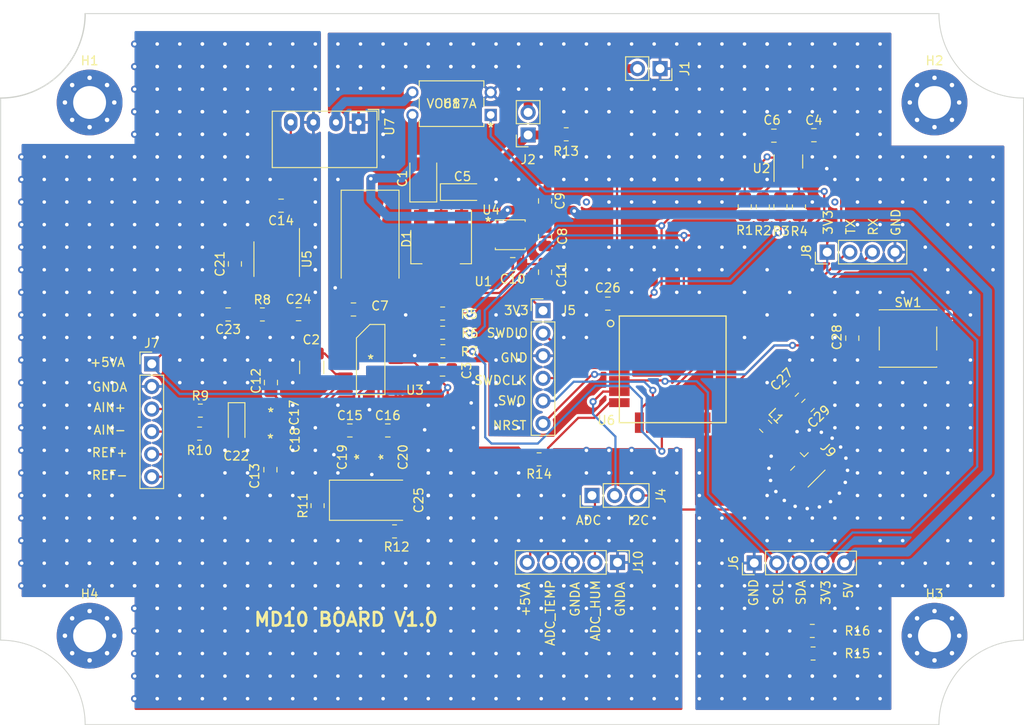
<source format=kicad_pcb>
(kicad_pcb (version 20211014) (generator pcbnew)
  (layers (0 "F.Cu" signal) (31 "B.Cu" signal) (34 "B.Paste" user) (35 "F.Paste" user) (36 "B.SilkS" user "B.Silkscreen") (37 "F.SilkS" user "F.Silkscreen") (38 "B.Mask" user) (39 "F.Mask" user) (44 "Edge.Cuts" user))
  (net 0 "")
  (net 1 "Net-(C1-Pad1)")
  (net 2 "GND")
  (net 3 "Net-(C2-Pad1)")
  (net 4 "Net-(C2-Pad2)")
  (net 5 "+5VA")
  (net 6 "GNDA")
  (net 7 "Net-(C5-Pad1)")
  (net 8 "+3V3")
  (net 9 "+5V")
  (net 10 "/AINP1")
  (net 11 "/AINN1")
  (net 12 "/REFP")
  (net 13 "/REFN")
  (net 14 "Net-(C17-Pad3)")
  (net 15 "Net-(C18-Pad1)")
  (net 16 "Net-(C19-Pad3)")
  (net 17 "Net-(C20-Pad1)")
  (net 18 "Net-(C21-Pad1)")
  (net 19 "Net-(C23-Pad1)")
  (net 20 "Net-(C27-Pad1)")
  (net 21 "/NRST")
  (net 22 "Net-(C29-Pad1)")
  (net 23 "VCC")
  (net 24 "/I2C_SDA")
  (net 25 "Net-(J4-Pad2)")
  (net 26 "/ADC_HUM")
  (net 27 "/SWDCLK")
  (net 28 "/SWDIO")
  (net 29 "/SWO")
  (net 30 "/I2C_SCL")
  (net 31 "/ref-")
  (net 32 "/AIN-")
  (net 33 "/AIN+")
  (net 34 "/ref+")
  (net 35 "/UART_TX")
  (net 36 "/UART_RX")
  (net 37 "Net-(R1-Pad2)")
  (net 38 "/SPI_MISO")
  (net 39 "Net-(R2-Pad2)")
  (net 40 "/SPI_SCK")
  (net 41 "Net-(R3-Pad2)")
  (net 42 "/SPI_MOSI")
  (net 43 "/BME_NSS")
  (net 44 "Net-(R4-Pad2)")
  (net 45 "Net-(R5-Pad2)")
  (net 46 "Net-(R6-Pad2)")
  (net 47 "/ADS_NSS")
  (net 48 "Net-(R7-Pad2)")
  (net 49 "+3.3V")
  (net 61 "/EN_VDDA")
  (net 62 "/ADC_TEMP")
  (net 65 "/toref")
  (net 67 "Net-(U7-Pad2)")
  (footprint "Connector_PinHeader_2.54mm:PinHeader_1x05_P2.54mm_Vertical" (layer "F.Cu") (at 153.36 116.75 -90)
    (fp_text reference "J10")
    (fp_text value "Conn_01x05_Female")
  )
  (footprint "Resistor_SMD:R_0805_2012Metric_Pad1.20x1.40mm_HandSolder" (layer "F.Cu") (at 144.542 105.156 180)
    (fp_text reference "R14")
    (fp_text value "10k")
  )
  (footprint "Capacitor_Tantalum_SMD:CP_EIA-3528-21_Kemet-B_Pad1.50x2.35mm_HandSolder" (layer "F.Cu") (at 131.5212 73.5584 90)
    (fp_text reference "C1")
    (fp_text value "10uF")
  )
  (footprint "Capacitor_SMD:C_1210_3225Metric_Pad1.33x2.70mm_HandSolder" (layer "F.Cu") (at 118.9736 94.8051 -90)
    (fp_text reference "C2")
    (fp_text value "0.1uF")
  )
  (footprint "Capacitor_SMD:C_0805_2012Metric_Pad1.18x1.45mm_HandSolder" (layer "F.Cu") (at 133.6841 95.0468)
    (fp_text reference "C3")
    (fp_text value "2.2uF")
  )
  (footprint "Capacitor_SMD:C_0805_2012Metric_Pad1.18x1.45mm_HandSolder" (layer "F.Cu") (at 175.4417 68.6816)
    (fp_text reference "C4")
    (fp_text value "100nF")
  )
  (footprint "Capacitor_Tantalum_SMD:CP_EIA-3216-18_Kemet-A_Pad1.58x1.35mm_HandSolder" (layer "F.Cu") (at 135.9305 75.0824)
    (fp_text reference "C5")
    (fp_text value "10uF")
  )
  (footprint "Capacitor_SMD:C_0805_2012Metric_Pad1.18x1.45mm_HandSolder" (layer "F.Cu") (at 170.942 68.7324 180)
    (fp_text reference "C6")
    (fp_text value "100nF")
  )
  (footprint "Capacitor_SMD:C_0805_2012Metric_Pad1.18x1.45mm_HandSolder" (layer "F.Cu") (at 123.6687 88.2904 180)
    (fp_text reference "C7")
    (fp_text value "2.2uF")
  )
  (footprint "Capacitor_SMD:C_0805_2012Metric_Pad1.18x1.45mm_HandSolder" (layer "F.Cu") (at 145.2118 80.1077 90)
    (fp_text reference "C8")
    (fp_text value "1uF")
  )
  (footprint "Capacitor_SMD:C_0805_2012Metric_Pad1.18x1.45mm_HandSolder" (layer "F.Cu") (at 145.2118 76.0769 -90)
    (fp_text reference "C9")
    (fp_text value "100nF")
  )
  (footprint "Capacitor_SMD:C_0805_2012Metric_Pad1.18x1.45mm_HandSolder" (layer "F.Cu") (at 141.5796 83.185 180)
    (fp_text reference "C10")
    (fp_text value "1uF")
  )
  (footprint "Capacitor_SMD:C_0805_2012Metric_Pad1.18x1.45mm_HandSolder" (layer "F.Cu") (at 145.2118 84.0994 -90)
    (fp_text reference "C11")
    (fp_text value "100nF")
  )
  (footprint "Capacitor_SMD:C_0805_2012Metric_Pad1.18x1.45mm_HandSolder" (layer "F.Cu") (at 114.39 96.5125 -90)
    (fp_text reference "C12")
    (fp_text value "100pF")
  )
  (footprint "Capacitor_SMD:C_0805_2012Metric_Pad1.18x1.45mm_HandSolder" (layer "F.Cu") (at 114.33 106.3175 -90)
    (fp_text reference "C13")
    (fp_text value "100pF")
  )
  (footprint "Capacitor_SMD:C_0805_2012Metric_Pad1.18x1.45mm_HandSolder" (layer "F.Cu") (at 115.53 76.61 180)
    (fp_text reference "C14")
    (fp_text value "1uF to 10 uF ")
  )
  (footprint "Capacitor_SMD:C_0805_2012Metric_Pad1.18x1.45mm_HandSolder" (layer "F.Cu") (at 123.2623 101.9048)
    (fp_text reference "C15")
    (fp_text value "100pF")
  )
  (footprint "Capacitor_SMD:C_0805_2012Metric_Pad1.18x1.45mm_HandSolder" (layer "F.Cu") (at 127.5295 101.9048)
    (fp_text reference "C16")
    (fp_text value "100pF")
  )
  (footprint "Capacitor_SMD:NFM21PC105B1C3D" (layer "F.Cu") (at 114.37 99.9023 180)
    (fp_text reference "C17")
    (fp_text value "C_Feedthrough" hide)
  )
  (footprint "Capacitor_SMD:NFM21PC105B1C3D" (layer "F.Cu") (at 114.33 102.8623)
    (fp_text reference "C18")
    (fp_text value "C_Feedthrough" hide)
  )
  (footprint "Capacitor_SMD:NFM21PC105B1C3D" (layer "F.Cu") (at 124.3457 104.8766 -90)
    (fp_text reference "C19")
    (fp_text value "C_Feedthrough" hide)
  )
  (footprint "Capacitor_SMD:NFM21PC105B1C3D" (layer "F.Cu") (at 127.0762 104.8893 90)
    (fp_text reference "C20")
    (fp_text value "C_Feedthrough" hide)
  )
  (footprint "Capacitor_SMD:C_0805_2012Metric_Pad1.18x1.45mm_HandSolder" (layer "F.Cu") (at 110.3376 83.1635 90)
    (fp_text reference "C21")
    (fp_text value "1uF")
  )
  (footprint "Capacitor_SMD:C_0805_2012Metric_Pad1.18x1.45mm_HandSolder" (layer "F.Cu") (at 109.5756 88.8492 180)
    (fp_text reference "C23")
    (fp_text value "1uF to 50uF")
  )
  (footprint "Capacitor_SMD:C_0805_2012Metric_Pad1.18x1.45mm_HandSolder" (layer "F.Cu") (at 117.4965 88.8238)
    (fp_text reference "C24")
    (fp_text value "1uF")
  )
  (footprint "Capacitor_SMD:C_0805_2012Metric_Pad1.18x1.45mm_HandSolder" (layer "F.Cu") (at 152.2691 87.63 180)
    (fp_text reference "C26")
    (fp_text value "4.7uF")
  )
  (footprint "Capacitor_SMD:C_0805_2012Metric_Pad1.18x1.45mm_HandSolder" (layer "F.Cu") (at 173.002377 97.355223 45)
    (fp_text reference "C27")
    (fp_text value "dnp")
  )
  (footprint "Capacitor_SMD:C_0805_2012Metric_Pad1.18x1.45mm_HandSolder" (layer "F.Cu") (at 179.7558 91.5162 -90)
    (fp_text reference "C28")
    (fp_text value "100nF")
  )
  (footprint "Capacitor_SMD:C_0805_2012Metric_Pad1.18x1.45mm_HandSolder" (layer "F.Cu") (at 174.774423 99.088377 45)
    (fp_text reference "C29")
    (fp_text value "dnp")
  )
  (footprint "Diode_SMD:D_SMB-SMC_Universal_Handsoldering" (layer "F.Cu") (at 125.54 80.37 -90)
    (fp_text reference "D1")
    (fp_text value "D")
  )
  (footprint "Connector_PinHeader_2.54mm:PinHeader_1x03_P2.54mm_Vertical" (layer "F.Cu") (at 150.49 109.22 90)
    (fp_text reference "J4")
    (fp_text value "Conn_01x03_Male")
  )
  (footprint "Connector_PinHeader_2.54mm:PinHeader_1x06_P2.54mm_Vertical" (layer "F.Cu") (at 144.9832 88.4174)
    (fp_text reference "J5")
    (fp_text value "Conn_01x06_Male")
  )
  (footprint "Connector_PinHeader_2.54mm:PinHeader_1x05_P2.54mm_Vertical" (layer "F.Cu") (at 168.73 116.81 90)
    (fp_text reference "J6")
    (fp_text value "Conn_01x05_Female")
  )
  (footprint "Connector_PinHeader_2.54mm:PinHeader_1x06_P2.54mm_Vertical" (layer "F.Cu") (at 100.9904 94.4118)
    (fp_text reference "J7")
    (fp_text value "Conn_01x06_Female")
  )
  (footprint "Connector_PinHeader_2.54mm:PinHeader_1x04_P2.54mm_Vertical" (layer "F.Cu") (at 176.9364 81.8388 90)
    (fp_text reference "J8")
    (fp_text value "Conn_01x04_Male")
  )
  (footprint "Connector_Coaxial:U.FL_Hirose_U.FL-R-SMT-1_Vertical" (layer "F.Cu") (at 174.439942 106.0196 -45)
    (fp_text reference "J9")
    (fp_text value "Conn_Coaxial")
  )
  (footprint "Inductor_SMD:L_0805_2012Metric_Pad1.15x1.40mm_HandSolder" (layer "F.Cu") (at 170.014016 101.434016 -45)
    (fp_text reference "L1")
    (fp_text value "dnp")
  )
  (footprint "Resistor_SMD:R_0805_2012Metric_Pad1.20x1.40mm_HandSolder" (layer "F.Cu") (at 167.6654 76.724 90)
    (fp_text reference "R1")
    (fp_text value "R")
  )
  (footprint "Resistor_SMD:R_0805_2012Metric_Pad1.20x1.40mm_HandSolder" (layer "F.Cu") (at 169.6974 76.7428 90)
    (fp_text reference "R2")
    (fp_text value "R")
  )
  (footprint "Resistor_SMD:R_0805_2012Metric_Pad1.20x1.40mm_HandSolder" (layer "F.Cu") (at 171.6786 76.7174 90)
    (fp_text reference "R3")
    (fp_text value "R")
  )
  (footprint "Resistor_SMD:R_0805_2012Metric_Pad1.20x1.40mm_HandSolder" (layer "F.Cu") (at 173.7614 76.7428 90)
    (fp_text reference "R4")
    (fp_text value "R")
  )
  (footprint "Resistor_SMD:R_0805_2012Metric_Pad1.20x1.40mm_HandSolder" (layer "F.Cu") (at 133.6962 88.7476 180)
    (fp_text reference "R5")
    (fp_text value "22")
  )
  (footprint "Resistor_SMD:R_0805_2012Metric_Pad1.20x1.40mm_HandSolder" (layer "F.Cu") (at 133.6962 90.9066 180)
    (fp_text reference "R6")
    (fp_text value "22")
  )
  (footprint "Resistor_SMD:R_0805_2012Metric_Pad1.20x1.40mm_HandSolder" (layer "F.Cu") (at 133.7216 92.9894 180)
    (fp_text reference "R7")
    (fp_text value "22")
  )
  (footprint "Resistor_SMD:R_0805_2012Metric_Pad1.20x1.40mm_HandSolder" (layer "F.Cu") (at 113.427 88.8492)
    (fp_text reference "R8")
    (fp_text value "1")
  )
  (footprint "Resistor_SMD:R_0805_2012Metric_Pad1.20x1.40mm_HandSolder" (layer "F.Cu") (at 106.4514 99.6696)
    (fp_text reference "R9")
    (fp_text value "0")
  )
  (footprint "Resistor_SMD:R_0805_2012Metric_Pad1.20x1.40mm_HandSolder" (layer "F.Cu") (at 106.3658 102.2604)
    (fp_text reference "R10")
    (fp_text value "0")
  )
  (footprint "Resistor_SMD:R_0805_2012Metric_Pad1.20x1.40mm_HandSolder" (layer "F.Cu") (at 119.634 110.363 90)
    (fp_text reference "R11")
    (fp_text value "100")
  )
  (footprint "Resistor_SMD:R_0805_2012Metric_Pad1.20x1.40mm_HandSolder" (layer "F.Cu") (at 128.286 113.2586)
    (fp_text reference "R12")
    (fp_text value "100")
  )
  (footprint "Resistor_SMD:R_0805_2012Metric_Pad1.20x1.40mm_HandSolder" (layer "F.Cu") (at 147.59 68.58 180)
    (fp_text reference "R13")
    (fp_text value "0")
  )
  (footprint "Package_TO_SOT_SMD:SOT-223-3_TabPin2" (layer "F.Cu") (at 133.5274 81.2406 -90)
    (fp_text reference "U1")
    (fp_text value "LD1117S50TR_SOT223")
  )
  (footprint "Package_LGA:Bosch_LGA-8_3x3mm_P0.8mm_ClockwisePinNumbering" (layer "F.Cu") (at 172.5676 72.39 180)
    (fp_text reference "U2")
    (fp_text value "BME680")
  )
  (footprint "ads1232:ADS1232IPW" (layer "F.Cu") (at 125.603 93.9292)
    (fp_text reference "U3")
    (fp_text value "ADS1232IPW" hide)
  )
  (footprint "Package_SO:SOIC-8_3.9x4.9mm_P1.27mm" (layer "F.Cu") (at 115.0366 82.6262 -90)
    (fp_text reference "U5")
    (fp_text value "REF5050AD")
  )
  (footprint "LoRa-E5_kicad:LoRa-E5" (layer "F.Cu") (at 159.5628 95.027)
    (fp_text reference "U6")
    (fp_text value "LoRa-E5")
  )
  (footprint "ld39050:LD39050PUR" (layer "F.Cu") (at 141.3002 79.883)
    (fp_text reference "U4")
    (fp_text value "LD39050PUR" hide)
  )
  (footprint "Capacitor_Tantalum_SMD:CP_EIA-7343-31_Kemet-D_Pad2.25x2.55mm_HandSolder" (layer "F.Cu") (at 125.5526 109.7534)
    (fp_text reference "C25")
    (fp_text value "100uF")
  )
  (footprint "Button_Switch_SMD:SW_SPST_PTS645" (layer "F.Cu") (at 186.0218 91.5564)
    (fp_text reference "SW1")
    (fp_text value "SW_MEC_5G")
  )
  (footprint "Connector_PinSocket_2.54mm:PinSocket_1x02_P2.54mm_Vertical" (layer "F.Cu") (at 158.1404 61.1886 -90)
    (fp_text reference "J1")
    (fp_text value "Conn_01x02_Female")
  )
  (footprint "Connector_PinSocket_2.54mm:PinSocket_1x02_P2.54mm_Vertical" (layer "F.Cu") (at 143.3068 68.6562 180)
    (fp_text reference "J2")
    (fp_text value "Conn_01x02_Male")
  )
  (footprint "MountingHole:MountingHole_3.7mm_Pad_Via" (layer "F.Cu") (at 94 65)
    (fp_text reference "H1")
    (fp_text value "MountingHole")
  )
  (footprint "MountingHole:MountingHole_3.7mm_Pad_Via" (layer "F.Cu") (at 189 65)
    (fp_text reference "H2")
    (fp_text value "MountingHole")
  )
  (footprint "MountingHole:MountingHole_3.7mm_Pad_Via" (layer "F.Cu") (at 189 125)
    (fp_text reference "H3")
    (fp_text value "MountingHole")
  )
  (footprint "MountingHole:MountingHole_3.7mm_Pad_Via" (layer "F.Cu") (at 94 125)
    (fp_text reference "H4")
    (fp_text value "MountingHole")
  )
  (footprint "Converter_DCDC:Converter_DCDC_muRata_CRE1xxxxxxSC_THT" (layer "F.Cu") (at 124.24 67.23 -90)
    (fp_text reference "U7")
    (fp_text value "CRE1S0505SC")
  )
  (footprint "Capacitor_Tantalum_SMD:CP_EIA-3216-18_Kemet-A" (layer "F.Cu") (at 110.53 101.09 -90)
    (fp_text reference "C22")
    (fp_text value "0.1uF")
  )
  (footprint "Resistor_SMD:R_0805_2012Metric_Pad1.20x1.40mm_HandSolder" (layer "F.Cu") (at 175.35 127)
    (fp_text reference "R15")
    (fp_text value "R")
  )
  (footprint "Resistor_SMD:R_0805_2012Metric_Pad1.20x1.40mm_HandSolder" (layer "F.Cu") (at 175.26 124.46)
    (fp_text reference "R16")
    (fp_text value "R")
  )
  (footprint "footprints:VO617A" (layer "F.Cu") (at 139.1 66.4 180)
    (fp_text reference "U8")
    (fp_text value "VO617A")
  )
  (gr_line (start 84 64.5) (end 83.9978 125.5) (layer "Edge.Cuts") (width 0.1))
  (gr_line (start 93.5 55) (end 189.5 55) (layer "Edge.Cuts") (width 0.1))
  (gr_line (start 93.5 135) (end 189.5 135) (layer "Edge.Cuts") (width 0.1))
  (gr_arc (start 199.016581 64.499986) (mid 192.28835 61.723374) (end 189.5 55) (layer "Edge.Cuts") (width 0.1))
  (gr_arc (start 189.5 135) (mid 192.282486 128.282486) (end 199 125.5) (layer "Edge.Cuts") (width 0.1))
  (gr_arc (start 83.9978 125.5) (mid 90.716737 128.281708) (end 93.5 135) (layer "Edge.Cuts") (width 0.1))
  (gr_arc (start 93.5 55) (mid 90.717514 61.717514) (end 84 64.5) (layer "Edge.Cuts") (width 0.15))
  (gr_line (start 199.016581 64.499986) (end 199 125.5) (layer "Edge.Cuts") (width 0.1))
  (gr_text "GND" (at 184.658 78.486 90) (layer "F.SilkS") (effects (font (size 1 1))))
  (gr_text "REF-" (at 96.266 106.934) (layer "F.SilkS") (effects (font (size 1 1))))
  (gr_text "SCL" (at 171.45 120.142 90) (layer "F.SilkS") (effects (font (size 1 1))))
  (gr_text "RX" (at 182.118 78.994 90) (layer "F.SilkS") (effects (font (size 1 1))))
  (gr_text "+5VA" (at 96.012 94.234) (layer "F.SilkS") (effects (font (size 1 1))))
  (gr_text "NRST" (at 141.224 101.346) (layer "F.SilkS") (effects (font (size 1 1))))
  (gr_text "ADC_HUM" (at 150.876 122.174 90) (layer "F.SilkS") (effects (font (size 1 1))))
  (gr_text "REF+" (at 96.266 104.394) (layer "F.SilkS") (effects (font (size 1 1))))
  (gr_text "GNDA" (at 148.59 120.904 90) (layer "F.SilkS") (effects (font (size 1 1))))
  (gr_text "GNDA" (at 153.67 120.904 90) (layer "F.SilkS") (effects (font (size 1 1))))
  (gr_text "ADC_TEMP" (at 145.796 122.428 90) (layer "F.SilkS") (effects (font (size 1 1))))
  (gr_text "SWDCLK" (at 140.208 96.266) (layer "F.SilkS") (effects (font (size 1 1))))
  (gr_text "5V" (at 179.324 119.888 90) (layer "F.SilkS") (effects (font (size 1 1))))
  (gr_text "AIN+\n" (at 96.266 99.314) (layer "F.SilkS") (effects (font (size 1 1))))
  (gr_text "GNDA\n" (at 96.266 97.028) (layer "F.SilkS") (effects (font (size 1 1))))
  (gr_text "GND" (at 141.732 93.726) (layer "F.SilkS") (effects (font (size 1 1))))
  (gr_text "I2C\n" (at 155.702 112.014) (layer "F.SilkS") (effects (font (size 1 1))))
  (gr_text "3V3\n" (at 176.784 120.142 90) (layer "F.SilkS") (effects (font (size 1 1))))
  (gr_text "SWDIO" (at 140.97 90.932) (layer "F.SilkS") (effects (font (size 1 1))))
  (gr_text "+5VA" (at 143.002 120.904 90) (layer "F.SilkS") (effects (font (size 1 1))))
  (gr_text "3V3" (at 177.038 78.486 90) (layer "F.SilkS") (effects (font (size 1 1))))
  (gr_text "3V3\n" (at 141.986 88.392) (layer "F.SilkS") (effects (font (size 1 1))))
  (gr_text "GND" (at 168.656 120.142 90) (layer "F.SilkS") (effects (font (size 1 1))))
  (gr_text "SDA" (at 173.99 120.142 90) (layer "F.SilkS") (effects (font (size 1 1))))
  (gr_text "TX" (at 179.578 78.994 90) (layer "F.SilkS") (effects (font (size 1 1))))
  (gr_text "AIN-\n" (at 96.266 101.854) (layer "F.SilkS") (effects (font (size 1 1))))
  (gr_text "MD10 BOARD V1.0" (at 122.8344 123.1646) (layer "F.SilkS") (effects (font (size 1.5 1.5) (thickness 0.3))))
  (gr_text "ADC" (at 150.114 112.014) (layer "F.SilkS") (effects (font (size 1 1))))
  (gr_text "SWO" (at 141.478 98.552) (layer "F.SilkS") (effects (font (size 1 1))))
  (via (at 149.86 76.2) (size 0.8) (drill 0.4) (layers "F.Cu" "B.Cu") (net 0))
  (via (at 177.8 76.2) (size 0.8) (drill 0.4) (layers "F.Cu" "B.Cu") (net 0))
  (segment (start 131.5212 77.7968) (end 131.2274 78.0906) (width 0.25) (layer "F.Cu") (net 1))
  (segment (start 145.9804 68.6562) (end 146.5392 69.215) (width 0.25) (layer "F.Cu") (net 1))
  (segment (start 143.3068 68.6562) (end 145.9804 68.6562) (width 1) (layer "F.Cu") (net 1))
  (segment (start 131.5212 75.1834) (end 131.5212 77.7968) (width 1) (layer "F.Cu") (net 1))
  (segment (start 139.9794 71.9836) (end 143.3068 68.6562) (width 1) (layer "F.Cu") (net 1))
  (segment (start 131.5212 75.1834) (end 134.721 71.9836) (width 1) (layer "F.Cu") (net 1))
  (segment (start 134.721 71.9836) (end 139.9794 71.9836) (width 1) (layer "F.Cu") (net 1))
  (segment (start 175.12 111.76) (end 175.02 111.86) (width 0.25) (layer "F.Cu") (net 2))
  (segment (start 130.302 92.456) (end 130.302 93.218) (width 0.25) (layer "F.Cu") (net 2))
  (segment (start 124.8156 88.3666) (end 124.740599 88.3666) (width 0.25) (layer "F.Cu") (net 2))
  (segment (start 172.9676 71.2025) (end 172.9676 71.465) (width 0.25) (layer "F.Cu") (net 2))
  (segment (start 173.7676 72.265) (end 173.7676 73.5775) (width 0.25) (layer "F.Cu") (net 2))
  (segment (start 130.302 93.218) (end 130.556 93.472) (width 0.25) (layer "F.Cu") (net 2))
  (segment (start 130.150199 92.304199) (end 130.302 92.456) (width 0.25) (layer "F.Cu") (net 2))
  (segment (start 121.3104 91.9968) (end 121.653002 91.654198) (width 0.25) (layer "F.Cu") (net 2))
  (segment (start 122.753001 93.604199) (end 122.753001 92.954198) (width 0.25) (layer "F.Cu") (net 2))
  (segment (start 173.7676 73.5775) (end 175.7489 73.5775) (width 0.25) (layer "F.Cu") (net 2))
  (segment (start 122.753001 94.254198) (end 122.753001 93.604199) (width 0.25) (layer "F.Cu") (net 2))
  (segment (start 128.452999 92.304199) (end 127.720881 92.304199) (width 0.25) (layer "F.Cu") (net 2))
  (segment (start 172.9676 71.465) (end 173.7676 72.265) (width 0.25) (layer "F.Cu") (net 2))
  (segment (start 122.753001 94.904199) (end 122.753001 94.254198) (width 0.25) (layer "F.Cu") (net 2))
  (segment (start 121.653002 92.954198) (end 121.3104 92.611596) (width 0.25) (layer "F.Cu") (net 2))
  (segment (start 163.4652 89.1794) (end 163.3128 89.027) (width 0.25) (layer "F.Cu") (net 2))
  (segment (start 121.653002 91.654198) (end 122.753001 91.654198) (width 0.25) (layer "F.Cu") (net 2))
  (segment (start 121.4842 91.0042) (end 122.753001 91.0042) (width 0.25) (layer "F.Cu") (net 2))
  (segment (start 175.26 111.76) (end 175.12 111.76) (width 0.25) (layer "F.Cu") (net 2))
  (segment (start 124.8156 88.3666) (end 124.8156 87.6416) (width 0.25) (layer "F.Cu") (net 2))
  (segment (start 122.753001 92.954198) (end 121.653002 92.954198) (width 0.25) (layer "F.Cu") (net 2))
  (segment (start 128.452999 92.304199) (end 130.150199 92.304199) (width 0.25) (layer "F.Cu") (net 2))
  (segment (start 121.3104 92.611596) (end 121.3104 91.9968) (width 0.25) (layer "F.Cu") (net 2))
  (segment (start 122.753001 91.654198) (end 122.753001 91.0042) (width 0.25) (layer "F.Cu") (net 2))
  (segment (start 175.7489 73.5775) (end 176.8856 72.4408) (width 0.25) (layer "F.Cu") (net 2))
  (via (at 170.385835 106.159745) (size 0.8) (drill 0.4) (layers "F.Cu" "B.Cu") (net 2))
  (via (at 170.566834 107.530234) (size 0.8) (drill 0.4) (layers "F.Cu" "B.Cu") (net 2))
  (via (at 171.162478 108.777716) (size 0.8) (drill 0.4) (layers "F.Cu" "B.Cu") (net 2))
  (via (at 172.114462 109.780077) (size 0.8) (drill 0.4) (layers "F.Cu" "B.Cu") (net 2))
  (via (at 173.3296 110.4392) (size 0.8) (drill 0.4) (layers "F.Cu" "B.Cu") (net 2))
  (via (at 174.688945 110.690565) (size 0.8) (drill 0.4) (layers "F.Cu" "B.Cu") (net 2))
  (via (at 176.059434 110.509566) (size 0.8) (drill 0.4) (layers "F.Cu" "B.Cu") (net 2))
  (via (at 177.306916 109.913922) (size 0.8) (drill 0.4) (layers "F.Cu" "B.Cu") (net 2))
  (via (at 178.309277 108.961938) (size 0.8) (drill 0.4) (layers "F.Cu" "B.Cu") (net 2))
  (via (at 178.9684 107.7468) (size 0.8) (drill 0.4) (layers "F.Cu" "B.Cu") (net 2))
  (via (at 179.219765 106.387455) (size 0.8) (drill 0.4) (layers "F.Cu" "B.Cu") (net 2))
  (via (at 179.038766 105.016966) (size 0.8) (drill 0.4) (layers "F.Cu" "B.Cu") (net 2))
  (via (at 178.443122 103.769484) (size 0.8) (drill 0.4) (layers "F.Cu" "B.Cu") (net 2))
  (via (at 177.491138 102.767123) (size 0.8) (drill 0.4) (layers "F.Cu" "B.Cu") (net 2))
  (via (at 176.276 102.108) (size 0.8) (drill 0.4) (layers "F.Cu" "B.Cu") (net 2))
  (via (at 174.916655 101.856635) (size 0.8) (drill 0.4) (layers "F.Cu" "B.Cu") (net 2))
  (via (at 173.546166 102.037634) (size 0.8) (drill 0.4) (layers "F.Cu" "B.Cu") (net 2))
  (via (at 182.88 132.08) (size 0.8) (drill 0.4) (layers "F.Cu" "B.Cu") (net 2))
  (via (at 180.34 132.08) (size 0.8) (drill 0.4) (layers "F.Cu" "B.Cu") (net 2))
  (via (at 177.8 129.54) (size 0.8) (drill 0.4) (layers "F.Cu" "B.Cu") (net 2))
  (via (at 175.26 132.08) (size 0.8) (drill 0.4) (layers "F.Cu" "B.Cu") (net 2))
  (via (at 185.42 119.38) (size 0.8) (drill 0.4) (layers "F.Cu" "B.Cu") (net 2))
  (via (at 180.34 127) (size 0.8) (drill 0.4) (layers "F.Cu" "B.Cu") (net 2))
  (via (at 177.8 132.08) (size 0.8) (drill 0.4) (layers "F.Cu" "B.Cu") (net 2))
  (via (at 182.88 127) (size 0.8) (drill 0.4) (layers "F.Cu" "B.Cu") (net 2))
  (via (at 172.72 129.54) (size 0.8) (drill 0.4) (layers "F.Cu" "B.Cu") (net 2))
  (via (at 182.88 129.54) (size 0.8) (drill 0.4) (layers "F.Cu" "B.Cu") (net 2))
  (via (at 180.34 129.54) (size 0.8) (drill 0.4) (layers "F.Cu" "B.Cu") (net 2))
  (via (at 172.72 132.08) (size 0.8) (drill 0.4) (layers "F.Cu" "B.Cu") (net 2))
  (via (at 175.26 129.54) (size 0.8) (drill 0.4) (layers "F.Cu" "B.Cu") (net 2))
  (via (at 182.88 68.58) (size 0.8) (drill 0.4) (layers "F.Cu" "B.Cu") (net 2))
  (via (at 185.42 76.2) (size 0.8) (drill 0.4) (layers "F.Cu" "B.Cu") (net 2))
  (via (at 180.34 76.2) (size 0.8) (drill 0.4) (layers "F.Cu" "B.Cu") (net 2))
  (via (at 182.88 73.66) (size 0.8) (drill 0.4) (layers "F.Cu" "B.Cu") (net 2))
  (via (at 182.88 71.12) (size 0.8) (drill 0.4) (layers "F.Cu" "B.Cu") (net 2))
  (via (at 182.88 68.58) (size 0.8) (drill 0.4) (layers "F.Cu" "B.Cu") (net 2))
  (via (at 185.42 73.66) (size 0.8) (drill 0.4) (layers "F.Cu" "B.Cu") (net 2))
  (via (at 185.42 71.12) (size 0.8) (drill 0.4) (layers "F.Cu" "B.Cu") (net 2))
  (via (at 127 71.12) (size 0.8) (drill 0.4) (layers "F.Cu" "B.Cu") (net 2))
  (via (at 127 68.58) (size 0.8) (drill 0.4) (layers "F.Cu" "B.Cu") (net 2))
  (via (at 185.42 101.6) (size 0.8) (drill 0.4) (layers "F.Cu" "B.Cu") (net 2))
  (via (at 160.02 58.42) (size 0.8) (drill 0.4) (layers "F.Cu" "B.Cu") (net 2))
  (via (at 180.34 71.12) (size 0.8) (drill 0.4) (layers "F.Cu" "B.Cu") (net 2))
  (via (at 177.8 71.12) (size 0.8) (drill 0.4) (layers "F.Cu" "B.Cu") (net 2))
  (via (at 142.24 73.66) (size 0.8) (drill 0.4) (layers "F.Cu" "B.Cu") (net 2))
  (via (at 175.26 93.98) (size 0.8) (drill 0.4) (layers "F.Cu" "B.Cu") (net 2))
  (via (at 190.5 99.06) (size 0.8) (drill 0.4) (layers "F.Cu" "B.Cu") (net 2))
  (via (at 182.88 111.76) (size 0.8) (drill 0.4) (layers "F.Cu" "B.Cu") (net 2))
  (via (at 124.46 60.96) (size 0.8) (drill 0.4) (layers "F.Cu" "B.Cu") (net 2))
  (via (at 154.94 83.82) (size 0.8) (drill 0.4) (layers "F.Cu" "B.Cu") (net 2))
  (via (at 162.56 109.22) (size 0.8) (drill 0.4) (layers "F.Cu" "B.Cu") (net 2))
  (via (at 187.96 109.22) (size 0.8) (drill 0.4) (layers "F.Cu" "B.Cu") (net 2))
  (via (at 170.18 121.92) (size 0.8) (drill 0.4) (layers "F.Cu" "B.Cu") (net 2))
  (via (at 170.18 83.82) (size 0.8) (drill 0.4) (layers "F.Cu" "B.Cu") (net 2))
  (via (at 154.94 71.12) (size 0.8) (drill 0.4) (layers "F.Cu" "B.Cu") (net 2))
  (via (at 170.18 58.42) (size 0.8) (drill 0.4) (layers "F.Cu" "B.Cu") (net 2))
  (via (at 195.58 114.3) (size 0.8) (drill 0.4) (layers "F.Cu" "B.Cu") (net 2))
  (via (at 134.62 60.96) (size 0.8) (drill 0.4) (layers "F.Cu" "B.Cu") (net 2))
  (via (at 176.8856 72.4408) (size 0.8) (drill 0.4) (layers "F.Cu" "B.Cu") (net 2))
  (via (at 193.04 119.38) (size 0.8) (drill 0.4) (layers "F.Cu" "B.Cu") (net 2))
  (via (at 180.34 121.92) (size 0.8) (drill 0.4) (layers "F.Cu" "B.Cu") (net 2))
  (via (at 157.48 81.28) (size 0.8) (drill 0.4) (layers "F.Cu" "B.Cu") (net 2))
  (via (at 139.7 58.42) (size 0.8) (drill 0.4) (layers "F.Cu" "B.Cu") (net 2))
  (via (at 165.1 127) (size 0.8) (drill 0.4) (layers "F.Cu" "B.Cu") (net 2))
  (via (at 193.04 111.76) (size 0.8) (drill 0.4) (layers "F.Cu" "B.Cu") (net 2))
  (via (at 162.56 71.12) (size 0.8) (drill 0.4) (layers "F.Cu" "B.Cu") (net 2))
  (via (at 187.96 116.84) (size 0.8) (drill 0.4) (layers "F.Cu" "B.Cu") (net 2))
  (via (at 154.94 63.5) (size 0.8) (drill 0.4) (layers "F.Cu" "B.Cu") (net 2))
  (via (at 142.24 99.06) (size 0.8) (drill 0.4) (layers "F.Cu" "B.Cu") (net 2))
  (via (at 157.48 73.66) (size 0.8) (drill 0.4) (layers "F.Cu" "B.Cu") (net 2))
  (via (at 160.02 73.66) (size 0.8) (drill 0.4) (layers "F.Cu" "B.Cu") (net 2))
  (via (at 190.5 73.66) (size 0.8) (drill 0.4) (layers "F.Cu" "B.Cu") (net 2))
  (via (at 167.64 86.36) (size 0.8) (drill 0.4) (layers "F.Cu" "B.Cu") (net 2))
  (via (at 170.18 88.9) (size 0.8) (drill 0.4) (layers "F.Cu" "B.Cu") (net 2))
  (via (at 124.46 60.96) (size 0.8) (drill 0.4) (layers "F.Cu" "B.Cu") (net 2))
  (via (at 170.18 73.66) (size 0.8) (drill 0.4) (layers "F.Cu" "B.Cu") (net 2))
  (via (at 152.4 63.5) (size 0.8) (drill 0.4) (layers "F.Cu" "B.Cu") (net 2))
  (via (at 160.02 73.66) (size 0.8) (drill 0.4) (layers "F.Cu" "B.Cu") (net 2))
  (via (at 162.56 73.66) (size 0.8) (drill 0.4) (layers "F.Cu" "B.Cu") (net 2))
  (via (at 180.34 101.6) (size 0.8) (drill 0.4) (layers "F.Cu" "B.Cu") (net 2))
  (via (at 130.556 93.472) (size 0.8) (drill 0.4) (layers "F.Cu" "B.Cu") (net 2))
  (via (at 185.42 116.84) (size 0.8) (drill 0.4) (layers "F.Cu" "B.Cu") (net 2))
  (via (at 195.58 116.84) (size 0.8) (drill 0.4) (layers "F.Cu" "B.Cu") (net 2))
  (via (at 182.88 66.04) (size 0.8) (drill 0.4) (layers "F.Cu" "B.Cu") (net 2))
  (via (at 154.94 66.04) (size 0.8) (drill 0.4) (layers "F.Cu" "B.Cu") (net 2))
  (via (at 180.34 66.04) (size 0.8) (drill 0.4) (layers "F.Cu" "B.Cu") (net 2))
  (via (at 157.48 73.66) (size 0.8) (drill 0.4) (layers "F.Cu" "B.Cu") (net 2))
  (via (at 195.58 119.38) (size 0.8) (drill 0.4) (layers "F.Cu" "B.Cu") (net 2))
  (via (at 175.26 132.08) (size 0.8) (drill 0.4) (layers "F.Cu" "B.Cu") (net 2))
  (via (at 162.56 116.84) (size 0.8) (drill 0.4) (layers "F.Cu" "B.Cu") (net 2))
  (via (at 139.7 96.52) (size 0.8) (drill 0.4) (layers "F.Cu" "B.Cu") (net 2))
  (via (at 154.94 71.12) (size 0.8) (drill 0.4) (layers "F.Cu" "B.Cu") (net 2))
  (via (at 149.86 58.42) (size 0.8) (drill 0.4) (layers "F.Cu" "B.Cu") (net 2))
  (via (at 185.42 106.68) (size 0.8) (drill 0.4) (layers "F.Cu" "B.Cu") (net 2))
  (via (at 180.34 99.06) (size 0.8) (drill 0.4) (layers "F.Cu" "B.Cu") (net 2))
  (via (at 162.56 111.76) (size 0.8) (drill 0.4) (layers "F.Cu" "B.Cu") (net 2))
  (via (at 182.88 60.96) (size 0.8) (drill 0.4) (layers "F.Cu" "B.Cu") (net 2))
  (via (at 157.48 71.12) (size 0.8) (drill 0.4) (layers "F.Cu" "B.Cu") (net 2))
  (via (at 160.02 63.5) (size 0.8) (drill 0.4) (layers "F.Cu" "B.Cu") (net 2))
  (via (at 170.6372 104.8004) (size 0.8) (drill 0.4) (layers "F.Cu" "B.Cu") (net 2))
  (via (at 172.72 114.3) (size 0.8) (drill 0.4) (layers "F.Cu" "B.Cu") (net 2))
  (via (at 124.46 63.4) (size 0.8) (drill 0.4) (layers "F.Cu" "B.Cu") (net 2))
  (via (at 160.02 81.28) (size 0.8) (drill 0.4) (layers "F.Cu" "B.Cu") (net 2))
  (via (at 165.1 116.84) (size 0.8) (drill 0.4) (layers "F.Cu" "B.Cu") (net 2))
  (via (at 149.86 73.66) (size 0.8) (drill 0.4) (layers "F.Cu" "B.Cu") (net 2))
  (via (at 144.78 63.5) (size 0.8) (drill 0.4) (layers "F.Cu" "B.Cu") (net 2))
  (via (at 172.72 124.46) (size 0.8) (drill 0.4) (layers "F.Cu" "B.Cu") (net 2))
  (via (at 193.04 73.66) (size 0.8) (drill 0.4) (layers "F.Cu" "B.Cu") (net 2))
  (via (at 127 58.42) (size 0.8) (drill 0.4) (layers "F.Cu" "B.Cu") (net 2))
  (via (at 167.64 63.5) (size 0.8) (drill 0.4) (layers "F.Cu" "B.Cu") (net 2))
  (via (at 182.88 119.38) (size 0.8) (drill 0.4) (layers "F.Cu" "B.Cu") (net 2))
  (via (at 185.42 101.6) (size 0.8) (drill 0.4) (layers "F.Cu" "B.Cu") (net 2))
  (via (at 165.1 81.28) (size 0.8) (drill 0.4) (layers "F.Cu" "B.Cu") (net 2))
  (via (at 121.92 60.96) (size 0.8) (drill 0.4) (layers "F.Cu" "B.Cu") (net 2))
  (via (at 190.5 116.84) (size 0.8) (drill 0.4) (layers "F.Cu" "B.Cu") (net 2))
  (via (at 139.7 88.9) (size 0.8) (drill 0.4) (layers "F.Cu" "B.Cu") (net 2))
  (via (at 147.32 63.5) (size 0.8) (drill 0.4) (layers "F.Cu" "B.Cu") (net 2))
  (via (at 162.56 68.58) (size 0.8) (drill 0.4) (layers "F.Cu" "B.Cu") (net 2))
  (via (at 142.24 101.6) (size 0.8) (drill 0.4) (layers "F.Cu" "B.Cu") (net 2))
  (via (at 160.02 71.12) (size 0.8) (drill 0.4) (layers "F.Cu" "B.Cu") (net 2))
  (via (at 177.8 101.6) (size 0.8) (drill 0.4) (layers "F.Cu" "B.Cu") (net 2))
  (via (at 182.88 104.14) (size 0.8) (drill 0.4) (layers "F.Cu" "B.Cu") (net 2))
  (via (at 152.4 81.28) (size 0.8) (drill 0.4) (layers "F.Cu" "B.Cu") (net 2))
  (via (at 165.1 73.66) (size 0.8) (drill 0.4) (layers "F.Cu" "B.Cu") (net 2))
  (via (at 180.34 68.58) (size 0.8) (drill 0.4) (layers "F.Cu" "B.Cu") (net 2))
  (via (at 142.24 60.96) (size 0.8) (drill 0.4) (layers "F.Cu" "B.Cu") (net 2))
  (via (at 154.94 81.28) (size 0.8) (drill 0.4) (layers "F.Cu" "B.Cu") (net 2))
  (via (at 185.42 99.06) (size 0.8) (drill 0.4) (layers "F.Cu" "B.Cu") (net 2))
  (via (at 160.02 71.12) (size 0.8) (drill 0.4) (layers "F.Cu" "B.Cu") (net 2))
  (via (at 162.56 81.28) (size 0.8) (drill 0.4) (layers "F.Cu" "B.Cu") (net 2))
  (via (at 170.18 58.42) (size 0.8) (drill 0.4) (layers "F.Cu" "B.Cu") (net 2))
  (via (at 121.92 60.96) (size 0.8) (drill 0.4) (layers "F.Cu" "B.Cu") (net 2))
  (via (at 147.32 88.9) (size 0.8) (drill 0.4) (layers "F.Cu" "B.Cu") (net 2))
  (via (at 152.4 71.12) (size 0.8) (drill 0.4) (layers "F.Cu" "B.Cu") (net 2))
  (via (at 175.26 58.42) (size 0.8) (drill 0.4) (layers "F.Cu" "B.Cu") (net 2))
  (via (at 137.16 60.96) (size 0.8) (drill 0.4) (layers "F.Cu" "B.Cu") (net 2))
  (via (at 154.94 68.58) (size 0.8) (drill 0.4) (layers "F.Cu" "B.Cu") (net 2))
  (via (at 167.64 127) (size 0.8) (drill 0.4) (layers "F.Cu" "B.Cu") (net 2))
  (via (at 182.88 71.12) (size 0.8) (drill 0.4) (layers "F.Cu" "B.Cu") (net 2))
  (via (at 149.86 86.36) (size 0.8) (drill 0.4) (layers "F.Cu" "B.Cu") (net 2))
  (via (at 195.58 78.74) (size 0.8) (drill 0.4) (layers "F.Cu" "B.Cu") (net 2))
  (via (at 185.42 111.76) (size 0.8) (drill 0.4) (layers "F.Cu" "B.Cu") (net 2))
  (via (at 182.88 114.3) (size 0.8) (drill 0.4) (layers "F.Cu" "B.Cu") (net 2))
  (via (at 193.04 104.14) (size 0.8) (drill 0.4) (layers "F.Cu" "B.Cu") (net 2))
  (via (at 177.8 93.98) (size 0.8) (drill 0.4) (layers "F.Cu" "B.Cu") (net 2))
  (via (at 187.96 81.28) (size 0.8) (drill 0.4) (layers "F.Cu" "B.Cu") (net 2))
  (via (at 190.5 71.12) (size 0.8) (drill 0.4) (layers "F.Cu" "B.Cu") (net 2))
  (via (at 180.34 58.42) (size 0.8) (drill 0.4) (layers "F.Cu" "B.Cu") (net 2))
  (via (at 157.48 63.5) (size 0.8) (drill 0.4) (layers "F.Cu" "B.Cu") (net 2))
  (via (at 180.34 60.96) (size 0.8) (drill 0.4) (layers "F.Cu" "B.Cu") (net 2))
  (via (at 162.56 121.92) (size 0.8) (drill 0.4) (layers "F.Cu" "B.Cu") (net 2))
  (via (at 127 60.96) (size 0.8) (drill 0.4) (layers "F.Cu" "B.Cu") (net 2))
  (via (at 170.18 60.96) (size 0.8) (drill 0.4) (layers "F.Cu" "B.Cu") (net 2))
  (via (at 193.04 96.52) (size 0.8) (drill 0.4) (layers "F.Cu" "B.Cu") (net 2))
  (via (at 129.54 58.42) (size 0.8) (drill 0.4) (layers "F.Cu" "B.Cu") (net 2))
  (via (at 185.42 109.22) (size 0.8) (drill 0.4) (layers "F.Cu" "B.Cu") (net 2))
  (via (at 182.88 76.2) (size 0.8) (drill 0.4) (layers "F.Cu" "B.Cu") (net 2))
  (via (at 172.72 119.38) (size 0.8) (drill 0.4) (layers "F.Cu" "B.Cu") (net 2))
  (via (at 149.86 91.44) (size 0.8) (drill 0.4) (layers "F.Cu" "B.Cu") (net 2))
  (via (at 160.02 83.82) (size 0.8) (drill 0.4) (layers "F.Cu" "B.Cu") (net 2))
  (via (at 162.56 114.3) (size 0.8) (drill 0.4) (layers "F.Cu" "B.Cu") (net 2))
  (via (at 142.24 96.52) (size 0.8) (drill 0.4) (layers "F.Cu" "B.Cu") (net 2))
  (via (at 193.04 114.3) (size 0.8) (drill 0.4) (layers "F.Cu" "B.Cu") (net 2))
  (via (at 167.64 121.92) (size 0.8) (drill 0.4) (layers "F.Cu" "B.Cu") (net 2))
  (via (at 182.88 96.52) (size 0.8) (drill 0.4) (layers "F.Cu" "B.Cu") (net 2))
  (via (at 182.88 124.46) (size 0.8) (drill 0.4) (layers "F.Cu" "B.Cu") (net 2))
  (via (at 127 68.58) (size 0.8) (drill 0.4) (layers "F.Cu" "B.Cu") (net 2))
  (via (at 167.64 129.54) (size 0.8) (drill 0.4) (layers "F.Cu" "B.Cu") (net 2))
  (via (at 160.02 66.04) (size 0.8) (drill 0.4) (layers "F.Cu" "B.Cu") (net 2))
  (via (at 129.54 60.96) (size 0.8) (drill 0.4) (layers "F.Cu" "B.Cu") (net 2))
  (via (at 160.02 71.12) (size 0.8) (drill 0.4) (layers "F.Cu" "B.Cu") (net 2))
  (via (at 177.8 111.76) (size 0.8) (drill 0.4) (layers "F.Cu" "B.Cu") (net 2))
  (via (at 152.4 76.2) (size 0.8) (drill 0.4) (layers "F.Cu" "B.Cu") (net 2))
  (via (at 121.92 73.66) (size 0.8) (drill 0.4) (layers "F.Cu" "B.Cu") (net 2))
  (via (at 162.56 73.66) (size 0.8) (drill 0.4) (layers "F.Cu" "B.Cu") (net 2))
  (via (at 182.88 86.36) (size 0.8) (drill 0.4) (layers "F.Cu" "B.Cu") (net 2))
  (via (at 175.26 60.96) (size 0.8) (drill 0.4) (layers "F.Cu" "B.Cu") (net 2))
  (via (at 172.72 60.96) (size 0.8) (drill 0.4) (layers "F.Cu" "B.Cu") (net 2))
  (via (at 147.32 71.12) (size 0.8) (drill 0.4) (layers "F.Cu" "B.Cu") (net 2))
  (via (at 175.26 66.04) (size 0.8) (drill 0.4) (layers "F.Cu" "B.Cu") (net 2))
  (via (at 162.56 71.12) (size 0.8) (drill 0.4) (layers "F.Cu" "B.Cu") (net 2))
  (via (at 180.34 73.66) (size 0.8) (drill 0.4) (layers "F.Cu" "B.Cu") (net 2))
  (via (at 190.5 114.3) (size 0.8) (drill 0.4) (layers "F.Cu" "B.Cu") (net 2))
  (via (at 152.4 73.66) (size 0.8) (drill 0.4) (layers "F.Cu" "B.Cu") (net 2))
  (via (at 162.56 83.82) (size 0.8) (drill 0.4) (layers "F.Cu" "B.Cu") (net 2))
  (via (at 190.5 78.74) (size 0.8) (drill 0.4) (layers "F.Cu" "B.Cu") (net 2))
  (via (at 182.88 101.6) (size 0.8) (drill 0.4) (layers "F.Cu" "B.Cu") (net 2))
  (via (at 165.1 76.2) (size 0.8) (drill 0.4) (layers "F.Cu" "B.Cu") (net 2))
  (via (at 182.88 99.06) (size 0.8) (drill 0.4) (layers "F.Cu" "B.Cu") (net 2))
  (via (at 180.34 86.36) (size 0.8) (drill 0.4) (layers "F.Cu" "B.Cu") (net 2))
  (via (at 152.4 71.12) (size 0.8) (drill 0.4) (layers "F.Cu" "B.Cu") (net 2))
  (via (at 180.34 124.46) (size 0.8) (drill 0.4) (layers "F.Cu" "B.Cu") (net 2))
  (via (at 149.86 63.5) (size 0.8) (drill 0.4) (layers "F.Cu" "B.Cu") (net 2))
  (via (at 165.1 71.12) (size 0.8) (drill 0.4) (layers "F.Cu" "B.Cu") (net 2))
  (via (at 185.42 114.3) (size 0.8) (drill 0.4) (layers "F.Cu" "B.Cu") (net 2))
  (via (at 193.04 111.76) (size 0.8) (drill 0.4) (layers "F.Cu" "B.Cu") (net 2))
  (via (at 152.4 58.42) (size 0.8) (drill 0.4) (layers "F.Cu" "B.Cu") (net 2))
  (via (at 182.88 78.74) (size 0.8) (drill 0.4) (layers "F.Cu" "B.Cu") (net 2))
  (via (at 193.04 101.6) (size 0.8) (drill 0.4) (layers "F.Cu" "B.Cu") (net 2))
  (via (at 165.1 63.5) (size 0.8) (drill 0.4) (layers "F.Cu" "B.Cu") (net 2))
  (via (at 154.94 66.04) (size 0.8) (drill 0.4) (layers "F.Cu" "B.Cu") (net 2))
  (via (at 175.26 76.2) (size 0.8) (drill 0.4) (layers "F.Cu" "B.Cu") (net 2))
  (via (at 190.5 106.68) (size 0.8) (drill 0.4) (layers "F.Cu" "B.Cu") (net 2))
  (via (at 157.48 76.2) (size 0.8) (drill 0.4) (layers "F.Cu" "B.Cu") (net 2))
  (via (at 167.64 124.46) (size 0.8) (drill 0.4) (layers "F.Cu" "B.Cu") (net 2))
  (via (at 180.34 78.74) (size 0.8) (drill 0.4) (layers "F.Cu" "B.Cu") (net 2))
  (via (at 154.94 73.66) (size 0.8) (drill 0.4) (layers "F.Cu" "B.Cu") (net 2))
  (via (at 175.26 119.38) (size 0.8) (drill 0.4) (layers "F.Cu" "B.Cu") (net 2))
  (via (at 182.88 106.68) (size 0.8) (drill 0.4) (layers "F.Cu" "B.Cu") (net 2))
  (via (at 180.34 101.6) (size 0.8) (drill 0.4) (layers "F.Cu" "B.Cu") (net 2))
  (via (at 165.1 121.92) (size 0.8) (drill 0.4) (layers "F.Cu" "B.Cu") (net 2))
  (via (at 165.1 111.76) (size 0.8) (drill 0.4) (layers "F.Cu" "B.Cu") (net 2))
  (via (at 160.02 73.66) (size 0.8) (drill 0.4) (layers "F.Cu" "B.Cu") (net 2))
  (via (at 187.96 83.82) (size 0.8) (drill 0.4) (layers "F.Cu" "B.Cu") (net 2))
  (via (at 165.1 73.66) (size 0.8) (drill 0.4) (layers "F.Cu" "B.Cu") (net 2))
  (via (at 177.8 99.06) (size 0.8) (drill 0.4) (layers "F.Cu" "B.Cu") (net 2))
  (via (at 170.18 127.05) (size 0.8) (drill 0.4) (layers "F.Cu" "B.Cu") (net 2))
  (via (at 193.04 93.98) (size 0.8) (drill 0.4) (layers "F.Cu" "B.Cu") (net 2))
  (via (at 121.92 63.5) (size 0.8) (drill 0.4) (layers "F.Cu" "B.Cu") (net 2))
  (via (at 172.72 63.5) (size 0.8) (drill 0.4) (layers "F.Cu" "B.Cu") (net 2))
  (via (at 152.4 83.82) (size 0.8) (drill 0.4) (layers "F.Cu" "B.Cu") (net 2))
  (via (at 129.54 88.9) (size 0.8) (drill 0.4) (layers "F.Cu" "B.Cu") (net 2))
  (via (at 170.18 129.54) (size 0.8) (drill 0.4) (layers "F.Cu" "B.Cu") (net 2))
  (via (at 162.56 132.08) (size 0.8) (drill 0.4) (layers "F.Cu" "B.Cu") (net 2))
  (via (at 177.8 121.92) (size 0.8) (drill 0.4) (layers "F.Cu" "B.Cu") (net 2))
  (via (at 177.8 58.42) (size 0.8) (drill 0.4) (layers "F.Cu" "B.Cu") (net 2))
  (via (at 172.72 132.08) (size 0.8) (drill 0.4) (layers "F.Cu" "B.Cu") (net 2))
  (via (at 139.7 60.96) (size 0.8) (drill 0.4) (layers "F.Cu" "B.Cu") (net 2))
  (via (at 185.42 104.14) (size 0.8) (drill 0.4) (layers "F.Cu" "B.Cu") (net 2))
  (via (at 170.18 63.5) (size 0.8) (drill 0.4) (layers "F.Cu" "B.Cu") (net 2))
  (via (at 190.5 101.6) (size 0.8) (drill 0.4) (layers "F.Cu" "B.Cu") (net 2))
  (via (at 175.26 91.44) (size 0.8) (drill 0.4) (layers "F.Cu" "B.Cu") (net 2))
  (via (at 134.62 60.96) (size 0.8) (drill 0.4) (layers "F.Cu" "B.Cu") (net 2))
  (via (at 160.02 73.66) (size 0.8) (drill 0.4) (layers "F.Cu" "B.Cu") (net 2))
  (via (at 152.4 73.66) (size 0.8) (drill 0.4) (layers "F.Cu" "B.Cu") (net 2))
  (via (at 167.64 60.96) (size 0.8) (drill 0.4) (layers "F.Cu" "B.Cu") (net 2))
  (via (at 170.18 66.04) (size 0.8) (drill 0.4) (layers "F.Cu" "B.Cu") (net 2))
  (via (at 162.56 119.38) (size 0.8) (drill 0.4) (layers "F.Cu" "B.Cu") (net 2))
  (via (at 129.54 60.96) (size 0.8) (drill 0.4) (layers "F.Cu" "B.Cu") (net 2))
  (via (at 180.34 111.76) (size 0.8) (drill 0.4) (layers "F.Cu" "B.Cu") (net 2))
  (via (at 139.7 73.66) (size 0.8) (drill 0.4) (layers "F.Cu" "B.Cu") (net 2))
  (via (at 172.72 129.54) (size 0.8) (drill 0.4) (layers "F.Cu" "B.Cu") (net 2))
  (via (at 175.26 88.9) (size 0.8) (drill 0.4) (layers "F.Cu" "B.Cu") (net 2))
  (via (at 154.94 86.36) (size 0.8) (drill 0.4) (layers "F.Cu" "B.Cu") (net 2))
  (via (at 172.72 111.76) (size 0.8) (drill 0.4) (layers "F.Cu" "B.Cu") (net 2))
  (via (at 152.4 66.04) (size 0.8) (drill 0.4) (layers "F.Cu" "B.Cu") (net 2))
  (via (at 190.5 76.2) (size 0.8) (drill 0.4) (layers "F.Cu" "B.Cu") (net 2))
  (via (at 177.8 86.36) (size 0.8) (drill 0.4) (layers "F.Cu" "B.Cu") (net 2))
  (via (at 177.8 91.44) (size 0.8) (drill 0.4) (layers "F.Cu" "B.Cu") (net 2))
  (via (at 177.8 114.3) (size 0.8) (drill 0.4) (layers "F.Cu" "B.Cu") (net 2))
  (via (at 175.26 114.3) (size 0.8) (drill 0.4) (layers "F.Cu" "B.Cu") (net 2))
  (via (at 165.1 68.58) (size 0.8) (drill 0.4) (layers "F.Cu" "B.Cu") (net 2))
  (via (at 177.8 60.96) (size 0.8) (drill 0.4) (layers "F.Cu" "B.Cu") (net 2))
  (via (at 195.58 71.12) (size 0.8) (drill 0.4) (layers "F.Cu" "B.Cu") (net 2))
  (via (at 124.46 63.4) (size 0.8) (drill 0.4) (layers "F.Cu" "B.Cu") (net 2))
  (via (at 162.56 129.54) (size 0.8) (drill 0.4) (layers "F.Cu" "B.Cu") (net 2))
  (via (at 139.7 91.44) (size 0.8) (drill 0.4) (layers "F.Cu" "B.Cu") (net 2))
  (via (at 177.8 63.5) (size 0.8) (drill 0.4) (layers "F.Cu" "B.Cu") (net 2))
  (via (at 165.1 66.04) (size 0.8) (drill 0.4) (layers "F.Cu" "B.Cu") (net 2))
  (via (at 182.88 101.6) (size 0.8) (drill 0.4) (layers "F.Cu" "B.Cu") (net 2))
  (via (at 185.42 96.52) (size 0.8) (drill 0.4) (layers "F.Cu" "B.Cu") (net 2))
  (via (at 160.02 86.36) (size 0.8) (drill 0.4) (layers "F.Cu" "B.Cu") (net 2))
  (via (at 157.48 68.58) (size 0.8) (drill 0.4) (layers "F.Cu" "B.Cu") (net 2))
  (via (at 193.04 88.9) (size 0.8) (drill 0.4) (layers "F.Cu" "B.Cu") (net 2))
  (via (at 142.24 91.44) (size 0.8) (drill 0.4) (layers "F.Cu" "B.Cu") (net 2))
  (via (at 185.42 86.36) (size 0.8) (drill 0.4) (layers "F.Cu" "B.Cu") (net 2))
  (via (at 157.48 71.12) (size 0.8) (drill 0.4) (layers "F.Cu" "B.Cu") (net 2))
  (via (at 182.88 121.92) (size 0.8) (drill 0.4) (layers "F.Cu" "B.Cu") (net 2))
  (via (at 195.58 109.22) (size 0.8) (drill 0.4) (layers "F.Cu" "B.Cu") (net 2))
  (via (at 147.32 73.66) (size 0.8) (drill 0.4) (layers "F.Cu" "B.Cu") (net 2))
  (via (at 187.96 99.06) (size 0.8) (drill 0.4) (layers "F.Cu" "B.Cu") (net 2))
  (via (at 162.56 73.66) (size 0.8) (drill 0.4) (layers "F.Cu" "B.Cu") (net 2))
  (via (at 139.7 76.2) (size 0.8) (drill 0.4) (layers "F.Cu" "B.Cu") (net 2))
  (via (at 165.1 58.42) (size 0.8) (drill 0.4) (layers "F.Cu" "B.Cu") (net 2))
  (via (at 177.8 88.9) (size 0.8) (drill 0.4) (layers "F.Cu" "B.Cu") (net 2))
  (via (at 165.1 132.08) (size 0.8) (drill 0.4) (layers "F.Cu" "B.Cu") (net 2))
  (via (at 127 63.4) (size 0.8) (drill 0.4) (layers "F.Cu" "B.Cu") (net 2))
  (via (at 182.88 116.84) (size 0.8) (drill 0.4) (layers "F.Cu" "B.Cu") (net 2))
  (via (at 137.16 58.42) (size 0.8) (drill 0.4) (layers "F.Cu" "B.Cu") (net 2))
  (via (at 167.64 68.58) (size 0.8) (drill 0.4) (layers "F.Cu" "B.Cu") (net 2))
  (via (at 167.64 71.12) (size 0.8) (drill 0.4) (layers "F.Cu" "B.Cu") (net 2))
  (via (at 167.64 111.76) (size 0.8) (drill 0.4) (layers "F.Cu" "B.Cu") (net 2))
  (via (at 195.58 76.2) (size 0.8) (drill 0.4) (layers "F.Cu" "B.Cu") (net 2))
  (via (at 182.88 63.5) (size 0.8) (drill 0.4) (layers "F.Cu" "B.Cu") (net 2))
  (via (at 147.32 86.36) (size 0.8) (drill 0.4) (layers "F.Cu" "B.Cu") (net 2))
  (via (at 142.24 93.98) (size 0.8) (drill 0.4) (layers "F.Cu" "B.Cu") (net 2))
  (via (at 185.42 99.06) (size 0.8) (drill 0.4) (layers "F.Cu" "B.Cu") (net 2))
  (via (at 157.48 66.04) (size 0.8) (drill 0.4) (layers "F.Cu" "B.Cu") (net 2))
  (via (at 187.96 119.38) (size 0.8) (drill 0.4) (layers "F.Cu" "B.Cu") (net 2))
  (via (at 193.04 81.28) (size 0.8) (drill 0.4) (layers "F.Cu" "B.Cu") (net 2))
  (via (at 165.1 71.12) (size 0.8) (drill 0.4) (layers "F.Cu" "B.Cu") (net 2))
  (via (at 182.88 99.06) (size 0.8) (drill 0.4) (layers "F.Cu" "B.Cu") (net 2))
  (via (at 193.04 78.74) (size 0.8) (drill 0.4) (layers "F.Cu" "B.Cu") (net 2))
  (via (at 139.7 99.06) (size 0.8) (drill 0.4) (layers "F.Cu" "B.Cu") (net 2))
  (via (at 132.08 60.96) (size 0.8) (drill 0.4) (layers "F.Cu" "B.Cu") (net 2))
  (via (at 170.18 63.5) (size 0.8) (drill 0.4) (layers "F.Cu" "B.Cu") (net 2))
  (via (at 147.32 66.04) (size 0.8) (drill 0.4) (layers "F.Cu" "B.Cu") (net 2))
  (via (at 180.34 109.22) (size 0.8) (drill 0.4) (layers "F.Cu" "B.Cu") (net 2))
  (via (at 167.64 91.44) (size 0.8) (drill 0.4) (layers "F.Cu" "B.Cu") (net 2))
  (via (at 162.56 60.96) (size 0.8) (drill 0.4) (layers "F.Cu" "B.Cu") (net 2))
  (via (at 177.8 73.66) (size 0.8) (drill 0.4) (layers "F.Cu" "B.Cu") (net 2))
  (via (at 172.72 66.04) (size 0.8) (drill 0.4) (layers "F.Cu" "B.Cu") (net 2))
  (via (at 177.8 66.04) (size 0.8) (drill 0.4) (layers "F.Cu" "B.Cu") (net 2))
  (via (at 180.34 119.38) (size 0.8) (drill 0.4) (layers "F.Cu" "B.Cu") (net 2))
  (via (at 182.88 109.22) (size 0.8) (drill 0.4) (layers "F.Cu" "B.Cu") (net 2))
  (via (at 167.64 132.08) (size 0.8) (drill 0.4) (layers "F.Cu" "B.Cu") (net 2))
  (via (at 144.78 71.12) (size 0.8) (drill 0.4) (layers "F.Cu" "B.Cu") (net 2))
  (via (at 195.58 73.66) (size 0.8) (drill 0.4) (layers "F.Cu" "B.Cu") (net 2))
  (via (at 121.92 58.42) (size 0.8) (drill 0.4) (layers "F.Cu" "B.Cu") (net 2))
  (via (at 193.04 99.06) (size 0.8) (drill 0.4) (layers "F.Cu" "B.Cu") (net 2))
  (via (at 180.34 104.14) (size 0.8) (drill 0.4) (layers "F.Cu" "B.Cu") (net 2))
  (via (at 177.8 119.38) (size 0.8) (drill 0.4) (layers "F.Cu" "B.Cu") (net 2))
  (via (at 162.56 86.36) (size 0.8) (drill 0.4) (layers "F.Cu" "B.Cu") (net 2))
  (via (at 165.1 83.82) (size 0.8) (drill 0.4) (layers "F.Cu" "B.Cu") (net 2))
  (via (at 121.6152 85.852) (size 0.8) (drill 0.4) (layers "F.Cu" "B.Cu") (net 2))
  (via (at 195.58 73.66) (size 0.8) (drill 0.4) (layers "F.Cu" "B.Cu") (net 2))
  (via (at 147.32 91.44) (size 0.8) (drill 0.4) (layers "F.Cu" "B.Cu") (net 2))
  (via (at 190.5 119.38) (size 0.8) (drill 0.4) (layers "F.Cu" "B.Cu") (net 2))
  (via (at 157.48 71.12) (size 0.8) (drill 0.4) (layers "F.Cu" "B.Cu") (net 2))
  (via (at 132.08 58.42) (size 0.8) (drill 0.4) (layers "F.Cu" "B.Cu") (net 2))
  (via (at 170.18 124.46) (size 0.8) (drill 0.4) (layers "F.Cu" "B.Cu") (net 2))
  (via (at 157.48 73.66) (size 0.8) (drill 0.4) (layers "F.Cu" "B.Cu") (net 2))
  (via (at 187.96 71.12) (size 0.8) (drill 0.4) (layers "F.Cu" "B.Cu") (net 2))
  (via (at 177.8 127) (size 0.8) (drill 0.4) (layers "F.Cu" "B.Cu") (net 2))
  (via (at 147.32 58.42) (size 0.8) (drill 0.4) (layers "F.Cu" "B.Cu") (net 2))
  (via (at 180.34 63.5) (size 0.8) (drill 0.4) (layers "F.Cu" "B.Cu") (net 2))
  (via (at 172.72 86.36) (size 0.8) (drill 0.4) (layers "F.Cu" "B.Cu") (net 2))
  (via (at 137.16 60.96) (size 0.8) (drill 0.4) (layers "F.Cu" "B.Cu") (net 2))
  (via (at 190.5 96.52) (size 0.8) (drill 0.4) (layers "F.Cu" "B.Cu") (net 2))
  (via (at 162.56 106.68) (size 0.8) (drill 0.4) (layers "F.Cu" "B.Cu") (net 2))
  (via (at 195.58 83.82) (size 0.8) (drill 0.4) (layers "F.Cu" "B.Cu") (net 2))
  (via (at 177.8 96.52) (size 0.8) (drill 0.4) (layers "F.Cu" "B.Cu") (net 2))
  (via (at 142.24 88.9) (size 0.8) (drill 0.4) (layers "F.Cu" "B.Cu") (net 2))
  (via (at 165.1 124.46) (size 0.8) (drill 0.4) (layers "F.Cu" "B.Cu") (net 2))
  (via (at 165.1 60.96) (size 0.8) (drill 0.4) (layers "F.Cu" "B.Cu") (net 2))
  (via (at 180.34 96.52) (size 0.8) (drill 0.4) (layers "F.Cu" "B.Cu") (net 2))
  (via (at 180.34 93.98) (size 0.8) (drill 0.4) (layers "F.Cu" "B.Cu") (net 2))
  (via (at 170.18 132.08) (size 0.8) (drill 0.4) (layers "F.Cu" "B.Cu") (net 2))
  (via (at 190.5 83.82) (size 0.8) (drill 0.4) (layers "F.Cu" "B.Cu") (net 2))
  (via (at 172.72 93.98) (size 0.8) (drill 0.4) (layers "F.Cu" "B.Cu") (net 2))
  (via (at 162.56 76.2) (size 0.8) (drill 0.4) (layers "F.Cu" "B.Cu") (net 2))
  (via (at 180.34 106.68) (size 0.8) (drill 0.4) (layers "F.Cu" "B.Cu") (net 2))
  (via (at 157.48 73.66) (size 0.8) (drill 0.4) (layers "F.Cu" "B.Cu") (net 2))
  (via (at 187.96 73.66) (size 0.8) (drill 0.4) (layers "F.Cu" "B.Cu") (net 2))
  (via (at 190.5 86.36) (size 0.8) (drill 0.4) (layers "F.Cu" "B.Cu") (net 2))
  (via (at 149.86 71.12) (size 0.8) (drill 0.4) (layers "F.Cu" "B.Cu") (net 2))
  (via (at 193.04 71.12) (size 0.8) (drill 0.4) (layers "F.Cu" "B.Cu") (net 2))
  (via (at 139.7 60.96) (size 0.8) (drill 0.4) (layers "F.Cu" "B.Cu") (net 2))
  (via (at 193.04 76.2) (size 0.8) (drill 0.4) (layers "F.Cu" "B.Cu") (net 2))
  (via (at 167.64 66.04) (size 0.8) (drill 0.4) (layers "F.Cu" "B.Cu") (net 2))
  (via (at 182.88 73.66) (size 0.8) (drill 0.4) (layers "F.Cu" "B.Cu") (net 2))
  (via (at 175.26 111.76) (size 0.8) (drill 0.4) (layers "F.Cu" "B.Cu") (net 2))
  (via (at 132.08 60.96) (size 0.8) (drill 0.4) (layers "F.Cu" "B.Cu") (net 2))
  (via (at 127 66.04) (size 0.8) (drill 0.4) (layers "F.Cu" "B.Cu") (net 2))
  (via (at 152.4 66.04) (size 0.8) (drill 0.4) (layers "F.Cu" "B.Cu") (net 2))
  (via (at 170.18 66.04) (size 0.8) (drill 0.4) (layers "F.Cu" "B.Cu") (net 2))
  (via (at 154.94 63.5) (size 0.8) (drill 0.4) (layers "F.Cu" "B.Cu") (net 2))
  (via (at 134.62 58.42) (size 0.8) (drill 0.4) (layers "F.Cu" "B.Cu") (net 2))
  (via (at 144.78 58.42) (size 0.8) (drill 0.4) (layers "F.Cu" "B.Cu") (net 2))
  (via (at 172.72 58.42) (size 0.8) (drill 0.4) (layers "F.Cu" "B.Cu") (net 2))
  (via (at 162.56 68.58) (size 0.8) (drill 0.4) (layers "F.Cu" "B.Cu") (net 2))
  (via (at 175.26 63.5) (size 0.8) (drill 0.4) (layers "F.Cu" "B.Cu") (net 2))
  (via (at 160.02 68.58) (size 0.8) (drill 0.4) (layers "F.Cu" "B.Cu") (net 2))
  (via (at 170.18 60.96) (size 0.8) (drill 0.4) (layers "F.Cu" "B.Cu") (net 2))
  (via (at 142.24 58.42) (size 0.8) (drill 0.4) (layers "F.Cu" "B.Cu") (net 2))
  (via (at 170.18 109.22) (size 0.8) (drill 0.4) (layers "F.Cu" "B.Cu") (net 2))
  (via (at 175.26 83.82) (size 0.8) (drill 0.4) (layers "F.Cu" "B.Cu") (net 2))
  (via (at 167.64 58.42) (size 0.8) (drill 0.4) (layers "F.Cu" "B.Cu") (net 2))
  (via (at 180.34 88.9) (size 0.8) (drill 0.4) (layers "F.Cu" "B.Cu") (net 2))
  (via (at 170.18 119.38) (size 0.8) (drill 0.4) (layers "F.Cu" "B.Cu") (net 2))
  (via (at 167.64 119.38) (size 0.8) (drill 0.4) (layers "F.Cu" "B.Cu") (net 2))
  (via (at 187.96 101.6) (size 0.8) (drill 0.4) (layers "F.Cu" "B.Cu") (net 2))
  (via (at 127 63.4) (size 0.8) (drill 0.4) (layers "F.Cu" "B.Cu") (net 2))
  (via (at 180.34 99.06) (size 0.8) (drill 0.4) (layers "F.Cu" "B.Cu") (net 2))
  (via (at 157.48 83.82) (size 0.8) (drill 0.4) (layers "F.Cu" "B.Cu") (net 2))
  (via (at 157.48 73.66) (size 0.8) (drill 0.4) (layers "F.Cu" "B.Cu") (net 2))
  (via (at 162.56 127) (size 0.8) (drill 0.4) (layers "F.Cu" "B.Cu") (net 2))
  (via (at 152.4 63.5) (size 0.8) (drill 0.4) (layers "F.Cu" "B.Cu") (net 2))
  (via (at 162.56 71.12) (size 0.8) (drill 0.4) (layers "F.Cu" "B.Cu") (net 2))
  (via (at 160.02 76.2) (size 0.8) (drill 0.4) (layers "F.Cu" "B.Cu") (net 2))
  (via (at 165.1 114.3) (size 0.8) (drill 0.4) (layers "F.Cu" "B.Cu") (net 2))
  (via (at 170.18 96.52) (size 0.8) (drill 0.4) (layers "F.Cu" "B.Cu") (net 2))
  (via (at 177.8 124.46) (size 0.8) (drill 0.4) (layers "F.Cu" "B.Cu") (net 2))
  (via (at 160.02 73.66) (size 0.8) (drill 0.4) (layers "F.Cu" "B.Cu") (net 2))
  (via (at 162.56 124.46) (size 0.8) (drill 0.4) (layers "F.Cu" "B.Cu") (net 2))
  (via (at 154.94 58.42) (size 0.8) (drill 0.4) (layers "F.Cu" "B.Cu") (net 2))
  (via (at 127 60.96) (size 0.8) (drill 0.4) (layers "F.Cu" "B.Cu") (net 2))
  (via (at 147.32 81.28) (size 0.8) (drill 0.4) (layers "F.Cu" "B.Cu") (net 2))
  (via (at 165.1 119.38) (size 0.8) (drill 0.4) (layers "F.Cu" "B.Cu") (net 2))
  (via (at 162.56 104.14) (size 0.8) (drill 0.4) (layers "F.Cu" "B.Cu") (net 2))
  (via (at 190.5 73.66) (size 0.8) (drill 0.4) (layers "F.Cu" "B.Cu") (net 2))
  (via (at 170.18 114.3) (size 0.8) (drill 0.4) (layers "F.Cu" "B.Cu") (net 2))
  (via (at 162.56 63.5) (size 0.8) (drill 0.4) (layers "F.Cu" "B.Cu") (net 2))
  (via (at 124.46 58.42) (size 0.8) (drill 0.4) (layers "F.Cu" "B.Cu") (net 2))
  (via (at 139.7 93.98) (size 0.8) (drill 0.4) (layers "F.Cu" "B.Cu") (net 2))
  (via (at 154.94 73.66) (size 0.8) (drill 0.4) (layers "F.Cu" "B.Cu") (net 2))
  (via (at 193.04 86.36) (size 0.8) (drill 0.4) (layers "F.Cu" "B.Cu") (net 2))
  (via (at 149.86 88.9) (size 0.8) (drill 0.4) (layers "F.Cu" "B.Cu") (net 2))
  (via (at 147.32 83.82) (size 0.8) (drill 0.4) (layers "F.Cu" "B.Cu") (net 2))
  (via (at 187.96 76.2) (size 0.8) (drill 0.4) (layers "F.Cu" "B.Cu") (net 2))
  (via (at 190.5 104.14) (size 0.8) (drill 0.4) (layers "F.Cu" "B.Cu") (net 2))
  (via (at 162.56 58.42) (size 0.8) (drill 0.4) (layers "F.Cu" "B.Cu") (net 2))
  (via (at 154.94 76.2) (size 0.8) (drill 0.4) (layers "F.Cu" "B.Cu") (net 2))
  (via (at 167.64 81.28) (size 0.8) (drill 0.4) (layers "F.Cu" "B.Cu") (net 2))
  (via (at 172.72 81.28) (size 0.8) (drill 0.4) (layers "F.Cu" "B.Cu") (net 2))
  (via (at 187.96 96.52) (size 0.8) (drill 0.4) (layers "F.Cu" "B.Cu") (net 2))
  (via (at 185.42 78.74) (size 0.8) (drill 0.4) (layers "F.Cu" "B.Cu") (net 2))
  (via (at 165.1 129.54) (size 0.8) (drill 0.4) (layers "F.Cu" "B.Cu") (net 2))
  (via (at 162.56 66.04) (size 0.8) (drill 0.4) (layers "F.Cu" "B.Cu") (net 2))
  (via (at 142.24 63.5) (size 0.8) (drill 0.4) (layers "F.Cu" "B.Cu") (net 2))
  (via (at 195.58 111.76) (size 0.8) (drill 0.4) (layers "F.Cu" "B.Cu") (net 2))
  (via (at 175.26 71.12) (size 0.8) (drill 0.4) (layers "F.Cu" "B.Cu") (net 2))
  (via (at 175.26 129.54) (size 0.8) (drill 0.4) (layers "F.Cu" "B.Cu") (net 2))
  (via (at 195.58 81.28) (size 0.8) (drill 0.4) (layers "F.Cu" "B.Cu") (net 2))
  (via (at 139.7 101.6) (size 0.8) (drill 0.4) (layers "F.Cu" "B.Cu") (net 2))
  (via (at 142.24 99.06) (size 0.8) (drill 0.4) (layers "F.Cu" "B.Cu") (net 2))
  (via (at 149.86 83.82) (size 0.8) (drill 0.4) (layers "F.Cu" "B.Cu") (net 2))
  (via (at 187.96 106.68) (size 0.8) (drill 0.4) (layers "F.Cu" "B.Cu") (net 2))
  (via (at 170.18 111.76) (size 0.8) (drill 0.4) (layers "F.Cu" "B.Cu") (net 2))
  (via (at 182.88 58.42) (size 0.8) (drill 0.4) (layers "F.Cu" "B.Cu") (net 2))
  (via (at 154.94 73.66) (size 0.8) (drill 0.4) (layers "F.Cu" "B.Cu") (net 2))
  (via (at 187.96 104.14) (size 0.8) (drill 0.4) (layers "F.Cu" "B.Cu") (net 2))
  (via (at 149.86 66.04) (size 0.8) (drill 0.4) (layers "F.Cu" "B.Cu") (net 2))
  (via (at 193.04 116.84) (size 0.8) (drill 0.4) (layers "F.Cu" "B.Cu") (net 2))
  (via (at 157.48 58.42) (size 0.8) (drill 0.4) (layers "F.Cu" "B.Cu") (net 2))
  (segment (start 120.4206 93.2426) (end 118.9736 93.2426) (width 0.25) (layer "F.Cu") (net 3))
  (segment (start 121.653002 95.554198) (end 121.031 94.932196) (width 0.25) (layer "F.Cu") (net 3))
  (segment (start 121.031 94.932196) (end 121.031 93.853) (width 0.25) (layer "F.Cu") (net 3))
  (segment (start 121.031 93.853) (end 120.4206 93.2426) (width 0.25) (layer "F.Cu") (net 3))
  (segment (start 122.753001 95.554198) (end 121.653002 95.554198) (width 0.25) (layer "F.Cu") (net 3))
  (segment (start 118.9736 96.3676) (end 119.137001 96.204199) (width 0.25) (layer "F.Cu") (net 4))
  (segment (start 119.137001 96.204199) (end 122.753001 96.204199) (width 0.25) (layer "F.Cu") (net 4))
  (segment (start 130.525398 94.254198) (end 128.452999 94.254198) (width 0.25) (layer "F.Cu") (net 5))
  (segment (start 101.0158 94.4118) (end 104.8004 90.6272) (width 0.25) (layer "F.Cu") (net 5))
  (segment (start 142.2212 103.8352) (end 143.542 105.156) (width 0.25) (layer "F.Cu") (net 5))
  (segment (start 104.8004 90.6272) (end 113.3856 90.6272) (width 0.25) (layer "F.Cu") (net 5))
  (segment (start 114.4016 88.8238) (end 114.427 88.8492) (width 0.25) (layer "F.Cu") (net 5))
  (segment (start 143.542 105.156) (end 143.542 116.408) (width 0.25) (layer "F.Cu") (net 5))
  (segment (start 131.318 95.0468) (end 130.525398 94.254198) (width 0.25) (layer "F.Cu") (net 5))
  (segment (start 114.4016 85.1012) (end 114.4016 88.8238) (width 0.25) (layer "F.Cu") (net 5))
  (segment (start 116.459 88.8238) (end 114.4524 88.8238) (width 0.25) (layer "F.Cu") (net 5))
  (segment (start 136.5758 103.8352) (end 142.2212 103.8352) (width 0.25) (layer "F.Cu") (net 5))
  (segment (start 132.7404 95.5548) (end 132.7404 95.1406) (width 0.25) (layer "F.Cu") (net 5))
  (segment (start 134.2644 97.0788) (end 132.7404 95.5548) (width 0.25) (layer "F.Cu") (net 5))
  (segment (start 100.9904 94.4118) (end 101.0158 94.4118) (width 0.25) (layer "F.Cu") (net 5))
  (segment (start 134.2644 101.5238) (end 136.5758 103.8352) (width 0.25) (layer "F.Cu") (net 5))
  (segment (start 132.6466 95.0468) (end 131.318 95.0468) (width 0.25) (layer "F.Cu") (net 5))
  (segment (start 114.427 89.5858) (end 114.427 88.8492) (width 0.25) (layer "F.Cu") (net 5))
  (segment (start 113.3856 90.6272) (end 114.427 89.5858) (width 0.25) (layer "F.Cu") (net 5))
  (segment (start 114.4524 88.8238) (end 114.427 88.8492) (width 0.25) (layer "F.Cu") (net 5))
  (segment (start 143.542 116.408) (end 143.2 116.75) (width 0.25) (layer "F.Cu") (net 5))
  (segment (start 134.2644 97.0788) (end 134.2644 101.5238) (width 0.25) (layer "F.Cu") (net 5))
  (segment (start 132.7404 95.1406) (end 132.6466 95.0468) (width 0.25) (layer "F.Cu") (net 5))
  (via (at 134.2644 97.0788) (size 0.8) (drill 0.4) (layers "F.Cu" "B.Cu") (net 5))
  (segment (start 133.5532 97.79) (end 134.2644 97.0788) (width 0.25) (layer "B.Cu") (net 5))
  (segment (start 100.9904 94.6531) (end 104.1273 97.79) (width 0.25) (layer "B.Cu") (net 5))
  (segment (start 104.1273 97.79) (end 133.5532 97.79) (width 0.25) (layer "B.Cu") (net 5))
  (segment (start 100.9904 94.4118) (end 100.9904 94.6531) (width 0.25) (layer "B.Cu") (net 5))
  (segment (start 131.6736 101.8286) (end 131.6736 100.7248) (width 0.25) (layer "F.Cu") (net 6))
  (segment (start 129.185119 94.904199) (end 129.628008 95.347088) (width 0.25) (layer "F.Cu") (net 6))
  (segment (start 121.4628 104.6226) (end 123.4694 104.6226) (width 0.25) (layer "F.Cu") (net 6))
  (segment (start 123.4694 104.6226) (end 123.7234 104.8766) (width 0.25) (layer "F.Cu") (net 6))
  (segment (start 114.33 101.63) (end 114.33 102.24) (width 0.25) (layer "F.Cu") (net 6))
  (segment (start 114.33 103.4846) (end 114.33 101.63) (width 0.25) (layer "F.Cu") (net 6))
  (segment (start 128.452999 97.504199) (end 128.452999 96.854198) (width 0.25) (layer "F.Cu") (net 6))
  (segment (start 111.76 97.43) (end 111.76 96.52) (width 0.25) (layer "F.Cu") (net 6))
  (segment (start 100.9904 96.9518) (end 101.1047 96.8375) (width 0.25) (layer "F.Cu") (net 6))
  (segment (start 114.37 99.28) (end 114.37 98.49) (width 0.25) (layer "F.Cu") (net 6))
  (segment (start 112.79251 98.46251) (end 111.76 97.43) (width 0.25) (layer "F.Cu") (net 6))
  (segment (start 129.185119 96.854198) (end 128.452999 96.854198) (width 0.25) (layer "F.Cu") (net 6))
  (segment (start 129.628008 95.347088) (end 129.628008 96.411309) (width 0.25) (layer "F.Cu") (net 6))
  (segment (start 131.6736 100.7248) (end 128.452999 97.504199) (width 0.25) (layer "F.Cu") (net 6))
  (segment (start 129.628008 96.411309) (end 129.185119 96.854198) (width 0.25) (layer "F.Cu") (net 6))
  (segment (start 127.6985 104.8893) (end 128.6129 104.8893) (width 0.25) (layer "F.Cu") (net 6))
  (segment (start 128.6129 104.8893) (end 131.6736 101.8286) (width 0.25) (layer "F.Cu") (net 6))
  (segment (start 114.33 100.5646) (end 114.37 100.5246) (width 0.25) (layer "F.Cu") (net 6))
  (segment (start 114.33 102.24) (end 114.33 100.5646) (width 0.25) (layer "F.Cu") (net 6))
  (segment (start 128.452999 94.904199) (end 129.185119 94.904199) (width 0.25) (layer "F.Cu") (net 6))
  (segment (start 114.34251 98.46251) (end 112.79251 98.46251) (width 0.25) (layer "F.Cu") (net 6))
  (segment (start 114.37 99.28) (end 114.37 100.5246) (width 0.25) (layer "F.Cu") (net 6))
  (segment (start 114.37 98.49) (end 114.34251 98.46251) (width 0.25) (layer "F.Cu") (net 6))
  (via (at 91.44 114.3) (size 0.8) (drill 0.4) (layers "F.Cu" "B.Cu") (net 6))
  (via (at 99.06 119.38) (size 0.8) (drill 0.4) (layers "F.Cu" "B.Cu") (net 6))
  (via (at 96.52 119.38) (size 0.8) (drill 0.4) (layers "F.Cu" "B.Cu") (net 6))
  (via (at 96.52 116.84) (size 0.8) (drill 0.4) (layers "F.Cu" "B.Cu") (net 6))
  (via (at 96.52 116.84) (size 0.8) (drill 0.4) (layers "F.Cu" "B.Cu") (net 6))
  (via (at 86.36 114.3) (size 0.8) (drill 0.4) (layers "F.Cu" "B.Cu") (net 6))
  (via (at 99.06 116.84) (size 0.8) (drill 0.4) (layers "F.Cu" "B.Cu") (net 6))
  (via (at 96.52 119.38) (size 0.8) (drill 0.4) (layers "F.Cu" "B.Cu") (net 6))
  (via (at 99.06 121.92) (size 0.8) (drill 0.4) (layers "F.Cu" "B.Cu") (net 6))
  (via (at 96.52 106.68) (size 0.8) (drill 0.4) (layers "F.Cu" "B.Cu") (net 6))
  (via (at 93.98 96.52) (size 0.8) (drill 0.4) (layers "F.Cu" "B.Cu") (net 6))
  (via (at 96.52 93.98) (size 0.8) (drill 0.4) (layers "F.Cu" "B.Cu") (net 6))
  (via (at 96.52 99.06) (size 0.8) (drill 0.4) (layers "F.Cu" "B.Cu") (net 6))
  (via (at 96.52 101.6) (size 0.8) (drill 0.4) (layers "F.Cu" "B.Cu") (net 6))
  (via (at 93.98 93.98) (size 0.8) (drill 0.4) (layers "F.Cu" "B.Cu") (net 6))
  (via (at 96.52 104.14) (size 0.8) (drill 0.4) (layers "F.Cu" "B.Cu") (net 6))
  (via (at 93.98 99.06) (size 0.8) (drill 0.4) (layers "F.Cu" "B.Cu") (net 6))
  (via (at 93.98 109.22) (size 0.8) (drill 0.4) (layers "F.Cu" "B.Cu") (net 6))
  (via (at 96.52 96.52) (size 0.8) (drill 0.4) (layers "F.Cu" "B.Cu") (net 6))
  (via (at 93.98 104.14) (size 0.8) (drill 0.4) (layers "F.Cu" "B.Cu") (net 6))
  (via (at 93.98 101.6) (size 0.8) (drill 0.4) (layers "F.Cu" "B.Cu") (net 6))
  (via (at 93.98 106.68) (size 0.8) (drill 0.4) (layers "F.Cu" "B.Cu") (net 6))
  (via (at 96.52 109.22) (size 0.8) (drill 0.4) (layers "F.Cu" "B.Cu") (net 6))
  (via (at 99.06 116.84) (size 0.8) (drill 0.4) (layers "F.Cu" "B.Cu") (net 6))
  (via (at 101.6 111.76) (size 0.8) (drill 0.4) (layers "F.Cu" "B.Cu") (net 6))
  (via (at 101.6 114.3) (size 0.8) (drill 0.4) (layers "F.Cu" "B.Cu") (net 6))
  (via (at 99.06 121.92) (size 0.8) (drill 0.4) (layers "F.Cu" "B.Cu") (net 6))
  (via (at 99.06 119.38) (size 0.8) (drill 0.4) (layers "F.Cu" "B.Cu") (net 6))
  (via (at 104.14 66.04) (size 0.8) (drill 0.4) (layers "F.Cu" "B.Cu") (net 6))
  (via (at 106.68 71.12) (size 0.8) (drill 0.4) (layers "F.Cu" "B.Cu") (net 6))
  (via (at 109.22 71.12) (size 0.8) (drill 0.4) (layers "F.Cu" "B.Cu") (net 6))
  (via (at 106.68 68.58) (size 0.8) (drill 0.4) (layers "F.Cu" "B.Cu") (net 6))
  (via (at 109.22 68.58) (size 0.8) (drill 0.4) (layers "F.Cu" "B.Cu") (net 6))
  (via (at 106.68 66.04) (size 0.8) (drill 0.4) (layers "F.Cu" "B.Cu") (net 6))
  (via (at 109.22 66.04) (size 0.8) (drill 0.4) (layers "F.Cu" "B.Cu") (net 6))
  (via (at 109.22 58.42) (size 0.8) (drill 0.4) (layers "F.Cu" "B.Cu") (net 6))
  (via (at 104.14 71.12) (size 0.8) (drill 0.4) (layers "F.Cu" "B.Cu") (net 6))
  (via (at 96.52 71.12) (size 0.8) (drill 0.4) (layers "F.Cu" "B.Cu") (net 6))
  (via (at 101.6 66.04) (size 0.8) (drill 0.4) (layers "F.Cu" "B.Cu") (net 6))
  (via (at 101.6 68.58) (size 0.8) (drill 0.4) (layers "F.Cu" "B.Cu") (net 6))
  (via (at 99.06 71.12) (size 0.8) (drill 0.4) (layers "F.Cu" "B.Cu") (net 6))
  (via (at 106.68 58.42) (size 0.8) (drill 0.4) (layers "F.Cu" "B.Cu") (net 6))
  (via (at 109.22 60.96) (size 0.8) (drill 0.4) (layers "F.Cu" "B.Cu") (net 6))
  (via (at 106.68 60.96) (size 0.8) (drill 0.4) (layers "F.Cu" "B.Cu") (net 6))
  (via (at 101.6 71.12) (size 0.8) (drill 0.4) (layers "F.Cu" "B.Cu") (net 6))
  (via (at 104.14 68.58) (size 0.8) (drill 0.4) (layers "F.Cu" "B.Cu") (net 6))
  (via (at 106.68 93.98) (size 0.8) (drill 0.4) (layers "F.Cu" "B.Cu") (net 6))
  (via (at 114.3 93.98) (size 0.8) (drill 0.4) (layers "F.Cu" "B.Cu") (net 6))
  (via (at 111.76 93.98) (size 0.8) (drill 0.4) (layers "F.Cu" "B.Cu") (net 6))
  (via (at 109.22 93.98) (size 0.8) (drill 0.4) (layers "F.Cu" "B.Cu") (net 6))
  (via (at 104.14 93.98) (size 0.8) (drill 0.4) (layers "F.Cu" "B.Cu") (net 6))
  (via (at 101.6 86.36) (size 0.8) (drill 0.4) (layers "F.Cu" "B.Cu") (net 6))
  (via (at 109.22 86.36) (size 0.8) (drill 0.4) (layers "F.Cu" "B.Cu") (net 6))
  (via (at 106.68 86.36) (size 0.8) (drill 0.4) (layers "F.Cu" "B.Cu") (net 6))
  (via (at 104.14 86.36) (size 0.8) (drill 0.4) (layers "F.Cu" "B.Cu") (net 6))
  (via (at 104.14 88.9) (size 0.8) (drill 0.4) (layers "F.Cu" "B.Cu") (net 6))
  (via (at 106.68 86.36) (size 0.8) (drill 0.4) (layers "F.Cu" "B.Cu") (net 6))
  (via (at 104.14 86.36) (size 0.8) (drill 0.4) (layers "F.Cu" "B.Cu") (net 6))
  (via (at 106.68 88.9) (size 0.8) (drill 0.4) (layers "F.Cu" "B.Cu") (net 6))
  (via (at 119.38 81.28) (size 0.8) (drill 0.4) (layers "F.Cu" "B.Cu") (net 6))
  (via (at 119.38 78.74) (size 0.8) (drill 0.4) (layers "F.Cu" "B.Cu") (net 6))
  (via (at 119.38 83.82) (size 0.8) (drill 0.4) (layers "F.Cu" "B.Cu") (net 6))
  (via (at 119.38 86.36) (size 0.8) (drill 0.4) (layers "F.Cu" "B.Cu") (net 6))
  (via (at 119.38 83.82) (size 0.8) (drill 0.4) (layers "F.Cu" "B.Cu") (net 6))
  (via (at 132.08 106.68) (size 0.8) (drill 0.4) (layers "F.Cu" "B.Cu") (net 6))
  (via (at 132.08 106.68) (size 0.8) (drill 0.4) (layers "F.Cu" "B.Cu") (net 6))
  (via (at 134.62 106.68) (size 0.8) (drill 0.4) (layers "F.Cu" "B.Cu") (net 6))
  (via (at 132.08 109.22) (size 0.8) (drill 0.4) (layers "F.Cu" "B.Cu") (net 6))
  (via (at 132.08 104.14) (size 0.8) (drill 0.4) (layers "F.Cu" "B.Cu") (net 6))
  (via (at 134.62 109.22) (size 0.8) (drill 0.4) (layers "F.Cu" "B.Cu") (net 6))
  (via (at 132.08 109.22) (size 0.8) (drill 0.4) (layers "F.Cu" "B.Cu") (net 6))
  (via (at 134.62 106.68) (size 0.8) (drill 0.4) (layers "F.Cu" "B.Cu") (net 6))
  (via (at 134.62 104.14) (size 0.8) (drill 0.4) (layers "F.Cu" "B.Cu") (net 6))
  (via (at 134.62 109.22) (size 0.8) (drill 0.4) (layers "F.Cu" "B.Cu") (net 6))
  (via (at 114.3 127) (size 0.8) (drill 0.4) (layers "F.Cu" "B.Cu") (net 6))
  (via (at 106.68 121.92) (size 0.8) (drill 0.4) (layers "F.Cu" "B.Cu") (net 6))
  (via (at 129.54 116.84) (size 0.8) (drill 0.4) (layers "F.Cu" "B.Cu") (net 6))
  (via (at 111.76 127) (size 0.8) (drill 0.4) (layers "F.Cu" "B.Cu") (net 6))
  (via (at 134.62 127) (size 0.8) (drill 0.4) (layers "F.Cu" "B.Cu") (net 6))
  (via (at 160.02 124.46) (size 0.8) (drill 0.4) (layers "F.Cu" "B.Cu") (net 6))
  (via (at 101.6 121.92) (size 0.8) (drill 0.4) (layers "F.Cu" "B.Cu") (net 6))
  (via (at 134.62 124.46) (size 0.8) (drill 0.4) (layers "F.Cu" "B.Cu") (net 6))
  (via (at 124.46 129.54) (size 0.8) (drill 0.4) (layers "F.Cu" "B.Cu") (net 6))
  (via (at 116.84 121.92) (size 0.8) (drill 0.4) (layers "F.Cu" "B.Cu") (net 6))
  (via (at 119.38 132.08) (size 0.8) (drill 0.4) (layers "F.Cu" "B.Cu") (net 6))
  (via (at 142.24 124.46) (size 0.8) (drill 0.4) (layers "F.Cu" "B.Cu") (net 6))
  (via (at 121.92 129.54) (size 0.8) (drill 0.4) (layers "F.Cu" "B.Cu") (net 6))
  (via (at 149.86 132.08) (size 0.8) (drill 0.4) (layers "F.Cu" "B.Cu") (net 6))
  (via (at 139.7 124.46) (size 0.8) (drill 0.4) (layers "F.Cu" "B.Cu") (net 6))
  (via (at 127 127) (size 0.8) (drill 0.4) (layers "F.Cu" "B.Cu") (net 6))
  (via (at 124.46 127) (size 0.8) (drill 0.4) (layers "F.Cu" "B.Cu") (net 6))
  (via (at 152.4 124.46) (size 0.8) (drill 0.4) (layers "F.Cu" "B.Cu") (net 6))
  (via (at 121.92 116.84) (size 0.8) (drill 0.4) (layers "F.Cu" "B.Cu") (net 6))
  (via (at 132.08 116.84) (size 0.8) (drill 0.4) (layers "F.Cu" "B.Cu") (net 6))
  (via (at 104.14 132.08) (size 0.8) (drill 0.4) (layers "F.Cu" "B.Cu") (net 6))
  (via (at 121.92 127) (size 0.8) (drill 0.4) (layers "F.Cu" "B.Cu") (net 6))
  (via (at 119.38 127) (size 0.8) (drill 0.4) (layers "F.Cu" "B.Cu") (net 6))
  (via (at 149.86 127) (size 0.8) (drill 0.4) (layers "F.Cu" "B.Cu") (net 6))
  (via (at 106.68 129.54) (size 0.8) (drill 0.4) (layers "F.Cu" "B.Cu") (net 6))
  (via (at 137.16 116.84) (size 0.8) (drill 0.4) (layers "F.Cu" "B.Cu") (net 6))
  (via (at 152.4 129.54) (size 0.8) (drill 0.4) (layers "F.Cu" "B.Cu") (net 6))
  (via (at 127 121.92) (size 0.8) (drill 0.4) (layers "F.Cu" "B.Cu") (net 6))
  (via (at 129.54 119.38) (size 0.8) (drill 0.4) (layers "F.Cu" "B.Cu") (net 6))
  (via (at 157.48 119.38) (size 0.8) (drill 0.4) (layers "F.Cu" "B.Cu") (net 6))
  (via (at 121.92 132.08) (size 0.8) (drill 0.4) (layers "F.Cu" "B.Cu") (net 6))
  (via (at 152.4 132.08) (size 0.8) (drill 0.4) (layers "F.Cu" "B.Cu") (net 6))
  (via (at 137.16 124.46) (size 0.8) (drill 0.4) (layers "F.Cu" "B.Cu") (net 6))
  (via (at 160.02 119.38) (size 0.8) (drill 0.4) (layers "F.Cu" "B.Cu") (net 6))
  (via (at 101.6 119.38) (size 0.8) (drill 0.4) (layers "F.Cu" "B.Cu") (net 6))
  (via (at 129.54 132.08) (size 0.8) (drill 0.4) (layers "F.Cu" "B.Cu") (net 6))
  (via (at 111.76 121.92) (size 0.8) (drill 0.4) (layers "F.Cu" "B.Cu") (net 6))
  (via (at 104.14 121.92) (size 0.8) (drill 0.4) (layers "F.Cu" "B.Cu") (net 6))
  (via (at 111.76 124.46) (size 0.8) (drill 0.4) (layers "F.Cu" "B.Cu") (net 6))
  (via (at 116.84 132.08) (size 0.8) (drill 0.4) (layers "F.Cu" "B.Cu") (net 6))
  (via (at 152.4 127) (size 0.8) (drill 0.4) (layers "F.Cu" "B.Cu") (net 6))
  (via (at 137.16 116.84) (size 0.8) (drill 0.4) (layers "F.Cu" "B.Cu") (net 6))
  (via (at 160.02 132.08) (size 0.8) (drill 0.4) (layers "F.Cu" "B.Cu") (net 6))
  (via (at 149.86 119.38) (size 0.8) (drill 0.4) (layers "F.Cu" "B.Cu") (net 6))
  (via (at 147.32 119.38) (size 0.8) (drill 0.4) (layers "F.Cu" "B.Cu") (net 6))
  (via (at 104.14 116.84) (size 0.8) (drill 0.4) (layers "F.Cu" "B.Cu") (net 6))
  (via (at 124.46 121.92) (size 0.8) (drill 0.4) (layers "F.Cu" "B.Cu") (net 6))
  (via (at 132.08 119.38) (size 0.8) (drill 0.4) (layers "F.Cu" "B.Cu") (net 6))
  (via (at 129.54 121.92) (size 0.8) (drill 0.4) (layers "F.Cu" "B.Cu") (net 6))
  (via (at 104.14 127) (size 0.8) (drill 0.4) (layers "F.Cu" "B.Cu") (net 6))
  (via (at 116.84 129.54) (size 0.8) (drill 0.4) (layers "F.Cu" "B.Cu") (net 6))
  (via (at 152.4 119.38) (size 0.8) (drill 0.4) (layers "F.Cu" "B.Cu") (net 6))
  (via (at 114.3 119.38) (size 0.8) (drill 0.4) (layers "F.Cu" "B.Cu") (net 6))
  (via (at 114.3 116.84) (size 0.8) (drill 0.4) (layers "F.Cu" "B.Cu") (net 6))
  (via (at 121.92 121.92) (size 0.8) (drill 0.4) (layers "F.Cu" "B.Cu") (net 6))
  (via (at 116.84 116.84) (size 0.8) (drill 0.4) (layers "F.Cu" "B.Cu") (net 6))
  (via (at 114.3 124.46) (size 0.8) (drill 0.4) (layers "F.Cu" "B.Cu") (net 6))
  (via (at 147.32 129.54) (size 0.8) (drill 0.4) (layers "F.Cu" "B.Cu") (net 6))
  (via (at 119.38 119.38) (size 0.8) (drill 0.4) (layers "F.Cu" "B.Cu") (net 6))
  (via (at 101.6 132.08) (size 0.8) (drill 0.4) (layers "F.Cu" "B.Cu") (net 6))
  (via (at 109.22 129.54) (size 0.8) (drill 0.4) (layers "F.Cu" "B.Cu") (net 6))
  (via (at 127 121.92) (size 0.8) (drill 0.4) (layers "F.Cu" "B.Cu") (net 6))
  (via (at 144.78 132.08) (size 0.8) (drill 0.4) (layers "F.Cu" "B.Cu") (net 6))
  (via (at 157.48 129.54) (size 0.8) (drill 0.4) (layers "F.Cu" "B.Cu") (net 6))
  (via (at 132.08 121.92) (size 0.8) (drill 0.4) (layers "F.Cu" "B.Cu") (net 6))
  (via (at 160.02 121.92) (size 0.8) (drill 0.4) (layers "F.Cu" "B.Cu") (net 6))
  (via (at 139.7 127) (size 0.8) (drill 0.4) (layers "F.Cu" "B.Cu") (net 6))
  (via (at 106.68 119.38) (size 0.8) (drill 0.4) (layers "F.Cu" "B.Cu") (net 6))
  (via (at 111.76 132.08) (size 0.8) (drill 0.4) (layers "F.Cu" "B.Cu") (net 6))
  (via (at 124.46 116.84) (size 0.8) (drill 0.4) (layers "F.Cu" "B.Cu") (net 6))
  (via (at 121.92 119.38) (size 0.8) (drill 0.4) (layers "F.Cu" "B.Cu") (net 6))
  (via (at 139.7 116.84) (size 0.8) (drill 0.4) (layers "F.Cu" "B.Cu") (net 6))
  (via (at 101.6 121.92) (size 0.8) (drill 0.4) (layers "F.Cu" "B.Cu") (net 6))
  (via (at 144.78 121.92) (size 0.8) (drill 0.4) (layers "F.Cu" "B.Cu") (net 6))
  (via (at 106.68 127) (size 0.8) (drill 0.4) (layers "F.Cu" "B.Cu") (net 6))
  (via (at 111.76 129.54) (size 0.8) (drill 0.4) (layers "F.Cu" "B.Cu") (net 6))
  (via (at 121.92 119.38) (size 0.8) (drill 0.4) (layers "F.Cu" "B.Cu") (net 6))
  (via (at 114.3 119.38) (size 0.8) (drill 0.4) (layers "F.Cu" "B.Cu") (net 6))
  (via (at 109.22 121.92) (size 0.8) (drill 0.4) (layers "F.Cu" "B.Cu") (net 6))
  (via (at 129.54 124.46) (size 0.8) (drill 0.4) (layers "F.Cu" "B.Cu") (net 6))
  (via (at 137.16 132.08) (size 0.8) (drill 0.4) (layers "F.Cu" "B.Cu") (net 6))
  (via (at 147.32 127) (size 0.8) (drill 0.4) (layers "F.Cu" "B.Cu") (net 6))
  (via (at 137.16 119.38) (size 0.8) (drill 0.4) (layers "F.Cu" "B.Cu") (net 6))
  (via (at 132.08 124.46) (size 0.8) (drill 0.4) (layers "F.Cu" "B.Cu") (net 6))
  (via (at 157.48 116.84) (size 0.8) (drill 0.4) (layers "F.Cu" "B.Cu") (net 6))
  (via (at 104.14 124.46) (size 0.8) (drill 0.4) (layers "F.Cu" "B.Cu") (net 6))
  (via (at 132.08 132.08) (size 0.8) (drill 0.4) (layers "F.Cu" "B.Cu") (net 6))
  (via (at 101.6 119.38) (size 0.8) (drill 0.4) (layers "F.Cu" "B.Cu") (net 6))
  (via (at 149.86 124.46) (size 0.8) (drill 0.4) (layers "F.Cu" "B.Cu") (net 6))
  (via (at 139.7 119.38) (size 0.8) (drill 0.4) (layers "F.Cu" "B.Cu") (net 6))
  (via (at 119.38 119.38) (size 0.8) (drill 0.4) (layers "F.Cu" "B.Cu") (net 6))
  (via (at 116.84 124.46) (size 0.8) (drill 0.4) (layers "F.Cu" "B.Cu") (net 6))
  (via (at 137.16 116.84) (size 0.8) (drill 0.4) (layers "F.Cu" "B.Cu") (net 6))
  (via (at 124.46 124.46) (size 0.8) (drill 0.4) (layers "F.Cu" "B.Cu") (net 6))
  (via (at 129.54 127) (size 0.8) (drill 0.4) (layers "F.Cu" "B.Cu") (net 6))
  (via (at 109.22 121.92) (size 0.8) (drill 0.4) (layers "F.Cu" "B.Cu") (net 6))
  (via (at 114.3 121.92) (size 0.8) (drill 0.4) (layers "F.Cu" "B.Cu") (net 6))
  (via (at 142.24 132.08) (size 0.8) (drill 0.4) (layers "F.Cu" "B.Cu") (net 6))
  (via (at 101.6 127) (size 0.8) (drill 0.4) (layers "F.Cu" "B.Cu") (net 6))
  (via (at 119.38 124.46) (size 0.8) (drill 0.4) (layers "F.Cu" "B.Cu") (net 6))
  (via (at 137.16 127) (size 0.8) (drill 0.4) (layers "F.Cu" "B.Cu") (net 6))
  (via (at 149.86 129.54) (size 0.8) (drill 0.4) (layers "F.Cu" "B.Cu") (net 6))
  (via (at 147.32 121.92) (size 0.8) (drill 0.4) (layers "F.Cu" "B.Cu") (net 6))
  (via (at 124.46 132.08) (size 0.8) (drill 0.4) (layers "F.Cu" "B.Cu") (net 6))
  (via (at 119.38 129.54) (size 0.8) (drill 0.4) (layers "F.Cu" "B.Cu") (net 6))
  (via (at 121.92 121.92) (size 0.8) (drill 0.4) (layers "F.Cu" "B.Cu") (net 6))
  (via (at 101.6 119.38) (size 0.8) (drill 0.4) (layers "F.Cu" "B.Cu") (net 6))
  (via (at 154.94 127) (size 0.8) (drill 0.4) (layers "F.Cu" "B.Cu") (net 6))
  (via (at 144.78 119.38) (size 0.8) (drill 0.4) (layers "F.Cu" "B.Cu") (net 6))
  (via (at 139.7 119.38) (size 0.8) (drill 0.4) (layers "F.Cu" "B.Cu") (net 6))
  (via (at 142.24 119.38) (size 0.8) (drill 0.4) (layers "F.Cu" "B.Cu") (net 6))
  (via (at 109.22 132.08) (size 0.8) (drill 0.4) (layers "F.Cu" "B.Cu") (net 6))
  (via (at 101.6 116.84) (size 0.8) (drill 0.4) (layers "F.Cu" "B.Cu") (net 6))
  (via (at 134.62 129.54) (size 0.8) (drill 0.4) (layers "F.Cu" "B.Cu") (net 6))
  (via (at 127 124.46) (size 0.8) (drill 0.4) (layers "F.Cu" "B.Cu") (net 6))
  (via (at 149.86 119.38) (size 0.8) (drill 0.4) (layers "F.Cu" "B.Cu") (net 6))
  (via (at 101.6 121.92) (size 0.8) (drill 0.4) (layers "F.Cu" "B.Cu") (net 6))
  (via (at 119.38 121.92) (size 0.8) (drill 0.4) (layers "F.Cu" "B.Cu") (net 6))
  (via (at 127 129.54) (size 0.8) (drill 0.4) (layers "F.Cu" "B.Cu") (net 6))
  (via (at 119.38 121.92) (size 0.8) (drill 0.4) (layers "F.Cu" "B.Cu") (net 6))
  (via (at 139.7 132.08) (size 0.8) (drill 0.4) (layers "F.Cu" "B.Cu") (net 6))
  (via (at 139.7 116.84) (size 0.8) (drill 0.4) (layers "F.Cu" "B.Cu") (net 6))
  (via (at 147.32 121.92) (size 0.8) (drill 0.4) (layers "F.Cu" "B.Cu") (net 6))
  (via (at 134.62 116.84) (size 0.8) (drill 0.4) (layers "F.Cu" "B.Cu") (net 6))
  (via (at 104.14 119.38) (size 0.8) (drill 0.4) (layers "F.Cu" "B.Cu") (net 6))
  (via (at 157.48 132.08) (size 0.8) (drill 0.4) (layers "F.Cu" "B.Cu") (net 6))
  (via (at 132.08 119.38) (size 0.8) (drill 0.4) (layers "F.Cu" "B.Cu") (net 6))
  (via (at 124.46 119.38) (size 0.8) (drill 0.4) (layers "F.Cu" "B.Cu") (net 6))
  (via (at 111.76 119.38) (size 0.8) (drill 0.4) (layers "F.Cu" "B.Cu") (net 6))
  (via (at 109.22 127) (size 0.8) (drill 0.4) (layers "F.Cu" "B.Cu") (net 6))
  (via (at 111.76 121.92) (size 0.8) (drill 0.4) (layers "F.Cu" "B.Cu") (net 6))
  (via (at 154.94 121.92) (size 0.8) (drill 0.4) (layers "F.Cu" "B.Cu") (net 6))
  (via (at 109.22 119.38) (size 0.8) (drill 0.4) (layers "F.Cu" "B.Cu") (net 6))
  (via (at 144.78 124.46) (size 0.8) (drill 0.4) (layers "F.Cu" "B.Cu") (net 6))
  (via (at 139.7 121.92) (size 0.8) (drill 0.4) (layers "F.Cu" "B.Cu") (net 6))
  (via (at 116.84 119.38) (size 0.8) (drill 0.4) (layers "F.Cu" "B.Cu") (net 6))
  (via (at 119.38 116.84) (size 0.8) (drill 0.4) (layers "F.Cu" "B.Cu") (net 6))
  (via (at 137.16 119.38) (size 0.8) (drill 0.4) (layers "F.Cu" "B.Cu") (net 6))
  (via (at 129.54 121.92) (size 0.8) (drill 0.4) (layers "F.Cu" "B.Cu") (net 6))
  (via (at 134.62 119.38) (size 0.8) (drill 0.4) (layers "F.Cu" "B.Cu") (net 6))
  (via (at 129.54 129.54) (size 0.8) (drill 0.4) (layers "F.Cu" "B.Cu") (net 6))
  (via (at 101.6 124.46) (size 0.8) (drill 0.4) (layers "F.Cu" "B.Cu") (net 6))
  (via (at 129.54 119.38) (size 0.8) (drill 0.4) (layers "F.Cu" "B.Cu") (net 6))
  (via (at 121.92 124.46) (size 0.8) (drill 0.4) (layers "F.Cu" "B.Cu") (net 6))
  (via (at 157.48 127) (size 0.8) (drill 0.4) (layers "F.Cu" "B.Cu") (net 6))
  (via (at 157.48 119.38) (size 0.8) (drill 0.4) (layers "F.Cu" "B.Cu") (net 6))
  (via (at 111.76 116.84) (size 0.8) (drill 0.4) (layers "F.Cu" "B.Cu") (net 6))
  (via (at 109.22 124.46) (size 0.8) (drill 0.4) (layers "F.Cu" "B.Cu") (net 6))
  (via (at 132.08 129.54) (size 0.8) (drill 0.4) (layers "F.Cu" "B.Cu") (net 6))
  (via (at 152.4 121.92) (size 0.8) (drill 0.4) (layers "F.Cu" "B.Cu") (net 6))
  (via (at 152.4 121.92) (size 0.8) (drill 0.4) (layers "F.Cu" "B.Cu") (net 6))
  (via (at 124.46 121.92) (size 0.8) (drill 0.4) (layers "F.Cu" "B.Cu") (net 6))
  (via (at 152.4 121.92) (size 0.8) (drill 0.4) (layers "F.Cu" "B.Cu") (net 6))
  (via (at 144.78 127) (size 0.8) (drill 0.4) (layers "F.Cu" "B.Cu") (net 6))
  (via (at 114.3 121.92) (size 0.8) (drill 0.4) (layers "F.Cu" "B.Cu") (net 6))
  (via (at 127 132.08) (size 0.8) (drill 0.4) (layers "F.Cu" "B.Cu") (net 6))
  (via (at 154.94 121.92) (size 0.8) (drill 0.4) (layers "F.Cu" "B.Cu") (net 6))
  (via (at 109.22 116.84) (size 0.8) (drill 0.4) (layers "F.Cu" "B.Cu") (net 6))
  (via (at 106.68 116.84) (size 0.8) (drill 0.4) (layers "F.Cu" "B.Cu") (net 6))
  (via (at 127 119.38) (size 0.8) (drill 0.4) (layers "F.Cu" "B.Cu") (net 6))
  (via (at 147.32 119.38) (size 0.8) (drill 0.4) (layers "F.Cu" "B.Cu") (net 6))
  (via (at 144.78 121.92) (size 0.8) (drill 0.4) (layers "F.Cu" "B.Cu") (net 6))
  (via (at 127 116.84) (size 0.8) (drill 0.4) (layers "F.Cu" "B.Cu") (net 6))
  (via (at 127 119.38) (size 0.8) (drill 0.4) (layers "F.Cu" "B.Cu") (net 6))
  (via (at 154.94 119.38) (size 0.8) (drill 0.4) (layers "F.Cu" "B.Cu") (net 6))
  (via (at 124.46 119.38) (size 0.8) (drill 0.4) (layers "F.Cu" "B.Cu") (net 6))
  (via (at 154.94 129.54) (size 0.8) (drill 0.4) (layers "F.Cu" "B.Cu") (net 6))
  (via (at 154.94 132.08) (size 0.8) (drill 0.4) (layers "F.Cu" "B.Cu") (net 6))
  (via (at 160.02 129.54) (size 0.8) (drill 0.4) (layers "F.Cu" "B.Cu") (net 6))
  (via (at 144.78 129.54) (size 0.8) (drill 0.4) (layers "F.Cu" "B.Cu") (net 6))
  (via (at 116.84 121.92) (size 0.8) (drill 0.4) (layers "F.Cu" "B.Cu") (net 6))
  (via (at 139.7 129.54) (size 0.8) (drill 0.4) (layers "F.Cu" "B.Cu") (net 6))
  (via (at 157.48 124.46) (size 0.8) (drill 0.4) (layers "F.Cu" "B.Cu") (net 6))
  (via (at 142.24 129.54) (size 0.8) (drill 0.4) (layers "F.Cu" "B.Cu") (net 6))
  (via (at 142.24 127) (size 0.8) (drill 0.4) (layers "F.Cu" "B.Cu") (net 6))
  (via (at 132.08 121.92) (size 0.8) (drill 0.4) (layers "F.Cu" "B.Cu") (net 6))
  (via (at 160.02 127) (size 0.8) (drill 0.4) (layers "F.Cu" "B.Cu") (net 6))
  (via (at 109.22 119.38) (size 0.8) (drill 0.4) (layers "F.Cu" "B.Cu") (net 6))
  (via (at 152.4 119.38) (size 0.8) (drill 0.4) (layers "F.Cu" "B.Cu") (net 6))
  (via (at 160.02 116.84) (size 0.8) (drill 0.4) (layers "F.Cu" "B.Cu") (net 6))
  (via (at 142.24 119.38) (size 0.8) (drill 0.4) (layers "F.Cu" "B.Cu") (net 6))
  (via (at 147.32 132.08) (size 0.8) (drill 0.4) (layers "F.Cu" "B.Cu") (net 6))
  (via (at 111.76 119.38) (size 0.8) (drill 0.4) (layers "F.Cu" "B.Cu") (net 6))
  (via (at 134.62 119.38) (size 0.8) (drill 0.4) (layers "F.Cu" "B.Cu") (net 6))
  (via (at 160.02 119.38) (size 0.8) (drill 0.4) (layers "F.Cu" "B.Cu") (net 6))
  (via (at 139.7 121.92) (size 0.8) (drill 0.4) (layers "F.Cu" "B.Cu") (net 6))
  (via (at 147.32 121.92) (size 0.8) (drill 0.4) (layers "F.Cu" "B.Cu") (net 6))
  (via (at 101.6 116.84) (size 0.8) (drill 0.4) (layers "F.Cu" "B.Cu") (net 6))
  (via (at 152.4 119.38) (size 0.8) (drill 0.4) (layers "F.Cu" "B.Cu") (net 6))
  (via (at 149.86 119.38) (size 0.8) (drill 0.4) (layers "F.Cu" "B.Cu") (net 6))
  (via (at 137.16 129.54) (size 0.8) (drill 0.4) (layers "F.Cu" "B.Cu") (net 6))
  (via (at 101.6 129.54) (size 0.8) (drill 0.4) (layers "F.Cu" "B.Cu") (net 6))
  (via (at 114.3 132.08) (size 0.8) (drill 0.4) (layers "F.Cu" "B.Cu") (net 6))
  (via (at 157.48 121.92) (size 0.8) (drill 0.4) (layers "F.Cu" "B.Cu") (net 6))
  (via (at 104.14 129.54) (size 0.8) (drill 0.4) (layers "F.Cu" "B.Cu") (net 6))
  (via (at 157.48 121.92) (size 0.8) (drill 0.4) (layers "F.Cu" "B.Cu") (net 6))
  (via (at 144.78 119.38) (size 0.8) (drill 0.4) (layers "F.Cu" "B.Cu") (net 6))
  (via (at 132.08 127) (size 0.8) (drill 0.4) (layers "F.Cu" "B.Cu") (net 6))
  (via (at 106.68 124.46) (size 0.8) (drill 0.4) (layers "F.Cu" "B.Cu") (net 6))
  (via (at 116.84 119.38) (size 0.8) (drill 0.4) (layers "F.Cu" "B.Cu") (net 6))
  (via (at 154.94 124.46) (size 0.8) (drill 0.4) (layers "F.Cu" "B.Cu") (net 6))
  (via (at 154.94 119.38) (size 0.8) (drill 0.4) (layers "F.Cu" "B.Cu") (net 6))
  (via (at 101.6 116.84) (size 0.8) (drill 0.4) (layers "F.Cu" "B.Cu") (net 6))
  (via (at 139.7 116.84) (size 0.8) (drill 0.4) (layers "F.Cu" "B.Cu") (net 6))
  (via (at 160.02 121.92) (size 0.8) (drill 0.4) (layers "F.Cu" "B.Cu") (net 6))
  (via (at 101.6 116.84) (size 0.8) (drill 0.4) (layers "F.Cu" "B.Cu") (net 6))
  (via (at 134.62 132.08) (size 0.8) (drill 0.4) (layers "F.Cu" "B.Cu") (net 6))
  (via (at 114.3 129.54) (size 0.8) (drill 0.4) (layers "F.Cu" "B.Cu") (net 6))
  (via (at 106.68 132.08) (size 0.8) (drill 0.4) (layers "F.Cu" "B.Cu") (net 6))
  (via (at 147.32 124.46) (size 0.8) (drill 0.4) (layers "F.Cu" "B.Cu") (net 6))
  (via (at 116.84 127) (size 0.8) (drill 0.4) (layers "F.Cu" "B.Cu") (net 6))
  (via (at 147.32 119.38) (size 0.8) (drill 0.4) (layers "F.Cu" "B.Cu") (net 6))
  (via (at 101.6 124.46) (size 0.8) (drill 0.4) (layers "F.Cu" "B.Cu") (net 6))
  (via (at 101.6 121.92) (size 0.8) (drill 0.4) (layers "F.Cu" "B.Cu") (net 6))
  (via (at 104.14 124.46) (size 0.8) (drill 0.4) (layers "F.Cu" "B.Cu") (net 6))
  (via (at 104.14 121.92) (size 0.8) (drill 0.4) (layers "F.Cu" "B.Cu") (net 6))
  (via (at 111.76 104.14) (size 0.8) (drill 0.4) (layers "F.Cu" "B.Cu") (net 6))
  (via (at 109.22 104.14) (size 0.8) (drill 0.4) (layers "F.Cu" "B.Cu") (net 6))
  (via (at 109.22 106.68) (size 0.8) (drill 0.4) (layers "F.Cu" "B.Cu") (net 6))
  (via (at 111.76 106.68) (size 0.8) (drill 0.4) (layers "F.Cu" "B.Cu") (net 6))
  (via (at 116.84 109.22) (size 0.8) (drill 0.4) (layers "F.Cu" "B.Cu") (net 6))
  (via (at 114.3 109.22) (size 0.8) (drill 0.4) (layers "F.Cu" "B.Cu") (net 6))
  (via (at 125.476 99.568) (size 0.8) (drill 0.4) (layers "F.Cu" "B.Cu") (net 6))
  (via (at 134.62 109.22) (size 0.8) (drill 0.4) (layers "F.Cu" "B.Cu") (net 6))
  (via (at 116.84 101.6) (size 0.8) (drill 0.4) (layers "F.Cu" "B.Cu") (net 6))
  (via (at 149.86 104.14) (size 0.8) (drill 0.4) (layers "F.Cu" "B.Cu") (net 6))
  (via (at 134.62 114.3) (size 0.8) (drill 0.4) (layers "F.Cu" "B.Cu") (net 6))
  (via (at 111.76 73.66) (size 0.8) (drill 0.4) (layers "F.Cu" "B.Cu") (net 6))
  (via (at 86.36 78.74) (size 0.8) (drill 0.4) (layers "F.Cu" "B.Cu") (net 6))
  (via (at 114.3 109.22) (size 0.8) (drill 0.4) (layers "F.Cu" "B.Cu") (net 6))
  (via (at 101.6 73.66) (size 0.8) (drill 0.4) (layers "F.Cu" "B.Cu") (net 6))
  (via (at 114.3 58.42) (size 0.8) (drill 0.4) (layers "F.Cu" "B.Cu") (net 6))
  (via (at 152.4 111.76) (size 0.8) (drill 0.4) (layers "F.Cu" "B.Cu") (net 6))
  (via (at 99.06 129.54) (size 0.8) (drill 0.4) (layers "F.Cu" "B.Cu") (net 6))
  (via (at 136.906 98.806) (size 0.8) (drill 0.4) (layers "F.Cu" "B.Cu") (net 6))
  (via (at 99.06 88.9) (size 0.8) (drill 0.4) (layers "F.Cu" "B.Cu") (net 6))
  (via (at 91.44 119.38) (size 0.8) (drill 0.4) (layers "F.Cu" "B.Cu") (net 6))
  (via (at 106.68 73.66) (size 0.8) (drill 0.4) (layers "F.Cu" "B.Cu") (net 6))
  (via (at 137.16 106.68) (size 0.8) (drill 0.4) (layers "F.Cu" "B.Cu") (net 6))
  (via (at 88.9 81.28) (size 0.8) (drill 0.4) (layers "F.Cu" "B.Cu") (net 6))
  (via (at 99.06 132.08) (size 0.8) (drill 0.4) (layers "F.Cu" "B.Cu") (net 6))
  (via (at 139.7 106.68) (size 0.8) (drill 0.4) (layers "F.Cu" "B.Cu") (net 6))
  (via (at 106.68 114.3) (size 0.8) (drill 0.4) (layers "F.Cu" "B.Cu") (net 6))
  (via (at 111.76 91.44) (size 0.8) (drill 0.4) (layers "F.Cu" "B.Cu") (net 6))
  (via (at 154.94 114.3) (size 0.8) (drill 0.4) (layers "F.Cu" "B.Cu") (net 6))
  (via (at 116.84 114.3) (size 0.8) (drill 0.4) (layers "F.Cu" "B.Cu") (net 6))
  (via (at 109.22 60.96) (size 0.8) (drill 0.4) (layers "F.Cu" "B.Cu") (net 6))
  (via (at 116.84 96.52) (size 0.8) (drill 0.4) (layers "F.Cu" "B.Cu") (net 6))
  (via (at 91.44 119.38) (size 0.8) (drill 0.4) (layers "F.Cu" "B.Cu") (net 6))
  (via (at 121.92 99.06) (size 0.8) (drill 0.4) (layers "F.Cu" "B.Cu") (net 6))
  (via (at 111.76 78.74) (size 0.8) (drill 0.4) (layers "F.Cu" "B.Cu") (net 6))
  (via (at 91.44 106.68) (size 0.8) (drill 0.4) (layers "F.Cu" "B.Cu") (net 6))
  (via (at 88.9 88.9) (size 0.8) (drill 0.4) (layers "F.Cu" "B.Cu") (net 6))
  (via (at 106.68 68.58) (size 0.8) (drill 0.4) (layers "F.Cu" "B.Cu") (net 6))
  (via (at 93.98 104.14) (size 0.8) (drill 0.4) (layers "F.Cu" "B.Cu") (net 6))
  (via (at 106.68 60.96) (size 0.8) (drill 0.4) (layers "F.Cu" "B.Cu") (net 6))
  (via (at 104.14 88.9) (size 0.8) (drill 0.4) (layers "F.Cu" "B.Cu") (net 6))
  (via (at 111.76 96.52) (size 0.8) (drill 0.4) (layers "F.Cu" "B.Cu") (net 6))
  (via (at 116.84 93.98) (size 0.8) (drill 0.4) (layers "F.Cu" "B.Cu") (net 6))
  (via (at 114.3 91.44) (size 0.8) (drill 0.4) (layers "F.Cu" "B.Cu") (net 6))
  (via (at 106.68 66.04) (size 0.8) (drill 0.4) (layers "F.Cu" "B.Cu") (net 6))
  (via (at 88.9 96.52) (size 0.8) (drill 0.4) (layers "F.Cu" "B.Cu") (net 6))
  (via (at 93.98 81.28) (size 0.8) (drill 0.4) (layers "F.Cu" "B.Cu") (net 6))
  (via (at 86.36 88.9) (size 0.8) (drill 0.4) (layers "F.Cu" "B.Cu") (net 6))
  (via (at 99.06 83.82) (size 0.8) (drill 0.4) (layers "F.Cu" "B.Cu") (net 6))
  (via (at 101.6 71.12) (size 0.8) (drill 0.4) (layers "F.Cu" "B.Cu") (net 6))
  (via (at 121.92 114.3) (size 0.8) (drill 0.4) (layers "F.Cu" "B.Cu") (net 6))
  (via (at 99.06 73.66) (size 0.8) (drill 0.4) (layers "F.Cu" "B.Cu") (net 6))
  (via (at 109.22 63.5) (size 0.8) (drill 0.4) (layers "F.Cu" "B.Cu") (net 6))
  (via (at 152.4 104.14) (size 0.8) (drill 0.4) (layers "F.Cu" "B.Cu") (net 6))
  (via (at 104.14 96.52) (size 0.8) (drill 0.4) (layers "F.Cu" "B.Cu") (net 6))
  (via (at 93.98 116.84) (size 0.8) (drill 0.4) (layers "F.Cu" "B.Cu") (net 6))
  (via (at 137.16 111.76) (size 0.8) (drill 0.4) (layers "F.Cu" "B.Cu") (net 6))
  (via (at 91.44 109.22) (size 0.8) (drill 0.4) (layers "F.Cu" "B.Cu") (net 6))
  (via (at 106.68 63.5) (size 0.8) (drill 0.4) (layers "F.Cu" "B.Cu") (net 6))
  (via (at 104.14 63.5) (size 0.8) (drill 0.4) (layers "F.Cu" "B.Cu") (net 6))
  (via (at 137.16 96.52) (size 0.8) (drill 0.4) (layers "F.Cu" "B.Cu") (net 6))
  (via (at 111.76 68.58) (size 0.8) (drill 0.4) (layers "F.Cu" "B.Cu") (net 6))
  (via (at 93.98 86.36) (size 0.8) (drill 0.4) (layers "F.Cu" "B.Cu") (net 6))
  (via (at 157.48 106.68) (size 0.8) (drill 0.4) (layers "F.Cu" "B.Cu") (net 6))
  (via (at 86.36 81.28) (size 0.8) (drill 0.4) (layers "F.Cu" "B.Cu") (net 6))
  (via (at 99.06 76.2) (size 0.8) (drill 0.4) (layers "F.Cu" "B.Cu") (net 6))
  (via (at 152.4 106.68) (size 0.8) (drill 0.4) (layers "F.Cu" "B.Cu") (net 6))
  (via (at 111.76 76.2) (size 0.8) (drill 0.4) (layers "F.Cu" "B.Cu") (net 6))
  (via (at 119.38 114.3) (size 0.8) (drill 0.4) (layers "F.Cu" "B.Cu") (net 6))
  (via (at 86.36 86.36) (size 0.8) (drill 0.4) (layers "F.Cu" "B.Cu") (net 6))
  (via (at 86.36 73.66) (size 0.8) (drill 0.4) (layers "F.Cu" "B.Cu") (net 6))
  (via (at 109.22 76.2) (size 0.8) (drill 0.4) (layers "F.Cu" "B.Cu") (net 6))
  (via (at 104.14 60.96) (size 0.8) (drill 0.4) (layers "F.Cu" "B.Cu") (net 6))
  (via (at 88.9 73.66) (size 0.8) (drill 0.4) (layers "F.Cu" "B.Cu") (net 6))
  (via (at 142.24 121.92) (size 0.8) (drill 0.4) (layers "F.Cu" "B.Cu") (net 6))
  (via (at 93.98 106.68) (size 0.8) (drill 0.4) (layers "F.Cu" "B.Cu") (net 6))
  (via (at 96.52 71.12) (size 0.8) (drill 0.4) (layers "F.Cu" "B.Cu") (net 6))
  (via (at 88.9 106.68) (size 0.8) (drill 0.4) (layers "F.Cu" "B.Cu") (net 6))
  (via (at 149.86 121.92) (size 0.8) (drill 0.4) (layers "F.Cu" "B.Cu") (net 6))
  (via (at 99.06 116.84) (size 0.8) (drill 0.4) (layers "F.Cu" "B.Cu") (net 6))
  (via (at 96.52 83.82) (size 0.8) (drill 0.4) (layers "F.Cu" "B.Cu") (net 6))
  (via (at 91.44 71.12) (size 0.8) (drill 0.4) (layers "F.Cu" "B.Cu") (net 6))
  (via (at 106.68 81.28) (size 0.8) (drill 0.4) (layers "F.Cu" "B.Cu") (net 6))
  (via (at 134.62 109.22) (size 0.8) (drill 0.4) (layers "F.Cu" "B.Cu") (net 6))
  (via (at 86.36 116.84) (size 0.8) (drill 0.4) (layers "F.Cu" "B.Cu") (net 6))
  (via (at 86.36 109.22) (size 0.8) (drill 0.4) (layers "F.Cu" "B.Cu") (net 6))
  (via (at 101.6 58.42) (size 0.8) (drill 0.4) (layers "F.Cu" "B.Cu") (net 6))
  (via (at 109.22 66.04) (size 0.8) (drill 0.4) (layers "F.Cu" "B.Cu") (net 6))
  (via (at 119.38 63.5) (size 0.8) (drill 0.4) (layers "F.Cu" "B.Cu") (net 6))
  (via (at 104.14 63.5) (size 0.8) (drill 0.4) (layers "F.Cu" "B.Cu") (net 6))
  (via (at 88.9 78.74) (size 0.8) (drill 0.4) (layers "F.Cu" "B.Cu") (net 6))
  (via (at 119.38 106.68) (size 0.8) (drill 0.4) (layers "F.Cu" "B.Cu") (net 6))
  (via (at 86.36 76.2) (size 0.8) (drill 0.4) (layers "F.Cu" "B.Cu") (net 6))
  (via (at 106.68 78.74) (size 0.8) (drill 0.4) (layers "F.Cu" "B.Cu") (net 6))
  (via (at 124.46 114.3) (size 0.8) (drill 0.4) (layers "F.Cu" "B.Cu") (net 6))
  (via (at 93.98 114.3) (size 0.8) (drill 0.4) (layers "F.Cu" "B.Cu") (net 6))
  (via (at 160.02 106.68) (size 0.8) (drill 0.4) (layers "F.Cu" "B.Cu") (net 6))
  (via (at 96.52 78.74) (size 0.8) (drill 0.4) (layers "F.Cu" "B.Cu") (net 6))
  (via (at 137.16 106.68) (size 0.8) (drill 0.4) (layers "F.Cu" "B.Cu") (net 6))
  (via (at 91.44 91.44) (size 0.8) (drill 0.4) (layers "F.Cu" "B.Cu") (net 6))
  (via (at 111.76 71.12) (size 0.8) (drill 0.4) (layers "F.Cu" "B.Cu") (net 6))
  (via (at 106.68 71.12) (size 0.8) (drill 0.4) (layers "F.Cu" "B.Cu") (net 6))
  (via (at 142.24 109.22) (size 0.8) (drill 0.4) (layers "F.Cu" "B.Cu") (net 6))
  (via (at 137.16 101.6) (size 0.8) (drill 0.4) (layers "F.Cu" "B.Cu") (net 6))
  (via (at 106.68 58.42) (size 0.8) (drill 0.4) (layers "F.Cu" "B.Cu") (net 6))
  (via (at 88.9 86.36) (size 0.8) (drill 0.4) (layers "F.Cu" "B.Cu") (net 6))
  (via (at 154.94 106.68) (size 0.8) (drill 0.4) (layers "F.Cu" "B.Cu") (net 6))
  (via (at 147.32 111.76) (size 0.8) (drill 0.4) (layers "F.Cu" "B.Cu") (net 6))
  (via (at 91.44 88.9) (size 0.8) (drill 0.4) (layers "F.Cu" "B.Cu") (net 6))
  (via (at 93.98 119.38) (size 0.8) (drill 0.4) (layers "F.Cu" "B.Cu") (net 6))
  (via (at 93.98 116.84) (size 0.8) (drill 0.4) (layers "F.Cu" "B.Cu") (net 6))
  (via (at 116.84 58.42) (size 0.8) (drill 0.4) (layers "F.Cu" "B.Cu") (net 6))
  (via (at 160.02 114.3) (size 0.8) (drill 0.4) (layers "F.Cu" "B.Cu") (net 6))
  (via (at 101.6 86.36) (size 0.8) (drill 0.4) (layers "F.Cu" "B.Cu") (net 6))
  (via (at 104.14 78.74) (size 0.8) (drill 0.4) (layers "F.Cu" "B.Cu") (net 6))
  (via (at 139.7 114.3) (size 0.8) (drill 0.4) (layers "F.Cu" "B.Cu") (net 6))
  (via (at 96.52 111.76) (size 0.8) (drill 0.4) (layers "F.Cu" "B.Cu") (net 6))
  (via (at 106.68 111.76) (size 0.8) (drill 0.4) (layers "F.Cu" "B.Cu") (net 6))
  (via (at 106.68 63.5) (size 0.8) (drill 0.4) (layers "F.Cu" "B.Cu") (net 6))
  (via (at 104.14 86.36) (size 0.8) (drill 0.4) (layers "F.Cu" "B.Cu") (net 6))
  (via (at 154.94 111.76) (size 0.8) (drill 0.4) (layers "F.Cu" "B.Cu") (net 6))
  (via (at 101.6 114.3) (size 0.8) (drill 0.4) (layers "F.Cu" "B.Cu") (net 6))
  (via (at 86.36 91.44) (size 0.8) (drill 0.4) (layers "F.Cu" "B.Cu") (net 6))
  (via (at 91.44 99.06) (size 0.8) (drill 0.4) (layers "F.Cu" "B.Cu") (net 6))
  (via (at 86.36 71.12) (size 0.8) (drill 0.4) (layers "F.Cu" "B.Cu") (net 6))
  (via (at 119.38 101.6) (size 0.8) (drill 0.4) (layers "F.Cu" "B.Cu") (net 6))
  (via (at 104.14 73.66) (size 0.8) (drill 0.4) (layers "F.Cu" "B.Cu") (net 6))
  (via (at 104.14 58.42) (size 0.8) (drill 0.4) (layers "F.Cu" "B.Cu") (net 6))
  (via (at 149.86 114.3) (size 0.8) (drill 0.4) (layers "F.Cu" "B.Cu") (net 6))
  (via (at 96.52 116.84) (size 0.8) (drill 0.4) (layers "F.Cu" "B.Cu") (net 6))
  (via (at 91.44 81.28) (size 0.8) (drill 0.4) (layers "F.Cu" "B.Cu") (net 6))
  (via (at 101.6 76.2) (size 0.8) (drill 0.4) (layers "F.Cu" "B.Cu") (net 6))
  (via (at 96.52 111.76) (size 0.8) (drill 0.4) (layers "F.Cu" "B.Cu") (net 6))
  (via (at 88.9 116.84) (size 0.8) (drill 0.4) (layers "F.Cu" "B.Cu") (net 6))
  (via (at 106.68 83.82) (size 0.8) (drill 0.4) (layers "F.Cu" "B.Cu") (net 6))
  (via (at 119.38 60.96) (size 0.8) (drill 0.4) (layers "F.Cu" "B.Cu") (net 6))
  (via (at 99.06 114.3) (size 0.8) (drill 0.4) (layers "F.Cu" "B.Cu") (net 6))
  (via (at 99.06 111.76) (size 0.8) (drill 0.4) (layers "F.Cu" "B.Cu") (net 6))
  (via (at 88.9 104.14) (size 0.8) (drill 0.4) (layers "F.Cu" "B.Cu") (net 6))
  (via (at 144.78 114.3) (size 0.8) (drill 0.4) (layers "F.Cu" "B.Cu") (net 6))
  (via (at 91.44 73.66) (size 0.8) (drill 0.4) (layers "F.Cu" "B.Cu") (net 6))
  (via (at 116.84 60.96) (size 0.8) (drill 0.4) (layers "F.Cu" "B.Cu") (net 6))
  (via (at 93.98 116.84) (size 0.8) (drill 0.4) (layers "F.Cu" "B.Cu") (net 6))
  (via (at 93.98 88.9) (size 0.8) (drill 0.4) (layers "F.Cu" "B.Cu") (net 6))
  (via (at 93.98 114.3) (size 0.8) (drill 0.4) (layers "F.Cu" "B.Cu") (net 6))
  (via (at 134.62 109.22) (size 0.8) (drill 0.4) (layers "F.Cu" "B.Cu") (net 6))
  (via (at 132.08 114.3) (size 0.8) (drill 0.4) (layers "F.Cu" "B.Cu") (net 6))
  (via (at 119.38 58.42) (size 0.8) (drill 0.4) (layers "F.Cu" "B.Cu") (net 6))
  (via (at 149.86 106.68) (size 0.8) (drill 0.4) (layers "F.Cu" "B.Cu") (net 6))
  (via (at 119.38 104.14) (size 0.8) (drill 0.4) (layers "F.Cu" "B.Cu") (net 6))
  (via (at 93.98 78.74) (size 0.8) (drill 0.4) (layers "F.Cu" "B.Cu") (net 6))
  (via (at 106.68 109.22) (size 0.8) (drill 0.4) (layers "F.Cu" "B.Cu") (net 6))
  (via (at 96.52 114.3) (size 0.8) (drill 0.4) (layers "F.Cu" "B.Cu") (net 6))
  (via (at 132.08 99.06) (size 0.8) (drill 0.4) (layers "F.Cu" "B.Cu") (net 6))
  (via (at 116.84 99.06) (size 0.8) (drill 0.4) (layers "F.Cu" "B.Cu") (net 6))
  (via (at 132.08 114.3) (size 0.8) (drill 0.4) (layers "F.Cu" "B.Cu") (net 6))
  (via (at 99.06 111.76) (size 0.8) (drill 0.4) (layers "F.Cu" "B.Cu") (net 6))
  (via (at 96.52 106.68) (size 0.8) (drill 0.4) (layers "F.Cu" "B.Cu") (net 6))
  (via (at 93.98 111.76) (size 0.8) (drill 0.4) (layers "F.Cu" "B.Cu") (net 6))
  (via (at 104.14 111.76) (size 0.8) (drill 0.4) (layers "F.Cu" "B.Cu") (net 6))
  (via (at 111.76 109.22) (size 0.8) (drill 0.4) (layers "F.Cu" "B.Cu") (net 6))
  (via (at 91.44 111.76) (size 0.8) (drill 0.4) (layers "F.Cu" "B.Cu") (net 6))
  (via (at 132.08 96.52) (size 0.8) (drill 0.4) (layers "F.Cu" "B.Cu") (net 6))
  (via (at 106.68 76.2) (size 0.8) (drill 0.4) (layers "F.Cu" "B.Cu") (net 6))
  (via (at 111.76 114.3) (size 0.8) (drill 0.4) (layers "F.Cu" "B.Cu") (net 6))
  (via (at 96.52 109.22) (size 0.8) (drill 0.4) (layers "F.Cu" "B.Cu") (net 6))
  (via (at 91.44 78.74) (size 0.8) (drill 0.4) (layers "F.Cu" "B.Cu") (net 6))
  (via (at 93.98 83.82) (size 0.8) (drill 0.4) (layers "F.Cu" "B.Cu") (net 6))
  (via (at 109.22 63.5) (size 0.8) (drill 0.4) (layers "F.Cu" "B.Cu") (net 6))
  (via (at 106.68 91.44) (size 0.8) (drill 0.4) (layers "F.Cu" "B.Cu") (net 6))
  (via (at 109.22 73.66) (size 0.8) (drill 0.4) (layers "F.Cu" "B.Cu") (net 6))
  (via (at 96.52 76.2) (size 0.8) (drill 0.4) (layers "F.Cu" "B.Cu") (net 6))
  (via (at 104.14 114.3) (size 0.8) (drill 0.4) (layers "F.Cu" "B.Cu") (net 6))
  (via (at 137.16 109.22) (size 0.8) (drill 0.4) (layers "F.Cu" "B.Cu") (net 6))
  (via (at 99.06 127) (size 0.8) (drill 0.4) (layers "F.Cu" "B.Cu") (net 6))
  (via (at 121.4628 104.6226) (size 0.8) (drill 0.4) (layers "F.Cu" "B.Cu") (net 6))
  (via (at 111.76 63.5) (size 0.8) (drill 0.4) (layers "F.Cu" "B.Cu") (net 6))
  (via (at 86.36 111.76) (size 0.8) (drill 0.4) (layers "F.Cu" "B.Cu") (net 6))
  (via (at 101.6 81.28) (size 0.8) (drill 0.4) (layers "F.Cu" "B.Cu") (net 6))
  (via (at 116.84 91.44) (size 0.8) (drill 0.4) (layers "F.Cu" "B.Cu") (net 6))
  (via (at 99.06 124.46) (size 0.8) (drill 0.4) (layers "F.Cu" "B.Cu") (net 6))
  (via (at 109.22 68.58) (size 0.8) (drill 0.4) (layers "F.Cu" "B.Cu") (net 6))
  (via (at 91.44 93.98) (size 0.8) (drill 0.4) (layers "F.Cu" "B.Cu") (net 6))
  (via (at 101.6 88.9) (size 0.8) (drill 0.4) (layers "F.Cu" "B.Cu") (net 6))
  (via (at 137.16 121.92) (size 0.8) (drill 0.4) (layers "F.Cu" "B.Cu") (net 6))
  (via (at 88.9 114.3) (size 0.8) (drill 0.4) (layers "F.Cu" "B.Cu") (net 6))
  (via (at 91.44 116.84) (size 0.8) (drill 0.4) (layers "F.Cu" "B.Cu") (net 6))
  (via (at 101.6 60.96) (size 0.8) (drill 0.4) (layers "F.Cu" "B.Cu") (net 6))
  (via (at 104.14 109.22) (size 0.8) (drill 0.4) (layers "F.Cu" "B.Cu") (net 6))
  (via (at 93.98 109.22) (size 0.8) (drill 0.4) (layers "F.Cu" "B.Cu") (net 6))
  (via (at 114.3 114.3) (size 0.8) (drill 0.4) (layers "F.Cu" "B.Cu") (net 6))
  (via (at 139.7 114.3) (size 0.8) (drill 0.4) (layers "F.Cu" "B.Cu") (net 6))
  (via (at 109.22 114.3) (size 0.8) (drill 0.4) (layers "F.Cu" "B.Cu") (net 6))
  (via (at 147.32 114.3) (size 0.8) (drill 0.4) (layers "F.Cu" "B.Cu") (net 6))
  (via (at 134.62 111.76) (size 0.8) (drill 0.4) (layers "F.Cu" "B.Cu") (net 6))
  (via (at 119.38 73.66) (size 0.8) (drill 0.4) (layers "F.Cu" "B.Cu") (net 6))
  (via (at 106.68 66.04) (size 0.8) (drill 0.4) (layers "F.Cu" "B.Cu") (net 6))
  (via (at 104.14 76.2) (size 0.8) (drill 0.4) (layers "F.Cu" "B.Cu") (net 6))
  (via (at 99.06 78.74) (size 0.8) (drill 0.4) (layers "F.Cu" "B.Cu") (net 6))
  (via (at 132.08 109.22) (size 0.8) (drill 0.4) (layers "F.Cu" "B.Cu") (net 6))
  (via (at 93.98 76.2) (size 0.8) (drill 0.4) (layers "F.Cu" "B.Cu") (net 6))
  (via (at 96.52 114.3) (size 0.8) (drill 0.4) (layers "F.Cu" "B.Cu") (net 6))
  (via (at 125.73 106.8578) (size 0.8) (drill 0.4) (layers "F.Cu" "B.Cu") (net 6))
  (via (at 99.06 116.84) (size 0.8) (drill 0.4) (layers "F.Cu" "B.Cu") (net 6))
  (via (at 109.22 78.74) (size 0.8) (drill 0.4) (layers "F.Cu" "B.Cu") (net 6))
  (via (at 116.84 104.14) (size 0.8) (drill 0.4) (layers "F.Cu" "B.Cu") (net 6))
  (via (at 109.22 58.42) (size 0.8) (drill 0.4) (layers "F.Cu" "B.Cu") (net 6))
  (via (at 142.24 114.3) (size 0.8) (drill 0.4) (layers "F.Cu" "B.Cu") (net 6))
  (via (at 134.62 111.76) (size 0.8) (drill 0.4) (layers "F.Cu" "B.Cu") (net 6))
  (via (at 96.52 104.14) (size 0.8) (drill 0.4) (layers "F.Cu" "B.Cu") (net 6))
  (via (at 101.6 66.04) (size 0.8) (drill 0.4) (layers "F.Cu" "B.Cu") (net 6))
  (via (at 86.36 83.82) (size 0.8) (drill 0.4) (layers "F.Cu" "B.Cu") (net 6))
  (via (at 134.62 106.68) (size 0.8) (drill 0.4) (layers "F.Cu" "B.Cu") (net 6))
  (via (at 93.98 101.6) (size 0.8) (drill 0.4) (layers "F.Cu" "B.Cu") (net 6))
  (via (at 106.68 60.96) (size 0.8) (drill 0.4) (layers "F.Cu" "B.Cu") (net 6))
  (via (at 104.14 81.28) (size 0.8) (drill 0.4) (layers "F.Cu" "B.Cu") (net 6))
  (via (at 111.76 76.2) (size 0.8) (drill 0.4) (layers "F.Cu" "B.Cu") (net 6))
  (via (at 86.36 93.98) (size 0.8) (drill 0.4) (layers "F.Cu" "B.Cu") (net 6))
  (via (at 109.22 71.12) (size 0.8) (drill 0.4) (layers "F.Cu" "B.Cu") (net 6))
  (via (at 104.14 66.04) (size 0.8) (drill 0.4) (layers "F.Cu" "B.Cu") (net 6))
  (via (at 99.06 60.96) (size 0.8) (drill 0.4) (layers "F.Cu" "B.Cu") (net 6))
  (via (at 88.9 93.98) (size 0.8) (drill 0.4) (layers "F.Cu" "B.Cu") (net 6))
  (via (at 88.9 71.12) (size 0.8) (drill 0.4) (layers "F.Cu" "B.Cu") (net 6))
  (via (at 96.52 81.28) (size 0.8) (drill 0.4) (layers "F.Cu" "B.Cu") (net 6))
  (via (at 101.6 60.96) (size 0.8) (drill 0.4) (layers "F.Cu" "B.Cu") (net 6))
  (via (at 91.44 101.6) (size 0.8) (drill 0.4) (layers "F.Cu" "B.Cu") (net 6))
  (via (at 134.62 114.3) (size 0.8) (drill 0.4) (layers "F.Cu" "B.Cu") (net 6))
  (via (at 137.16 109.22) (size 0.8) (drill 0.4) (layers "F.Cu" "B.Cu") (net 6))
  (via (at 86.36 104.14) (size 0.8) (drill 0.4) (layers "F.Cu" "B.Cu") (net 6))
  (via (at 96.52 101.6) (size 0.8) (drill 0.4) (layers "F.Cu" "B.Cu") (net 6))
  (via (at 101.6 63.5) (size 0.8) (drill 0.4) (layers "F.Cu" "B.Cu") (net 6))
  (via (at 91.44 83.82) (size 0.8) (drill 0.4) (layers "F.Cu" "B.Cu") (net 6))
  (via (at 88.9 111.76) (size 0.8) (drill 0.4) (layers "F.Cu" "B.Cu") (net 6))
  (via (at 109.22 66.04) (size 0.8) (drill 0.4) (layers "F.Cu" "B.Cu") (net 6))
  (via (at 144.78 109.22) (size 0.8) (drill 0.4) (layers "F.Cu" "B.Cu") (net 6))
  (via (at 99.06 58.42) (size 0.8) (drill 0.4) (layers "F.Cu" "B.Cu") (net 6))
  (via (at 96.52 88.9) (size 0.8) (drill 0.4) (layers "F.Cu" "B.Cu") (net 6))
  (via (at 109.22 63.5) (size 0.8) (drill 0.4) (layers "F.Cu" "B.Cu") (net 6))
  (via (at 99.06 88.9) (size 0.8) (drill 0.4) (layers "F.Cu" "B.Cu") (net 6))
  (via (at 114.3 63.5) (size 0.8) (drill 0.4) (layers "F.Cu" "B.Cu") (net 6))
  (via (at 86.36 96.52) (size 0.8) (drill 0.4) (layers "F.Cu" "B.Cu") (net 6))
  (via (at 86.36 101.6) (size 0.8) (drill 0.4) (layers "F.Cu" "B.Cu") (net 6))
  (via (at 109.22 60.96) (size 0.8) (drill 0.4) (layers "F.Cu" "B.Cu") (net 6))
  (via (at 99.06 63.5) (size 0.8) (drill 0.4) (layers "F.Cu" "B.Cu") (net 6))
  (via (at 101.6 88.9) (size 0.8) (drill 0.4) (layers "F.Cu" "B.Cu") (net 6))
  (via (at 91.44 76.2) (size 0.8) (drill 0.4) (layers "F.Cu" "B.Cu") (net 6))
  (via (at 104.14 83.82) (size 0.8) (drill 0.4) (layers "F.Cu" "B.Cu") (net 6))
  (via (at 101.6 83.82) (size 0.8) (drill 0.4) (layers "F.Cu" "B.Cu") (net 6))
  (via (at 104.14 60.96) (size 0.8) (drill 0.4) (layers "F.Cu" "B.Cu") (net 6))
  (via (at 142.24 106.68) (size 0.8) (drill 0.4) (layers "F.Cu" "B.Cu") (net 6))
  (via (at 144.78 111.76) (size 0.8) (drill 0.4) (layers "F.Cu" "B.Cu") (net 6))
  (via (at 88.9 91.44) (size 0.8) (drill 0.4) (layers "F.Cu" "B.Cu") (net 6))
  (via (at 119.38 76.2) (size 0.8) (drill 0.4) (layers "F.Cu" "B.Cu") (net 6))
  (via (at 149.86 111.76) (size 0.8) (drill 0.4) (layers "F.Cu" "B.Cu") (net 6))
  (via (at 137.16 114.3) (size 0.8) (drill 0.4) (layers "F.Cu" "B.Cu") (net 6))
  (via (at 152.4 114.3) (size 0.8) (drill 0.4) (layers "F.Cu" "B.Cu") (net 6))
  (via (at 99.06 86.36) (size 0.8) (drill 0.4) (layers "F.Cu" "B.Cu") (net 6))
  (via (at 93.98 71.12) (size 0.8) (drill 0.4) (layers "F.Cu" "B.Cu") (net 6))
  (via (at 88.9 83.82) (size 0.8) (drill 0.4) (layers "F.Cu" "B.Cu") (net 6))
  (via (at 99.06 91.44) (size 0.8) (drill 0.4) (layers "F.Cu" "B.Cu") (net 6))
  (via (at 88.9 99.06) (size 0.8) (drill 0.4) (layers "F.Cu" "B.Cu") (net 6))
  (via (at 86.36 106.68) (size 0.8) (drill 0.4) (layers "F.Cu" "B.Cu") (net 6))
  (via (at 96.52 116.84) (size 0.8) (drill 0.4) (layers "F.Cu" "B.Cu") (net 6))
  (via (at 101.6 91.44) (size 0.8) (drill 0.4) (layers "F.Cu" "B.Cu") (net 6))
  (via (at 109.22 111.76) (size 0.8) (drill 0.4) (layers "F.Cu" "B.Cu") (net 6))
  (via (at 91.44 116.84) (size 0.8) (drill 0.4) (layers "F.Cu" "B.Cu") (net 6))
  (via (at 99.06 71.12) (size 0.8) (drill 0.4) (layers "F.Cu" "B.Cu") (net 6))
  (via (at 101.6 78.74) (size 0.8) (drill 0.4) (layers "F.Cu" "B.Cu") (net 6))
  (via (at 147.32 109.22) (size 0.8) (drill 0.4) (layers "F.Cu" "B.Cu") (net 6))
  (via (at 111.76 66.04) (size 0.8) (drill 0.4) (layers "F.Cu" "B.Cu") (net 6))
  (via (at 99.06 114.3) (size 0.8) (drill 0.4) (layers "F.Cu" "B.Cu") (net 6))
  (via (at 111.76 58.42) (size 0.8) (drill 0.4) (layers "F.Cu" "B.Cu") (net 6))
  (via (at 137.16 114.3) (size 0.8) (drill 0.4) (layers "F.Cu" "B.Cu") (net 6))
  (via (at 88.9 119.38) (size 0.8) (drill 0.4) (layers "F.Cu" "B.Cu") (net 6))
  (via (at 114.3 60.96) (size 0.8) (drill 0.4) (layers "F.Cu" "B.Cu") (net 6))
  (via (at 99.06 91.44) (size 0.8) (drill 0.4) (layers "F.Cu" "B.Cu") (net 6))
  (via (at 96.52 73.66) (size 0.8) (drill 0.4) (layers "F.Cu" "B.Cu") (net 6))
  (via (at 116.84 63.5) (size 0.8) (drill 0.4) (layers "F.Cu" "B.Cu") (net 6))
  (via (at 131.6736 101.8286) (size 0.8) (drill 0.4) (layers "F.Cu" "B.Cu") (net 6))
  (via (at 86.36 99.06) (size 0.8) (drill 0.4) (layers "F.Cu" "B.Cu") (net 6))
  (via (at 104.14 71.12) (size 0.8) (drill 0.4) (layers "F.Cu" "B.Cu") (net 6))
  (via (at 132.08 111.76) (size 0.8) (drill 0.4) (layers "F.Cu" "B.Cu") (net 6))
  (via (at 134.62 121.92) (size 0.8) (drill 0.4) (layers "F.Cu" "B.Cu") (net 6))
  (via (at 109.22 76.2) (size 0.8) (drill 0.4) (layers "F.Cu" "B.Cu") (net 6))
  (via (at 99.06 66.04) (size 0.8) (drill 0.4) (layers "F.Cu" "B.Cu") (net 6))
  (via (at 101.6 63.5) (size 0.8) (drill 0.4) (layers "F.Cu" "B.Cu") (net 6))
  (via (at 93.98 73.66) (size 0.8) (drill 0.4) (layers "F.Cu" "B.Cu") (net 6))
  (via (at 157.48 111.76) (size 0.8) (drill 0.4) (layers "F.Cu" "B.Cu") (net 6))
  (via (at 91.44 104.14) (size 0.8) (drill 0.4) (layers "F.Cu" "B.Cu") (net 6))
  (via (at 93.98 91.44) (size 0.8) (drill 0.4) (layers "F.Cu" "B.Cu") (net 6))
  (via (at 109.22 91.44) (size 0.8) (drill 0.4) (layers "F.Cu" "B.Cu") (net 6))
  (via (at 154.94 104.14) (size 0.8) (drill 0.4) (layers "F.Cu" "B.Cu") (net 6))
  (via (at 88.9 76.2) (size 0.8) (drill 0.4) (layers "F.Cu" "B.Cu") (net 6))
  (via (at 88.9 101.6) (size 0.8) (drill 0.4) (layers "F.Cu" "B.Cu") (net 6))
  (via (at 116.84 106.68) (size 0.8) (drill 0.4) (layers "F.Cu" "B.Cu") (net 6))
  (via (at 111.76 60.96) (size 0.8) (drill 0.4) (layers "F.Cu" "B.Cu") (net 6))
  (via (at 101.6 111.76) (size 0.8) (drill 0.4) (layers "F.Cu" "B.Cu") (net 6))
  (via (at 86.36 119.38) (size 0.8) (drill 0.4) (layers "F.Cu" "B.Cu") (net 6))
  (via (at 109.22 96.52) (size 0.8) (drill 0.4) (layers "F.Cu" "B.Cu") (net 6))
  (via (at 121.92 106.68) (size 0.8) (drill 0.4) (layers "F.Cu" "B.Cu") (net 6))
  (via (at 157.48 114.3) (size 0.8) (drill 0.4) (layers "F.Cu" "B.Cu") (net 6))
  (via (at 99.06 68.58) (size 0.8) (drill 0.4) (layers "F.Cu" "B.Cu") (net 6))
  (via (at 99.06 81.28) (size 0.8) (drill 0.4) (layers "F.Cu" "B.Cu") (net 6))
  (via (at 106.68 71.12) (size 0.8) (drill 0.4) (layers "F.Cu" "B.Cu") (net 6))
  (via (at 114.3 73.66) (size 0.8) (drill 0.4) (layers "F.Cu" "B.Cu") (net 6))
  (via (at 91.44 96.52) (size 0.8) (drill 0.4) (layers "F.Cu" "B.Cu") (net 6))
  (via (at 134.62 104.14) (size 0.8) (drill 0.4) (layers "F.Cu" "B.Cu") (net 6))
  (via (at 106.68 96.52) (size 0.8) (drill 0.4) (layers "F.Cu" "B.Cu") (net 6))
  (via (at 139.7 111.76) (size 0.8) (drill 0.4) (layers "F.Cu" "B.Cu") (net 6))
  (via (at 96.52 91.44) (size 0.8) (drill 0.4) (layers "F.Cu" "B.Cu") (net 6))
  (via (at 134.62 106.68) (size 0.8) (drill 0.4) (layers "F.Cu" "B.Cu") (net 6))
  (via (at 132.08 111.76) (size 0.8) (drill 0.4) (layers "F.Cu" "B.Cu") (net 6))
  (via (at 160.02 104.14) (size 0.8) (drill 0.4) (layers "F.Cu" "B.Cu") (net 6))
  (via (at 91.44 86.36) (size 0.8) (drill 0.4) (layers "F.Cu" "B.Cu") (net 6))
  (via (at 93.98 111.76) (size 0.8) (drill 0.4) (layers "F.Cu" "B.Cu") (net 6))
  (via (at 106.68 63.5) (size 0.8) (drill 0.4) (layers "F.Cu" "B.Cu") (net 6))
  (via (at 96.52 86.36) (size 0.8) (drill 0.4) (layers "F.Cu" "B.Cu") (net 6))
  (via (at 88.9 109.22) (size 0.8) (drill 0.4) (layers "F.Cu" "B.Cu") (net 6))
  (segment (start 136.906 98.806) (end 136.906 98.806) (width 0.25) (layer "B.Cu") (net 6))
  (segment (start 126.6444 106.8578) (end 131.6736 101.8286) (width 0.25) (layer "B.Cu") (net 6))
  (segment (start 121.4628 104.6226) (end 123.4948 104.6226) (width 0.25) (layer "B.Cu") (net 6))
  (segment (start 131.6736 101.8286) (end 133.8834 101.8286) (width 0.25) (layer "B.Cu") (net 6))
  (segment (start 125.73 106.8578) (end 126.6444 106.8578) (width 0.25) (layer "B.Cu") (net 6))
  (segment (start 133.8834 101.8286) (end 136.906 98.806) (width 0.25) (layer "B.Cu") (net 6))
  (segment (start 123.4948 104.6226) (end 125.73 106.8578) (width 0.25) (layer "B.Cu") (net 6))
  (segment (start 134.493 75.7682) (end 133.5274 76.7338) (width 0.25) (layer "F.Cu") (net 7))
  (segment (start 133.5274 81.382) (end 133.5274 84.3906) (width 1) (layer "F.Cu") (net 7))
  (segment (start 133.5274 76.7338) (end 133.5274 78.0906) (width 0.25) (layer "F.Cu") (net 7))
  (segment (start 133.5274 78.0906) (end 133.5274 81.382) (width 1) (layer "F.Cu") (net 7))
  (segment (start 124.8656 81.7872) (end 124.8656 83.2612) (width 0.25) (layer "F.Cu") (net 7))
  (segment (start 134.493 75.0824) (end 134.493 75.7682) (width 0.25) (layer "F.Cu") (net 7))
  (segment (start 125.54 83.57) (end 126.3606 84.3906) (width 1) (layer "F.Cu") (net 7))
  (segment (start 124.8656 83.2612) (end 125.476 82.6508) (width 0.25) (layer "F.Cu") (net 7))
  (segment (start 126.3606 84.3906) (end 133.5274 84.3906) (width 1) (layer "F.Cu") (net 7))
  (segment (start 153.3066 91.0208) (end 153.5628 91.277) (width 0.25) (layer "F.Cu") (net 8))
  (segment (start 174.4042 68.0798) (end 173.2026 66.8782) (width 0.25) (layer "F.Cu") (net 8))
  (segment (start 128.452999 93.604199) (end 128.452999 92.954198) (width 0.25) (layer "F.Cu") (net 8))
  (segment (start 122.809 88.011) (end 122.809 87.249) (width 0.25) (layer "F.Cu") (net 8))
  (segment (start 122.809 87.249) (end 123.6218 86.4362) (width 0.25) (layer "F.Cu") (net 8))
  (segment (start 150.114 82.804) (end 153.3066 85.9966) (width 0.25) (layer "F.Cu") (net 8))
  (segment (start 178.5112 79.164) (end 176.9364 80.7388) (width 0.25) (layer "F.Cu") (net 8))
  (segment (start 142.6171 83.185) (end 142.6171 86.0513) (width 0.25) (layer "F.Cu") (net 8))
  (segment (start 153.5628 91.277) (end 153.416 91.1302) (width 0.25) (layer "F.Cu") (net 8))
  (segment (start 122.753001 88.412201) (end 122.6312 88.2904) (width 0.25) (layer "F.Cu") (net 8))
  (segment (start 153.3066 67.9909) (end 154.4193 66.8782) (width 0.25) (layer "F.Cu") (net 8))
  (segment (start 123.6218 86.4362) (end 140.0909 86.4362) (width 0.25) (layer "F.Cu") (net 8))
  (segment (start 176.9364 80.7388) (end 176.9364 81.8388) (width 0.25) (layer "F.Cu") (net 8))
  (segment (start 171.9795 68.7324) (end 171.9795 67.4331) (width 0.25) (layer "F.Cu") (net 8))
  (segment (start 171.9795 67.4331) (end 171.4246 66.8782) (width 0.25) (layer "F.Cu") (net 8))
  (segment (start 150.114 82.804) (end 150.126212 82.791788) (width 0.25) (layer "F.Cu") (net 8))
  (segment (start 142.7456 83.0565) (end 142.6171 83.185) (width 0.25) (layer "F.Cu") (net 8))
  (segment (start 153.5628 91.1042) (end 153.5628 91.277) (width 0.25) (layer "F.Cu") (net 8))
  (segment (start 177.2666 66.8782) (end 178.5112 68.1228) (width 0.25) (layer "F.Cu") (net 8))
  (segment (start 142.6171 83.91) (end 142.6171 83.185) (width 0.25) (layer "F.Cu") (net 8))
  (segment (start 145.4697 82.804) (end 150.114 82.804) (width 0.25) (layer "F.Cu") (net 8))
  (segment (start 142.6171 86.0513) (end 144.9832 88.4174) (width 0.25) (layer "F.Cu") (net 8))
  (segment (start 171.9795 71.0144) (end 172.1676 71.2025) (width 0.25) (layer "F.Cu") (net 8))
  (segment (start 154.4193 66.8782) (end 177.2666 66.8782) (width 0.25) (layer "F.Cu") (net 8))
  (segment (start 144.9578 83.185) (end 145.0848 83.312) (width 0.25) (layer "F.Cu") (net 8))
  (segment (start 145.2118 83.0619) (end 145.4697 82.804) (width 0.25) (layer "F.Cu") (net 8))
  (segment (start 140.0909 86.4362) (end 142.6171 83.91) (width 0.25) (layer "F.Cu") (net 8))
  (segment (start 153.3066 87.63) (end 153.3066 91.0208) (width 0.25) (layer "F.Cu") (net 8))
  (segment (start 178.5112 68.1228) (end 178.5112 79.164) (width 0.25) (layer "F.Cu") (net 8))
  (segment (start 153.3066 85.9966) (end 153.3066 87.63) (width 0.25) (layer "F.Cu") (net 8))
  (segment (start 142.7456 80.833001) (end 142.7456 83.0565) (width 0.25) (layer "F.Cu") (net 8))
  (segment (start 173.7676 71.2025) (end 173.7676 69.3182) (width 0.25) (layer "F.Cu") (net 8))
  (segment (start 173.7676 69.3182) (end 174.4042 68.6816) (width 0.25) (layer "F.Cu") (net 8))
  (segment (start 142.6171 83.185) (end 144.9578 83.185) (width 0.25) (layer "F.Cu") (net 8))
  (segment (start 153.3066 87.63) (end 153.3066 67.9909) (width 0.25) (layer "F.Cu") (net 8))
  (segment (start 174.4042 68.6816) (end 174.4042 68.0798) (width 0.25) (layer "F.Cu") (net 8))
  (segment (start 171.9795 68.7324) (end 171.9795 71.0144) (width 0.25) (layer "F.Cu") (net 8))
  (segment (start 177.3174 84.3026) (end 176.9364 83.9216) (width 0.25) (layer "B.Cu") (net 8))
  (segment (start 186.3598 84.3026) (end 177.3174 84.3026) (width 0.25) (layer "B.Cu") (net 8))
  (segment (start 193.802 91.7448) (end 186.3598 84.3026) (width 0.25) (layer "B.Cu") (net 8))
  (segment (start 176.9364 83.9216) (end 176.9364 81.8388) (width 0.25) (layer "B.Cu") (net 8))
  (segment (start 176.35 116.81) (end 179.7744 113.3856) (width 0.25) (layer "B.Cu") (net 8))
  (segment (start 179.7744 113.3856) (end 186.3852 113.3856) (width 0.25) (layer "B.Cu") (net 8))
  (segment (start 186.3852 113.3856) (end 193.802 105.9688) (width 0.25) (layer "B.Cu") (net 8))
  (segment (start 193.802 105.9688) (end 193.802 91.7448) (width 0.25) (layer "B.Cu") (net 8))
  (segment (start 140.9954 77.1144) (end 145.2118 77.1144) (width 1) (layer "F.Cu") (net 9))
  (segment (start 125.62 73.58) (end 125.62 77.09) (width 1) (layer "F.Cu") (net 9))
  (segment (start 125.476 76.2508) (end 125.476 77.4192) (width 0.25) (layer "F.Cu") (net 9))
  (segment (start 145.074599 78.932999) (end 145.2118 79.0702) (width 0.25) (layer "F.Cu") (net 9))
  (segment (start 145.2118 77.1144) (end 148.386794 77.1144) (width 1) (layer "F.Cu") (net 9))
  (segment (start 145.2118 77.1144) (end 145.2118 79.0702) (width 1) (layer "F.Cu") (net 9))
  (segment (start 139.8548 78.932999) (end 139.8548 78.255) (width 0.25) (layer "F.Cu") (net 9))
  (segment (start 142.7456 78.932999) (end 145.074599 78.932999) (width 1) (layer "F.Cu") (net 9))
  (segment (start 148.386794 77.1144) (end 148.4884 77.216006) (width 1) (layer "F.Cu") (net 9))
  (segment (start 139.8548 78.255) (end 140.9954 77.1144) (width 0.25) (layer "F.Cu") (net 9))
  (segment (start 125.62 77.09) (end 125.54 77.17) (width 0.25) (layer "F.Cu") (net 9))
  (via (at 125.62 73.58) (size 0.8) (drill 0.4) (layers "F.Cu" "B.Cu") (net 9))
  (via (at 148.4884 77.216006) (size 0.8) (drill 0.4) (layers "F.Cu" "B.Cu") (net 9))
  (via (at 140.9954 77.1144) (size 0.8) (drill 0.4) (layers "F.Cu" "B.Cu") (net 9))
  (segment (start 140.2998 77.81) (end 127.51 77.81) (width 1) (layer "B.Cu") (net 9))
  (segment (start 180.13 115.57) (end 185.9788 115.57) (width 1) (layer "B.Cu") (net 9))
  (segment (start 148.888399 77.616005) (end 148.4884 77.216006) (width 1) (layer "B.Cu") (net 9))
  (segment (start 140.9954 77.1144) (end 140.2998 77.81) (width 1) (layer "B.Cu") (net 9))
  (segment (start 186.328005 77.616005) (end 148.888399 77.616005) (width 1) (layer "B.Cu") (net 9))
  (segment (start 130.300001 72.299999) (end 130.300001 66.4) (width 1) (layer "B.Cu") (net 9))
  (segment (start 194.9704 106.5784) (end 194.9704 86.2584) (width 1) (layer "B.Cu") (net 9))
  (segment (start 126.095635 73.58) (end 126.175635 73.5) (width 1) (layer "B.Cu") (net 9))
  (segment (start 129.1 73.5) (end 130.300001 72.299999) (width 1) (layer "B.Cu") (net 9))
  (segment (start 178.89 116.81) (end 180.13 115.57) (width 1) (layer "B.Cu") (net 9))
  (segment (start 125.62 73.58) (end 126.095635 73.58) (width 1) (layer "B.Cu") (net 9))
  (segment (start 185.9788 115.57) (end 194.9704 106.5784) (width 1) (layer "B.Cu") (net 9))
  (segment (start 125.62 75.92) (end 125.62 73.58) (width 1) (layer "B.Cu") (net 9))
  (segment (start 127.51 77.81) (end 125.62 75.92) (width 1) (layer "B.Cu") (net 9))
  (segment (start 126.175635 73.5) (end 129.1 73.5) (width 1) (layer "B.Cu") (net 9))
  (segment (start 194.9704 86.2584) (end 186.328005 77.616005) (width 1) (layer "B.Cu") (net 9))
  (segment (start 122.753001 96.854198) (end 121.890602 96.854198) (width 0.25) (layer "F.Cu") (net 10))
  (segment (start 118.745 99.9998) (end 115.4962 99.9998) (width 0.25) (layer "F.Cu") (net 10))
  (segment (start 121.890602 96.854198) (end 118.745 99.9998) (width 0.25) (layer "F.Cu") (net 10))
  (segment (start 115.4962 99.9998) (end 115.3987 99.9023) (width 0.25) (layer "F.Cu") (net 10))
  (segment (start 114.39 97.55) (end 115.3987 98.5587) (width 0.25) (layer "F.Cu") (net 10))
  (segment (start 115.3987 98.5587) (end 115.3987 99.9023) (width 0.25) (layer "F.Cu") (net 10))
  (segment (start 115.3587 104.2513) (end 115.3587 102.8623) (width 0.25) (layer "F.Cu") (net 11))
  (segment (start 122.753001 97.504199) (end 121.935801 97.504199) (width 0.25) (layer "F.Cu") (net 11))
  (segment (start 114.33 105.28) (end 115.3587 104.2513) (width 0.25) (layer "F.Cu") (net 11))
  (segment (start 121.935801 97.504199) (end 116.5777 102.8623) (width 0.25) (layer "F.Cu") (net 11))
  (segment (start 116.5777 102.8623) (end 115.3587 102.8623) (width 0.25) (layer "F.Cu") (net 11))
  (segment (start 124.2998 97.6708) (end 126.416402 95.554198) (width 0.25) (layer "F.Cu") (net 12))
  (segment (start 124.2998 101.9048) (end 124.2998 103.802) (width 0.25) (layer "F.Cu") (net 12))
  (segment (start 124.2998 103.802) (end 124.3457 103.8479) (width 0.25) (layer "F.Cu") (net 12))
  (segment (start 124.2998 101.9048) (end 124.2998 97.6708) (width 0.25) (layer "F.Cu") (net 12))
  (segment (start 126.416402 95.554198) (end 128.452999 95.554198) (width 0.25) (layer "F.Cu") (net 12))
  (segment (start 126.492 102.2858) (end 127.0762 102.87) (width 0.25) (layer "F.Cu") (net 13))
  (segment (start 127.315801 96.204199) (end 126.492 97.028) (width 0.25) (layer "F.Cu") (net 13))
  (segment (start 126.492 97.028) (end 126.492 101.9048) (width 0.25) (layer "F.Cu") (net 13))
  (segment (start 127.0762 102.87) (end 127.0762 103.8606) (width 0.25) (layer "F.Cu") (net 13))
  (segment (start 128.452999 96.204199) (end 127.315801 96.204199) (width 0.25) (layer "F.Cu") (net 13))
  (segment (start 126.492 101.9048) (end 126.492 102.2858) (width 0.25) (layer "F.Cu") (net 13))
  (segment (start 110.53 99.74) (end 110.74 99.95) (width 0.25) (layer "F.Cu") (net 14))
  (segment (start 107.4514 99.6696) (end 107.6418 99.86) (width 0.25) (layer "F.Cu") (net 14))
  (segment (start 113.2936 99.95) (end 113.3413 99.9023) (width 0.25) (layer "F.Cu") (net 14))
  (segment (start 110.4596 99.6696) (end 110.53 99.74) (width 0.25) (layer "F.Cu") (net 14))
  (segment (start 107.4514 99.6696) (end 110.4596 99.6696) (width 0.25) (layer "F.Cu") (net 14))
  (segment (start 110.74 99.95) (end 113.2936 99.95) (width 0.25) (layer "F.Cu") (net 14))
  (segment (start 107.3658 102.2604) (end 110.3504 102.2604) (width 0.25) (layer "F.Cu") (net 15))
  (segment (start 110.87 102.78) (end 113.219 102.78) (width 0.25) (layer "F.Cu") (net 15))
  (segment (start 110.53 102.44) (end 110.87 102.78) (width 0.25) (layer "F.Cu") (net 15))
  (segment (start 110.3504 102.2604) (end 110.53 102.44) (width 0.25) (layer "F.Cu") (net 15))
  (segment (start 107.4154 102.31) (end 107.3658 102.2604) (width 0.25) (layer "F.Cu") (net 15))
  (segment (start 113.219 102.78) (end 113.3013 102.8623) (width 0.25) (layer "F.Cu") (net 15))
  (segment (start 122.2256 109.6264) (end 122.3526 109.7534) (width 0.25) (layer "F.Cu") (net 16))
  (segment (start 121.9622 109.363) (end 122.3526 109.7534) (width 0.25) (layer "F.Cu") (net 16))
  (segment (start 124.3457 107.7603) (end 122.3526 109.7534) (width 0.25) (layer "F.Cu") (net 16))
  (segment (start 119.634 109.363) (end 121.9622 109.363) (width 0.25) (layer "F.Cu") (net 16))
  (segment (start 124.3457 105.9053) (end 124.3457 107.7603) (width 0.25) (layer "F.Cu") (net 16))
  (segment (start 129.2352 110.236) (end 129.2352 113.2078) (width 0.25) (layer "F.Cu") (net 17))
  (segment (start 129.2352 113.2078) (end 129.286 113.2586) (width 0.25) (layer "F.Cu") (net 17))
  (segment (start 128.7526 109.7534) (end 129.2352 110.236) (width 0.25) (layer "F.Cu") (net 17))
  (segment (start 127.0762 105.918) (end 127.0762 108.077) (width 0.25) (layer "F.Cu") (net 17))
  (segment (start 127.0762 108.077) (end 128.7526 109.7534) (width 0.25) (layer "F.Cu") (net 17))
  (segment (start 111.0626 84.201) (end 111.9628 85.1012) (width 0.25) (layer "F.Cu") (net 18))
  (segment (start 110.3376 84.201) (end 111.0626 84.201) (width 0.25) (layer "F.Cu") (net 18))
  (segment (start 111.9628 85.1012) (end 113.1316 85.1012) (width 0.25) (layer "F.Cu") (net 18))
  (segment (start 112.2746 88.6968) (end 112.427 88.8492) (width 0.25) (layer "F.Cu") (net 19))
  (segment (start 110.2614 88.6968) (end 112.2746 88.6968) (width 0.25) (layer "F.Cu") (net 19))
  (segment (start 165.5628 98.777) (end 167.357 98.777) (width 0.25) (layer "F.Cu") (net 20))
  (segment (start 169.289232 100.709232) (end 169.648368 100.709232) (width 0.25) (layer "F.Cu") (net 20))
  (segment (start 167.357 98.777) (end 169.289232 100.709232) (width 0.25) (layer "F.Cu") (net 20))
  (segment (start 169.648368 100.709232) (end 172.268754 98.088846) (width 0.25) (layer "F.Cu") (net 20))
  (segment (start 179.5311 92.329) (end 173.0375 92.329) (width 0.25) (layer "F.Cu") (net 21))
  (segment (start 179.7558 92.5537) (end 179.5311 92.329) (width 0.25) (layer "F.Cu") (net 21))
  (segment (start 179.7558 92.5537) (end 180.7891 92.5537) (width 0.25) (layer "F.Cu") (net 21))
  (segment (start 180.7891 92.5537) (end 182.0418 93.8064) (width 0.25) (layer "F.Cu") (net 21))
  (segment (start 165.5628 96.277) (end 167.0575 96.277) (width 0.25) (layer "F.Cu") (net 21))
  (segment (start 182.0418 89.3064) (end 182.0418 93.8064) (width 0.25) (layer "F.Cu") (net 21))
  (segment (start 167.0575 96.277) (end 171.0055 92.329) (width 0.25) (layer "F.Cu") (net 21))
  (segment (start 144.9832 101.1174) (end 150.50881 95.59179) (width 0.25) (layer "F.Cu") (net 21))
  (segment (start 182.0418 93.8064) (end 190.0018 93.8064) (width 0.25) (layer "F.Cu") (net 21))
  (segment (start 150.50881 95.59179) (end 150.7744 95.59179) (width 0.25) (layer "F.Cu") (net 21))
  (segment (start 171.0055 92.329) (end 173.0375 92.329) (width 0.25) (layer "F.Cu") (net 21))
  (via (at 150.7744 95.59179) (size 0.8) (drill 0.4) (layers "F.Cu" "B.Cu") (net 21))
  (via (at 173.0375 92.329) (size 0.8) (drill 0.4) (layers "F.Cu" "B.Cu") (net 21))
  (segment (start 171.0055 92.329) (end 173.0375 92.329) (width 0.25) (layer "B.Cu") (net 21))
  (segment (start 167.74271 95.59179) (end 171.0055 92.329) (width 0.25) (layer "B.Cu") (net 21))
  (segment (start 150.7744 95.59179) (end 167.74271 95.59179) (width 0.25) (layer "B.Cu") (net 21))
  (segment (start 174.0408 99.822) (end 174.0408 99.8728) (width 0.25) (layer "F.Cu") (net 22))
  (segment (start 170.7388 102.2604) (end 173.755538 105.277138) (width 0.25) (layer "F.Cu") (net 22))
  (segment (start 174.0408 99.8728) (end 173.6344 100.2792) (width 0.25) (layer "F.Cu") (net 22))
  (segment (start 173.6344 100.2792) (end 172.72 100.2792) (width 0.25) (layer "F.Cu") (net 22))
  (segment (start 172.72 100.2792) (end 170.7388 102.2604) (width 0.25) (layer "F.Cu") (net 22))
  (segment (start 143.3068 66.1162) (end 143.3068 63.0682) (width 1) (layer "F.Cu") (net 23))
  (segment (start 143.3068 63.0682) (end 145.1864 61.1886) (width 1) (layer "F.Cu") (net 23))
  (segment (start 145.1864 61.1886) (end 155.6004 61.1886) (width 1) (layer "F.Cu") (net 23))
  (segment (start 162.446998 110.8) (end 159.22 110.8) (width 0.25) (layer "F.Cu") (net 24))
  (segment (start 159.22 110.8) (end 157.64 109.22) (width 0.25) (layer "F.Cu") (net 24))
  (segment (start 173.81 124.01) (end 173.81 116.81) (width 0.25) (layer "F.Cu") (net 24))
  (segment (start 162.452198 110.7948) (end 162.446998 110.8) (width 0.25) (layer "F.Cu") (net 24))
  (segment (start 157.64 109.22) (end 155.57 109.22) (width 0.25) (layer "F.Cu") (net 24))
  (segment (start 167.7948 110.7948) (end 173.81 116.81) (width 0.25) (layer "F.Cu") (net 24))
  (segment (start 162.452198 110.7948) (end 167.7948 110.7948) (width 0.25) (layer "F.Cu") (net 24))
  (segment (start 174.26 124.46) (end 173.81 124.01) (width 0.25) (layer "F.Cu") (net 24))
  (segment (start 153.03 109.22) (end 153.39 108.86) (width 0.25) (layer "F.Cu") (net 25))
  (segment (start 150.61 98.66) (end 151.743 97.527) (width 0.25) (layer "F.Cu") (net 25))
  (segment (start 151.743 97.527) (end 153.5628 97.527) (width 0.25) (layer "F.Cu") (net 25))
  (via (at 150.61 98.66) (size 0.8) (drill 0.4) (layers "F.Cu" "B.Cu") (net 25))
  (segment (start 150.61 98.66) (end 150.61 100.08) (width 0.25) (layer "B.Cu") (net 25))
  (segment (start 153.125 109.125) (end 153.03 109.22) (width 0.25) (layer "B.Cu") (net 25))
  (segment (start 153.125 102.595) (end 153.125 109.125) (width 0.25) (layer "B.Cu") (net 25))
  (segment (start 150.61 100.08) (end 153.125 102.595) (width 0.25) (layer "B.Cu") (net 25))
  (segment (start 150.82 116.75) (end 150.82 109.55) (width 0.25) (layer "F.Cu") (net 26))
  (segment (start 150.82 109.55) (end 150.49 109.22) (width 0.25) (layer "F.Cu") (net 26))
  (segment (start 144.9324 95.9866) (end 144.9578 96.012) (width 0.25) (layer "F.Cu") (net 27))
  (segment (start 153.402589 94.866789) (end 153.5628 95.027) (width 0.25) (layer "F.Cu") (net 27))
  (segment (start 148.516011 94.866789) (end 153.402589 94.866789) (width 0.25) (layer "F.Cu") (net 27))
  (segment (start 144.9578 96.012) (end 147.3708 96.012) (width 0.25) (layer "F.Cu") (net 27))
  (segment (start 147.3708 96.012) (end 148.516011 94.866789) (width 0.25) (layer "F.Cu") (net 27))
  (segment (start 145.034 90.9574) (end 147.8536 93.777) (width 0.25) (layer "F.Cu") (net 28))
  (segment (start 144.9832 90.9574) (end 145.034 90.9574) (width 0.25) (layer "F.Cu") (net 28))
  (segment (start 147.8536 93.777) (end 153.5628 93.777) (width 0.25) (layer "F.Cu") (net 28))
  (segment (start 156.1 99.35) (end 157.3276 98.1224) (width 0.25) (layer "F.Cu") (net 29))
  (segment (start 156.1 100.7398) (end 156.1 99.35) (width 0.25) (layer "F.Cu") (net 29))
  (segment (start 155.8128 101.027) (end 156.1 100.7398) (width 0.25) (layer "F.Cu") (net 29))
  (segment (start 157.3276 98.1224) (end 157.3276 97.3836) (width 0.25) (layer "F.Cu") (net 29))
  (via (at 157.3276 97.3836) (size 0.8) (drill 0.4) (layers "F.Cu" "B.Cu") (net 29))
  (segment (start 146.2786 98.5774) (end 148.4376 96.4184) (width 0.25) (layer "B.Cu") (net 29))
  (segment (start 148.4376 96.4184) (end 156.3624 96.4184) (width 0.25) (layer "B.Cu") (net 29))
  (segment (start 156.3624 96.4184) (end 157.3276 97.3836) (width 0.25) (layer "B.Cu") (net 29))
  (segment (start 144.9832 98.5774) (end 146.2786 98.5774) (width 0.25) (layer "B.Cu") (net 29))
  (segment (start 153.5628 96.277) (end 158.6086 96.277) (width 0.25) (layer "F.Cu") (net 30))
  (segment (start 172 127) (end 171.27 126.27) (width 0.25) (layer "F.Cu") (net 30))
  (segment (start 158.6086 96.277) (end 158.6992 96.3676) (width 0.25) (layer "F.Cu") (net 30))
  (segment (start 171.27 126.27) (end 171.27 116.81) (width 0.25) (layer "F.Cu") (net 30))
  (segment (start 174.35 127) (end 172 127) (width 0.25) (layer "F.Cu") (net 30))
  (via (at 158.6992 96.3676) (size 0.8) (drill 0.4) (layers "F.Cu" "B.Cu") (net 30))
  (segment (start 163.5252 109.0652) (end 163.5252 97.6376) (width 0.25) (layer "B.Cu") (net 30))
  (segment (start 162.2552 96.3676) (end 158.6992 96.3676) (width 0.25) (layer "B.Cu") (net 30))
  (segment (start 163.5252 97.6376) (end 162.2552 96.3676) (width 0.25) (layer "B.Cu") (net 30))
  (segment (start 171.27 116.81) (end 163.5252 109.0652) (width 0.25) (layer "B.Cu") (net 30))
  (segment (start 106.3498 107.1118) (end 112.268 113.03) (width 0.25) (layer "F.Cu") (net 31))
  (segment (start 127.0574 113.03) (end 127.286 113.2586) (width 0.25) (layer "F.Cu") (net 31))
  (segment (start 100.9904 107.1118) (end 106.3498 107.1118) (width 0.25) (layer "F.Cu") (net 31))
  (segment (start 112.268 113.03) (end 127.0574 113.03) (width 0.25) (layer "F.Cu") (net 31))
  (segment (start 105.1372 102.0318) (end 105.3658 102.2604) (width 0.25) (layer "F.Cu") (net 32))
  (segment (start 100.9904 102.0318) (end 105.1372 102.0318) (width 0.25) (layer "F.Cu") (net 32))
  (segment (start 100.9904 99.4918) (end 105.2736 99.4918) (width 0.25) (layer "F.Cu") (net 33))
  (segment (start 105.2736 99.4918) (end 105.4514 99.6696) (width 0.25) (layer "F.Cu") (net 33))
  (segment (start 101.0031 104.5845) (end 105.537 104.5845) (width 0.25) (layer "F.Cu") (net 34))
  (segment (start 100.9904 104.5718) (end 101.0031 104.5845) (width 0.25) (layer "F.Cu") (net 34))
  (segment (start 105.537 104.5845) (end 112.3155 111.363) (width 0.25) (layer "F.Cu") (net 34))
  (segment (start 115.3 111.363) (end 119.634 111.363) (width 0.25) (layer "F.Cu") (net 34))
  (segment (start 112.3155 111.363) (end 115.3 111.363) (width 0.25) (layer "F.Cu") (net 34))
  (segment (start 165.5628 93.777) (end 167.2715 93.777) (width 0.25) (layer "F.Cu") (net 35))
  (segment (start 179.2097 81.8388) (end 179.4764 81.8388) (width 0.25) (layer "F.Cu") (net 35))
  (segment (start 167.2715 93.777) (end 179.2097 81.8388) (width 0.25) (layer "F.Cu") (net 35))
  (segment (start 178.7271 83.5914) (end 180.2638 83.5914) (width 0.25) (layer "F.Cu") (net 36))
  (segment (start 181.166401 82.688799) (end 182.0164 81.8388) (width 0.25) (layer "F.Cu") (net 36))
  (segment (start 180.2638 83.5914) (end 181.166401 82.688799) (width 0.25) (layer "F.Cu") (net 36))
  (segment (start 165.5628 95.027) (end 167.2915 95.027) (width 0.25) (layer "F.Cu") (net 36))
  (segment (start 167.2915 95.027) (end 178.7271 83.5914) (width 0.25) (layer "F.Cu") (net 36))
  (segment (start 167.6654 73.669398) (end 170.132298 71.2025) (width 0.25) (layer "F.Cu") (net 37))
  (segment (start 170.132298 71.2025) (end 171.3676 71.2025) (width 0.25) (layer "F.Cu") (net 37))
  (segment (start 167.6654 75.1906) (end 167.6654 73.669398) (width 0.25) (layer "F.Cu") (net 37))
  (segment (start 167.132 75.724) (end 167.6654 75.1906) (width 0.25) (layer "F.Cu") (net 37))
  (via (at 170.18 71.12) (size 0.8) (drill 0.4) (layers "F.Cu" "B.Cu") (net 37))
  (segment (start 158.3128 78.8724) (end 158.3182 78.867) (width 0.25) (layer "F.Cu") (net 38))
  (segment (start 167.132 77.724) (end 159.4612 77.724) (width 0.25) (layer "F.Cu") (net 38))
  (segment (start 158.3128 89.027) (end 158.3128 78.8724) (width 0.25) (layer "F.Cu") (net 38))
  (segment (start 134.6962 88.7476) (end 136.7028 88.7476) (width 0.25) (layer "F.Cu") (net 38))
  (segment (start 134.8994 88.9508) (end 134.6962 88.7476) (width 0.25) (layer "F.Cu") (net 38))
  (segment (start 136.7028 88.7476) (end 136.7282 88.773) (width 0.25) (layer "F.Cu") (net 38))
  (segment (start 159.4612 77.724) (end 158.3182 78.867) (width 0.25) (layer "F.Cu") (net 38))
  (via (at 158.3182 78.867) (size 0.8) (drill 0.4) (layers "F.Cu" "B.Cu") (net 38))
  (via (at 136.7282 88.773) (size 0.8) (drill 0.4) (layers "F.Cu" "B.Cu") (net 38))
  (segment (start 146.6342 78.867) (end 158.3182 78.867) (width 0.25) (layer "B.Cu") (net 38))
  (segment (start 136.7282 88.773) (end 146.6342 78.867) (width 0.25) (layer "B.Cu") (net 38))
  (segment (start 169.6974 75.7428) (end 169.6974 75.2477) (width 0.25) (layer "F.Cu") (net 39))
  (segment (start 169.6974 75.2477) (end 171.3676 73.5775) (width 0.25) (layer "F.Cu") (net 39))
  (segment (start 160.8128 89.027) (end 160.8128 79.979202) (width 0.25) (layer "F.Cu") (net 40))
  (segment (start 134.6962 90.9066) (end 136.652 90.9066) (width 0.25) (layer "F.Cu") (net 40))
  (segment (start 169.6974 78.6638) (end 168.402 79.9592) (width 0.25) (layer "F.Cu") (net 40))
  (segment (start 160.8128 79.979202) (end 160.832802 79.9592) (width 0.25) (layer "F.Cu") (net 40))
  (segment (start 169.6974 77.7428) (end 169.6974 78.6638) (width 0.25) (layer "F.Cu") (net 40))
  (segment (start 136.652 90.9066) (end 136.6774 90.932) (width 0.25) (layer "F.Cu") (net 40))
  (segment (start 168.402 79.9592) (end 160.832802 79.9592) (width 0.25) (layer "F.Cu") (net 40))
  (via (at 160.832802 79.9592) (size 0.8) (drill 0.4) (layers "F.Cu" "B.Cu") (net 40))
  (via (at 136.6774 90.932) (size 0.8) (drill 0.4) (layers "F.Cu" "B.Cu") (net 40))
  (segment (start 136.6774 90.932) (end 137.668 90.932) (width 0.25) (layer "B.Cu") (net 40))
  (segment (start 146.8628 79.9592) (end 160.832802 79.9592) (width 0.25) (layer "B.Cu") (net 40))
  (segment (start 138.43 88.392) (end 146.8628 79.9592) (width 0.25) (layer "B.Cu") (net 40))
  (segment (start 137.668 90.932) (end 138.43 90.17) (width 0.25) (layer "B.Cu") (net 40))
  (segment (start 138.43 90.17) (end 138.43 88.392) (width 0.25) (layer "B.Cu") (net 40))
  (segment (start 172.1676 73.5775) (end 172.1676 73.9838) (width 0.25) (layer "F.Cu") (net 41))
  (segment (start 172.1676 73.9838) (end 171.6786 74.4728) (width 0.25) (layer "F.Cu") (net 41))
  (segment (start 171.6786 74.4728) (end 171.6786 75.7174) (width 0.25) (layer "F.Cu") (net 41))
  (segment (start 171.6786 77.7174) (end 171.6786 79.4258) (width 0.25) (layer "F.Cu") (net 42))
  (segment (start 157.0628 89.027) (end 157.0628 86.7772) (width 0.25) (layer "F.Cu") (net 42))
  (segment (start 171.6786 79.4258) (end 171.45 79.6544) (width 0.25) (layer "F.Cu") (net 42))
  (segment (start 157.0628 86.7772) (end 157.48 86.36) (width 0.25) (layer "F.Cu") (net 42))
  (via (at 157.48 86.36) (size 0.8) (drill 0.4) (layers "F.Cu" "B.Cu") (net 42))
  (via (at 171.45 79.6544) (size 0.8) (drill 0.4) (layers "F.Cu" "B.Cu") (net 42))
  (segment (start 157.48 85.815001) (end 157.48 86.36) (width 0.25) (layer "B.Cu") (net 42))
  (segment (start 166.0144 85.09) (end 158.205001 85.09) (width 0.25) (layer "B.Cu") (net 42))
  (segment (start 158.205001 85.09) (end 157.48 85.815001) (width 0.25) (layer "B.Cu") (net 42))
  (segment (start 171.45 79.6544) (end 166.0144 85.09) (width 0.25) (layer "B.Cu") (net 42))
  (segment (start 161.9504 94.8944) (end 157.0628 99.782) (width 0.25) (layer "F.Cu") (net 43))
  (segment (start 164.536398 90.0684) (end 161.9504 92.654398) (width 0.25) (layer "F.Cu") (net 43))
  (segment (start 161.9504 92.654398) (end 161.9504 94.8944) (width 0.25) (layer "F.Cu") (net 43))
  (segment (start 157.0628 99.782) (end 157.0628 101.027) (width 0.25) (layer "F.Cu") (net 43))
  (segment (start 173.7614 77.7428) (end 173.8376 77.819) (width 0.25) (layer "F.Cu") (net 43))
  (segment (start 173.8376 77.819) (end 173.8376 82.2452) (width 0.25) (layer "F.Cu") (net 43))
  (segment (start 173.8376 82.2452) (end 166.0144 90.0684) (width 0.25) (layer "F.Cu") (net 43))
  (segment (start 166.0144 90.0684) (end 164.536398 90.0684) (width 0.25) (layer "F.Cu") (net 43))
  (segment (start 172.9676 73.84) (end 173.7614 74.6338) (width 0.25) (layer "F.Cu") (net 44))
  (segment (start 172.9676 73.5775) (end 172.9676 73.84) (width 0.25) (layer "F.Cu") (net 44))
  (segment (start 173.7614 74.6338) (end 173.7614 75.7428) (width 0.25) (layer "F.Cu") (net 44))
  (segment (start 132.4864 88.7476) (end 132.6962 88.7476) (width 0.25) (layer "F.Cu") (net 45))
  (segment (start 130.879802 90.354198) (end 132.4864 88.7476) (width 0.25) (layer "F.Cu") (net 45))
  (segment (start 128.452999 90.354198) (end 130.879802 90.354198) (width 0.25) (layer "F.Cu") (net 45))
  (segment (start 128.452999 91.0042) (end 128.7232 91.0042) (width 0.25) (layer "F.Cu") (net 46))
  (segment (start 128.7272 91.0082) (end 132.5946 91.0082) (width 0.25) (layer "F.Cu") (net 46))
  (segment (start 132.5946 91.0082) (end 132.6962 90.9066) (width 0.25) (layer "F.Cu") (net 46))
  (segment (start 128.7232 91.0042) (end 128.7272 91.0082) (width 0.25) (layer "F.Cu") (net 46))
  (segment (start 134.7216 92.9894) (end 137.033 92.9894) (width 0.25) (layer "F.Cu") (net 47))
  (segment (start 158.3436 101.0578) (end 158.3128 101.027) (width 0.25) (layer "F.Cu") (net 47))
  (segment (start 137.033 92.9894) (end 137.0584 93.0148) (width 0.25) (layer "F.Cu") (net 47))
  (segment (start 158.3436 104.2416) (end 158.3436 101.0578) (width 0.25) (layer "F.Cu") (net 47))
  (segment (start 158.3182 101.0216) (end 158.3128 101.027) (width 0.25) (layer "F.Cu") (net 47))
  (via (at 158.3436 104.2416) (size 0.8) (drill 0.4) (layers "F.Cu" "B.Cu") (net 47))
  (via (at 137.0584 93.0148) (size 0.8) (drill 0.4) (layers "F.Cu" "B.Cu") (net 47))
  (segment (start 139.192 103.378) (end 144.384301 103.378) (width 0.25) (layer "B.Cu") (net 47))
  (segment (start 154.65 96.88) (end 156.1 98.33) (width 0.25) (layer "B.Cu") (net 47))
  (segment (start 137.0584 93.0148) (end 138.4808 94.4372) (width 0.25) (layer "B.Cu") (net 47))
  (segment (start 144.384301 103.378) (end 150.882301 96.88) (width 0.25) (layer "B.Cu") (net 47))
  (segment (start 150.882301 96.88) (end 154.65 96.88) (width 0.25) (layer "B.Cu") (net 47))
  (segment (start 138.4808 94.4372) (end 138.4808 102.6668) (width 0.25) (layer "B.Cu") (net 47))
  (segment (start 156.08 101.978) (end 158.3436 104.2416) (width 0.25) (layer "B.Cu") (net 47))
  (segment (start 138.4808 102.6668) (end 139.192 103.378) (width 0.25) (layer "B.Cu") (net 47))
  (segment (start 156.08 98.33) (end 156.08 101.978) (width 0.25) (layer "B.Cu") (net 47))
  (segment (start 128.452999 91.654198) (end 130.897198 91.654198) (width 0.25) (layer "F.Cu") (net 48))
  (segment (start 132.2324 92.9894) (end 132.7216 92.9894) (width 0.25) (layer "F.Cu") (net 48))
  (segment (start 130.897198 91.654198) (end 132.2324 92.9894) (width 0.25) (layer "F.Cu") (net 48))
  (segment (start 176.35 127) (end 176.26 126.91) (width 0.25) (layer "F.Cu") (net 49))
  (segment (start 176.35 124.37) (end 176.35 116.81) (width 0.25) (layer "F.Cu") (net 49))
  (segment (start 176.26 124.46) (end 176.35 124.37) (width 0.25) (layer "F.Cu") (net 49))
  (segment (start 176.26 126.91) (end 176.26 124.46) (width 0.25) (layer "F.Cu") (net 49))
  (segment (start 174.7 79.5) (end 176.5 77.7) (width 0.25) (layer "F.Cu") (net 61))
  (segment (start 176.6 77.6) (end 176.6 75) (width 0.25) (layer "F.Cu") (net 61))
  (segment (start 176.5 77.7) (end 176.6 77.6) (width 0.25) (layer "F.Cu") (net 61))
  (segment (start 165.5628 91.277) (end 166.423 91.277) (width 0.25) (layer "F.Cu") (net 61))
  (segment (start 174.7 83) (end 174.7 79.8) (width 0.25) (layer "F.Cu") (net 61))
  (segment (start 174.7 79.8) (end 174.7 79.6) (width 0.25) (layer "F.Cu") (net 61))
  (segment (start 174.7 79.6) (end 174.7 79.5) (width 0.25) (layer "F.Cu") (net 61))
  (segment (start 166.423 91.277) (end 174.7 83) (width 0.25) (layer "F.Cu") (net 61))
  (via (at 176.6 75) (size 0.8) (drill 0.4) (layers "F.Cu" "B.Cu") (net 61))
  (segment (start 176.6 75) (end 145.3 75) (width 0.25) (layer "B.Cu") (net 61))
  (segment (start 145.3 75) (end 139.099999 68.799999) (width 0.25) (layer "B.Cu") (net 61))
  (segment (start 139.099999 68.799999) (end 139.099999 66.4) (width 0.25) (layer "B.Cu") (net 61))
  (segment (start 145.542 116.552) (end 145.542 103.886) (width 0.25) (layer "F.Cu") (net 62))
  (segment (start 152.463 98.777) (end 153.5628 98.777) (width 0.25) (layer "F.Cu") (net 62))
  (segment (start 145.74 116.75) (end 145.74 116.953002) (width 0.25) (layer "F.Cu") (net 62))
  (segment (start 145.542 103.886) (end 148.948 100.48) (width 0.25) (layer "F.Cu") (net 62))
  (segment (start 153.39 98.9498) (end 153.5628 98.777) (width 0.25) (layer "F.Cu") (net 62))
  (segment (start 150.76 100.48) (end 152.463 98.777) (width 0.25) (layer "F.Cu") (net 62))
  (segment (start 148.948 100.48) (end 150.76 100.48) (width 0.25) (layer "F.Cu") (net 62))
  (segment (start 145.74 116.75) (end 145.542 116.552) (width 0.25) (layer "F.Cu") (net 62))
  (segment (start 115.6716 80.1512) (end 115.6716 78.3884) (width 0.25) (layer "F.Cu") (net 65))
  (segment (start 116.62 76.5575) (end 116.5675 76.61) (width 0.25) (layer "F.Cu") (net 65))
  (segment (start 116.355 77.705) (end 116.59 77.47) (width 0.25) (layer "F.Cu") (net 65))
  (segment (start 116.2175 76.43) (end 116.59 76.8025) (width 0.25) (layer "F.Cu") (net 65))
  (segment (start 116.59 76.8025) (end 116.59 77.47) (width 0.25) (layer "F.Cu") (net 65))
  (segment (start 116.59 77.47) (end 116.54 77.47) (width 0.25) (layer "F.Cu") (net 65))
  (segment (start 115.6716 78.3884) (end 116.355 77.705) (width 0.25) (layer "F.Cu") (net 65))
  (segment (start 116.62 67.23) (end 116.62 76.5575) (width 0.25) (layer "F.Cu") (net 65))
  (segment (start 121.7 67.23) (end 121.7 67.71) (width 0.25) (layer "F.Cu") (net 67))
  (segment (start 122.7 64.9) (end 129.260001 64.9) (width 1) (layer "B.Cu") (net 67))
  (segment (start 121.7 67.23) (end 121.7 65.9) (width 1) (layer "B.Cu") (net 67))
  (segment (start 121.7 65.9) (end 122.7 64.9) (width 1) (layer "B.Cu") (net 67))
  (segment (start 129.260001 64.9) (end 129.935001 64.225) (width 1) (layer "B.Cu") (net 67))
  (segment (start 129.935001 64.225) (end 130.300001 63.86) (width 0.25) (layer "B.Cu") (net 67))
  (zone (net 8) (net_name "+3V3") (layer "F.Cu") (priority 2) (connect_pads (clearance 0.3)) (min_thickness 0.254) (fill yes (thermal_gap 0.3) (thermal_bridge_width 0.3))
    (polygon (pts (xy 123.698 89.408) (xy 127.254 89.408) (xy 127.254 92.71) (xy 129.54 92.71) (xy 129.54 93.98) (xy 124.206 93.98) (xy 124.206 90.678) (xy 121.412 90.678) (xy 121.412 86.868) (xy 123.698 86.868)))
  )
  (zone (net 6) (net_name "GNDA") (layer "F.Cu") (connect_pads (clearance 0.3)) (min_thickness 0.254) (fill yes (thermal_gap 0.3) (thermal_bridge_width 0.3))
    (polygon (pts (xy 120.015 57.15) (xy 120.015 89.2556) (xy 120.01 95.69) (xy 125.09 95.7) (xy 125.095 94.615) (xy 137.795 94.615) (xy 137.795 103.886) (xy 160.655 103.886) (xy 160.655 105.41) (xy 160.655 119.38) (xy 160.655 133.35) (xy 99.06 133.35) (xy 99.06 120.65) (xy 86.36 120.65) (xy 86.36 69.85) (xy 99.06 69.85) (xy 99.06 57.15) (xy 100.33 57.15)))
  )
  (zone (net 2) (net_name "GND") (layer "F.Cu") (priority 1) (connect_pads (clearance 0.3)) (min_thickness 0.254) (fill yes (thermal_gap 0.3) (thermal_bridge_width 0.3))
    (polygon (pts (xy 184.15 57.15) (xy 184.15 69.85) (xy 196.85 69.85) (xy 196.85 120.65) (xy 184.15 120.65) (xy 184.15 133.35) (xy 162.1155 133.35) (xy 162.052 102.743) (xy 138.8364 102.5525) (xy 138.8364 94.234) (xy 124.3076 94.234) (xy 124.3076 95.0976) (xy 120.8532 95.0976) (xy 120.777 57.15)))
  )
  (zone (net 6) (net_name "GNDA") (layer "B.Cu") (connect_pads (clearance 0.3)) (min_thickness 0.254) (fill yes (thermal_gap 0.3) (thermal_bridge_width 0.3))
    (polygon (pts (xy 120.005 95.695) (xy 125.085 95.695) (xy 125.08 94.61) (xy 137.8 94.62) (xy 137.785 103.95) (xy 160.645 103.95) (xy 160.645 133.16) (xy 99.05 133.16) (xy 99.06 120.65) (xy 86.36 120.65) (xy 86.35 69.66) (xy 99.05 69.66) (xy 99.05 56.96) (xy 120.005 56.96)))
  )
  (zone (net 2) (net_name "GND") (layer "B.Cu") (connect_pads (clearance 0.3)) (min_thickness 0.254) (fill yes (thermal_gap 0.3) (thermal_bridge_width 0.3))
    (polygon (pts (xy 184.15 57.15) (xy 184.15 69.85) (xy 196.85 69.85) (xy 196.85 120.65) (xy 184.15 120.65) (xy 184.15 133.35) (xy 162.1155 133.35) (xy 162.1155 102.743) (xy 138.8364 102.5525) (xy 138.811 94.234) (xy 124.3076 94.234) (xy 124.3076 95.0976) (xy 120.8532 95.0976) (xy 120.777 57.15)))
  )
)
</source>
